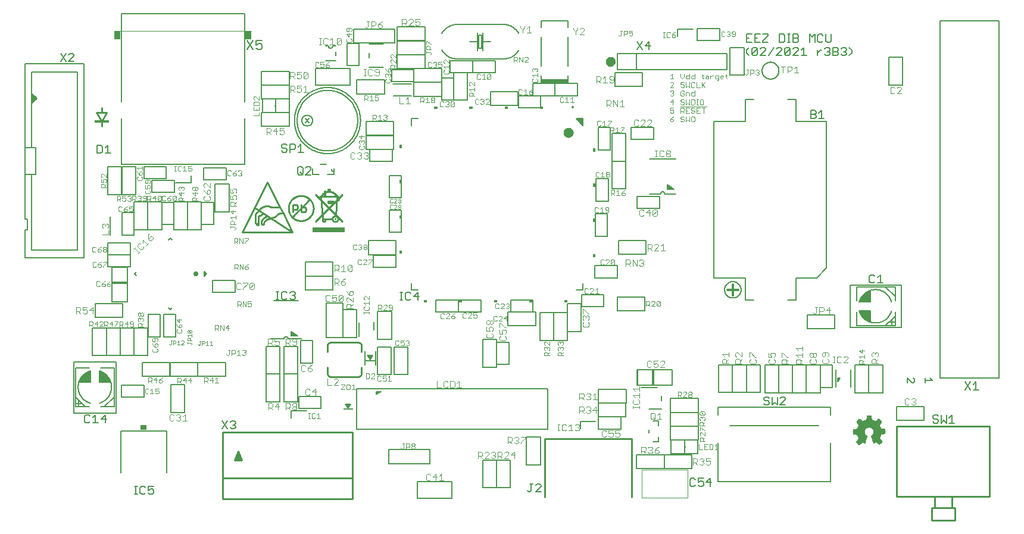
<source format=gto>
G75*
%MOIN*%
%OFA0B0*%
%FSLAX25Y25*%
%IPPOS*%
%LPD*%
%AMOC8*
5,1,8,0,0,1.08239X$1,22.5*
%
%ADD10R,0.01485X0.00015*%
%ADD11R,0.00045X0.00015*%
%ADD12R,0.00105X0.00015*%
%ADD13R,0.00165X0.00015*%
%ADD14R,0.00225X0.00015*%
%ADD15R,0.00285X0.00015*%
%ADD16R,0.00345X0.00015*%
%ADD17R,0.00405X0.00015*%
%ADD18R,0.00435X0.00015*%
%ADD19R,0.00465X0.00015*%
%ADD20R,0.00495X0.00015*%
%ADD21R,0.00540X0.00015*%
%ADD22R,0.00585X0.00015*%
%ADD23R,0.00645X0.00015*%
%ADD24R,0.00150X0.00015*%
%ADD25R,0.00675X0.00015*%
%ADD26R,0.00195X0.00015*%
%ADD27R,0.00705X0.00015*%
%ADD28R,0.00240X0.00015*%
%ADD29R,0.00735X0.00015*%
%ADD30R,0.00270X0.00015*%
%ADD31R,0.00765X0.00015*%
%ADD32R,0.00300X0.00015*%
%ADD33R,0.00810X0.00015*%
%ADD34R,0.00360X0.00015*%
%ADD35R,0.00855X0.00015*%
%ADD36R,0.00435X0.00015*%
%ADD37R,0.00915X0.00015*%
%ADD38R,0.00465X0.00015*%
%ADD39R,0.00945X0.00015*%
%ADD40R,0.00960X0.00015*%
%ADD41R,0.00525X0.00015*%
%ADD42R,0.00990X0.00015*%
%ADD43R,0.00555X0.00015*%
%ADD44R,0.01035X0.00015*%
%ADD45R,0.00600X0.00015*%
%ADD46R,0.01080X0.00015*%
%ADD47R,0.01125X0.00015*%
%ADD48R,0.01170X0.00015*%
%ADD49R,0.00720X0.00015*%
%ADD50R,0.01200X0.00015*%
%ADD51R,0.00750X0.00015*%
%ADD52R,0.01230X0.00015*%
%ADD53R,0.00780X0.00015*%
%ADD54R,0.01260X0.00015*%
%ADD55R,0.00810X0.00015*%
%ADD56R,0.01305X0.00015*%
%ADD57R,0.01365X0.00015*%
%ADD58R,0.00900X0.00015*%
%ADD59R,0.01395X0.00015*%
%ADD60R,0.01440X0.00015*%
%ADD61R,0.01470X0.00015*%
%ADD62R,0.01005X0.00015*%
%ADD63R,0.01500X0.00015*%
%ADD64R,0.01020X0.00015*%
%ADD65R,0.01530X0.00015*%
%ADD66R,0.01065X0.00015*%
%ADD67R,0.01575X0.00015*%
%ADD68R,0.01095X0.00015*%
%ADD69R,0.01635X0.00015*%
%ADD70R,0.01155X0.00015*%
%ADD71R,0.01680X0.00015*%
%ADD72R,0.01200X0.00015*%
%ADD73R,0.01710X0.00015*%
%ADD74R,0.01230X0.00015*%
%ADD75R,0.01725X0.00015*%
%ADD76R,0.01245X0.00015*%
%ADD77R,0.01755X0.00015*%
%ADD78R,0.01275X0.00015*%
%ADD79R,0.01800X0.00015*%
%ADD80R,0.01320X0.00015*%
%ADD81R,0.01860X0.00015*%
%ADD82R,0.01905X0.00015*%
%ADD83R,0.01410X0.00015*%
%ADD84R,0.01935X0.00015*%
%ADD85R,0.01455X0.00015*%
%ADD86R,0.01965X0.00015*%
%ADD87R,0.01485X0.00015*%
%ADD88R,0.01995X0.00015*%
%ADD89R,0.01515X0.00015*%
%ADD90R,0.02040X0.00015*%
%ADD91R,0.01530X0.00015*%
%ADD92R,0.02070X0.00015*%
%ADD93R,0.01575X0.00015*%
%ADD94R,0.02115X0.00015*%
%ADD95R,0.01620X0.00015*%
%ADD96R,0.02160X0.00015*%
%ADD97R,0.01665X0.00015*%
%ADD98R,0.02190X0.00015*%
%ADD99R,0.00075X0.00015*%
%ADD100R,0.01695X0.00015*%
%ADD101R,0.02220X0.00015*%
%ADD102R,0.00105X0.00015*%
%ADD103R,0.02235X0.00015*%
%ADD104R,0.00135X0.00015*%
%ADD105R,0.01755X0.00015*%
%ADD106R,0.02280X0.00015*%
%ADD107R,0.00180X0.00015*%
%ADD108R,0.01785X0.00015*%
%ADD109R,0.02340X0.00015*%
%ADD110R,0.00240X0.00015*%
%ADD111R,0.01830X0.00015*%
%ADD112R,0.02385X0.00015*%
%ADD113R,0.01890X0.00015*%
%ADD114R,0.02415X0.00015*%
%ADD115R,0.00330X0.00015*%
%ADD116R,0.00120X0.00015*%
%ADD117R,0.01920X0.00015*%
%ADD118R,0.02430X0.00015*%
%ADD119R,0.00375X0.00015*%
%ADD120R,0.02460X0.00015*%
%ADD121R,0.00405X0.00015*%
%ADD122R,0.00195X0.00015*%
%ADD123R,0.01965X0.00015*%
%ADD124R,0.02505X0.00015*%
%ADD125R,0.00210X0.00015*%
%ADD126R,0.02010X0.00015*%
%ADD127R,0.02535X0.00015*%
%ADD128R,0.00480X0.00015*%
%ADD129R,0.02580X0.00015*%
%ADD130R,0.00540X0.00015*%
%ADD131R,0.02085X0.00015*%
%ADD132R,0.02625X0.00015*%
%ADD133R,0.02130X0.00015*%
%ADD134R,0.02670X0.00015*%
%ADD135R,0.00630X0.00015*%
%ADD136R,0.02700X0.00015*%
%ADD137R,0.00660X0.00015*%
%ADD138R,0.00450X0.00015*%
%ADD139R,0.02190X0.00015*%
%ADD140R,0.02715X0.00015*%
%ADD141R,0.02205X0.00015*%
%ADD142R,0.02745X0.00015*%
%ADD143R,0.00510X0.00015*%
%ADD144R,0.02235X0.00015*%
%ADD145R,0.02775X0.00015*%
%ADD146R,0.02820X0.00015*%
%ADD147R,0.02310X0.00015*%
%ADD148R,0.02880X0.00015*%
%ADD149R,0.00855X0.00015*%
%ADD150R,0.02355X0.00015*%
%ADD151R,0.02895X0.00015*%
%ADD152R,0.00870X0.00015*%
%ADD153R,0.00660X0.00015*%
%ADD154R,0.02925X0.00015*%
%ADD155R,0.00690X0.00015*%
%ADD156R,0.02970X0.00015*%
%ADD157R,0.03000X0.00015*%
%ADD158R,0.00750X0.00015*%
%ADD159R,0.03045X0.00015*%
%ADD160R,0.01005X0.00015*%
%ADD161R,0.00780X0.00015*%
%ADD162R,0.02505X0.00015*%
%ADD163R,0.03090X0.00015*%
%ADD164R,0.01050X0.00015*%
%ADD165R,0.00825X0.00015*%
%ADD166R,0.02550X0.00015*%
%ADD167R,0.03135X0.00015*%
%ADD168R,0.01095X0.00015*%
%ADD169R,0.00870X0.00015*%
%ADD170R,0.03165X0.00015*%
%ADD171R,0.01125X0.00015*%
%ADD172R,0.02625X0.00015*%
%ADD173R,0.03195X0.00015*%
%ADD174R,0.01140X0.00015*%
%ADD175R,0.00930X0.00015*%
%ADD176R,0.02655X0.00015*%
%ADD177R,0.03210X0.00015*%
%ADD178R,0.00960X0.00015*%
%ADD179R,0.03240X0.00015*%
%ADD180R,0.02700X0.00015*%
%ADD181R,0.03285X0.00015*%
%ADD182R,0.01245X0.00015*%
%ADD183R,0.02745X0.00015*%
%ADD184R,0.03330X0.00015*%
%ADD185R,0.02790X0.00015*%
%ADD186R,0.03360X0.00015*%
%ADD187R,0.01110X0.00015*%
%ADD188R,0.02835X0.00015*%
%ADD189R,0.03390X0.00015*%
%ADD190R,0.01335X0.00015*%
%ADD191R,0.01140X0.00015*%
%ADD192R,0.02865X0.00015*%
%ADD193R,0.03420X0.00015*%
%ADD194R,0.01155X0.00015*%
%ADD195R,0.04905X0.00015*%
%ADD196R,0.04920X0.00015*%
%ADD197R,0.02940X0.00015*%
%ADD198R,0.04950X0.00015*%
%ADD199R,0.02985X0.00015*%
%ADD200R,0.04965X0.00015*%
%ADD201R,0.01275X0.00015*%
%ADD202R,0.03015X0.00015*%
%ADD203R,0.04980X0.00015*%
%ADD204R,0.03045X0.00015*%
%ADD205R,0.05010X0.00015*%
%ADD206R,0.01335X0.00015*%
%ADD207R,0.03075X0.00015*%
%ADD208R,0.01350X0.00015*%
%ADD209R,0.03105X0.00015*%
%ADD210R,0.05040X0.00015*%
%ADD211R,0.01380X0.00015*%
%ADD212R,0.05040X0.00015*%
%ADD213R,0.01410X0.00015*%
%ADD214R,0.03180X0.00015*%
%ADD215R,0.05070X0.00015*%
%ADD216R,0.03225X0.00015*%
%ADD217R,0.03255X0.00015*%
%ADD218R,0.05085X0.00015*%
%ADD219R,0.01515X0.00015*%
%ADD220R,0.03300X0.00015*%
%ADD221R,0.05100X0.00015*%
%ADD222R,0.04935X0.00015*%
%ADD223R,0.05115X0.00015*%
%ADD224R,0.04995X0.00015*%
%ADD225R,0.05130X0.00015*%
%ADD226R,0.05010X0.00015*%
%ADD227R,0.05130X0.00015*%
%ADD228R,0.05010X0.00015*%
%ADD229R,0.05025X0.00015*%
%ADD230R,0.05040X0.00015*%
%ADD231R,0.05055X0.00015*%
%ADD232R,0.05130X0.00015*%
%ADD233R,0.05085X0.00015*%
%ADD234R,0.05115X0.00015*%
%ADD235R,0.05145X0.00015*%
%ADD236R,0.05160X0.00015*%
%ADD237R,0.05130X0.00015*%
%ADD238R,0.05190X0.00015*%
%ADD239R,0.05190X0.00015*%
%ADD240R,0.05205X0.00015*%
%ADD241R,0.05220X0.00015*%
%ADD242R,0.05070X0.00015*%
%ADD243R,0.05085X0.00015*%
%ADD244R,0.05205X0.00015*%
%ADD245R,0.05220X0.00015*%
%ADD246R,0.05055X0.00015*%
%ADD247R,0.05025X0.00015*%
%ADD248R,0.05205X0.00015*%
%ADD249R,0.05025X0.00015*%
%ADD250R,0.05190X0.00015*%
%ADD251R,0.05190X0.00015*%
%ADD252R,0.04995X0.00015*%
%ADD253R,0.05175X0.00015*%
%ADD254R,0.04950X0.00015*%
%ADD255R,0.05145X0.00015*%
%ADD256R,0.05145X0.00015*%
%ADD257R,0.04920X0.00015*%
%ADD258R,0.04905X0.00015*%
%ADD259R,0.04905X0.00015*%
%ADD260R,0.05115X0.00015*%
%ADD261R,0.04890X0.00015*%
%ADD262R,0.04890X0.00015*%
%ADD263R,0.04875X0.00015*%
%ADD264R,0.04845X0.00015*%
%ADD265R,0.04830X0.00015*%
%ADD266R,0.04830X0.00015*%
%ADD267R,0.05070X0.00015*%
%ADD268R,0.04830X0.00015*%
%ADD269R,0.04815X0.00015*%
%ADD270R,0.04800X0.00015*%
%ADD271R,0.04800X0.00015*%
%ADD272R,0.05010X0.00015*%
%ADD273R,0.04785X0.00015*%
%ADD274R,0.04770X0.00015*%
%ADD275R,0.04770X0.00015*%
%ADD276R,0.04755X0.00015*%
%ADD277R,0.04740X0.00015*%
%ADD278R,0.04725X0.00015*%
%ADD279R,0.04725X0.00015*%
%ADD280R,0.04980X0.00015*%
%ADD281R,0.04710X0.00015*%
%ADD282R,0.04725X0.00015*%
%ADD283R,0.04710X0.00015*%
%ADD284R,0.04695X0.00015*%
%ADD285R,0.04680X0.00015*%
%ADD286R,0.04695X0.00015*%
%ADD287R,0.04680X0.00015*%
%ADD288R,0.04905X0.00015*%
%ADD289R,0.04665X0.00015*%
%ADD290R,0.04650X0.00015*%
%ADD291R,0.04635X0.00015*%
%ADD292R,0.04620X0.00015*%
%ADD293R,0.04620X0.00015*%
%ADD294R,0.04890X0.00015*%
%ADD295R,0.04605X0.00015*%
%ADD296R,0.04605X0.00015*%
%ADD297R,0.04590X0.00015*%
%ADD298R,0.04845X0.00015*%
%ADD299R,0.04575X0.00015*%
%ADD300R,0.04590X0.00015*%
%ADD301R,0.04575X0.00015*%
%ADD302R,0.04845X0.00015*%
%ADD303R,0.04560X0.00015*%
%ADD304R,0.04545X0.00015*%
%ADD305R,0.04530X0.00015*%
%ADD306R,0.04515X0.00015*%
%ADD307R,0.04530X0.00015*%
%ADD308R,0.04500X0.00015*%
%ADD309R,0.04515X0.00015*%
%ADD310R,0.04785X0.00015*%
%ADD311R,0.04485X0.00015*%
%ADD312R,0.04755X0.00015*%
%ADD313R,0.04470X0.00015*%
%ADD314R,0.04740X0.00015*%
%ADD315R,0.04485X0.00015*%
%ADD316R,0.04755X0.00015*%
%ADD317R,0.04545X0.00015*%
%ADD318R,0.04695X0.00015*%
%ADD319R,0.04680X0.00015*%
%ADD320R,0.04665X0.00015*%
%ADD321R,0.04725X0.00015*%
%ADD322R,0.04680X0.00015*%
%ADD323R,0.04860X0.00015*%
%ADD324R,0.04740X0.00015*%
%ADD325R,0.04875X0.00015*%
%ADD326R,0.04965X0.00015*%
%ADD327R,0.04860X0.00015*%
%ADD328R,0.04995X0.00015*%
%ADD329R,0.04875X0.00015*%
%ADD330R,0.04980X0.00015*%
%ADD331R,0.05235X0.00015*%
%ADD332R,0.05235X0.00015*%
%ADD333R,0.05250X0.00015*%
%ADD334R,0.05280X0.00015*%
%ADD335R,0.05295X0.00015*%
%ADD336R,0.05325X0.00015*%
%ADD337R,0.05340X0.00015*%
%ADD338R,0.05235X0.00015*%
%ADD339R,0.05355X0.00015*%
%ADD340R,0.05370X0.00015*%
%ADD341R,0.05265X0.00015*%
%ADD342R,0.05370X0.00015*%
%ADD343R,0.05280X0.00015*%
%ADD344R,0.05385X0.00015*%
%ADD345R,0.05295X0.00015*%
%ADD346R,0.05400X0.00015*%
%ADD347R,0.05415X0.00015*%
%ADD348R,0.05310X0.00015*%
%ADD349R,0.05430X0.00015*%
%ADD350R,0.05445X0.00015*%
%ADD351R,0.05460X0.00015*%
%ADD352R,0.05355X0.00015*%
%ADD353R,0.05475X0.00015*%
%ADD354R,0.05505X0.00015*%
%ADD355R,0.05520X0.00015*%
%ADD356R,0.05535X0.00015*%
%ADD357R,0.05550X0.00015*%
%ADD358R,0.05550X0.00015*%
%ADD359R,0.05475X0.00015*%
%ADD360R,0.05490X0.00015*%
%ADD361R,0.05475X0.00015*%
%ADD362R,0.05385X0.00015*%
%ADD363R,0.05370X0.00015*%
%ADD364R,0.05325X0.00015*%
%ADD365R,0.05310X0.00015*%
%ADD366R,0.05265X0.00015*%
%ADD367R,0.05175X0.00015*%
%ADD368R,0.04980X0.00015*%
%ADD369R,0.04965X0.00015*%
%ADD370R,0.04860X0.00015*%
%ADD371R,0.04845X0.00015*%
%ADD372R,0.04815X0.00015*%
%ADD373R,0.04770X0.00015*%
%ADD374R,0.05295X0.00015*%
%ADD375R,0.04635X0.00015*%
%ADD376R,0.05610X0.00015*%
%ADD377R,0.05700X0.00015*%
%ADD378R,0.05760X0.00015*%
%ADD379R,0.05805X0.00015*%
%ADD380R,0.05850X0.00015*%
%ADD381R,0.05895X0.00015*%
%ADD382R,0.06000X0.00015*%
%ADD383R,0.06135X0.00015*%
%ADD384R,0.06225X0.00015*%
%ADD385R,0.06300X0.00015*%
%ADD386R,0.06330X0.00015*%
%ADD387R,0.06375X0.00015*%
%ADD388R,0.06450X0.00015*%
%ADD389R,0.06570X0.00015*%
%ADD390R,0.05565X0.00015*%
%ADD391R,0.06690X0.00015*%
%ADD392R,0.06735X0.00015*%
%ADD393R,0.05790X0.00015*%
%ADD394R,0.06765X0.00015*%
%ADD395R,0.05850X0.00015*%
%ADD396R,0.06780X0.00015*%
%ADD397R,0.05895X0.00015*%
%ADD398R,0.06795X0.00015*%
%ADD399R,0.05955X0.00015*%
%ADD400R,0.06810X0.00015*%
%ADD401R,0.06060X0.00015*%
%ADD402R,0.06195X0.00015*%
%ADD403R,0.06825X0.00015*%
%ADD404R,0.06330X0.00015*%
%ADD405R,0.06840X0.00015*%
%ADD406R,0.06390X0.00015*%
%ADD407R,0.06495X0.00015*%
%ADD408R,0.06840X0.00015*%
%ADD409R,0.06555X0.00015*%
%ADD410R,0.06825X0.00015*%
%ADD411R,0.06645X0.00015*%
%ADD412R,0.06825X0.00015*%
%ADD413R,0.06705X0.00015*%
%ADD414R,0.06705X0.00015*%
%ADD415R,0.06810X0.00015*%
%ADD416R,0.06720X0.00015*%
%ADD417R,0.06795X0.00015*%
%ADD418R,0.06750X0.00015*%
%ADD419R,0.06765X0.00015*%
%ADD420R,0.06795X0.00015*%
%ADD421R,0.06780X0.00015*%
%ADD422R,0.06780X0.00015*%
%ADD423R,0.06750X0.00015*%
%ADD424R,0.06720X0.00015*%
%ADD425R,0.06720X0.00015*%
%ADD426R,0.06705X0.00015*%
%ADD427R,0.06705X0.00015*%
%ADD428R,0.06690X0.00015*%
%ADD429R,0.06675X0.00015*%
%ADD430R,0.06690X0.00015*%
%ADD431R,0.06675X0.00015*%
%ADD432R,0.06675X0.00015*%
%ADD433R,0.06660X0.00015*%
%ADD434R,0.06675X0.00015*%
%ADD435R,0.06660X0.00015*%
%ADD436R,0.06660X0.00015*%
%ADD437R,0.06645X0.00015*%
%ADD438R,0.06630X0.00015*%
%ADD439R,0.06660X0.00015*%
%ADD440R,0.06630X0.00015*%
%ADD441R,0.06645X0.00015*%
%ADD442R,0.06735X0.00015*%
%ADD443R,0.06765X0.00015*%
%ADD444R,0.06780X0.00015*%
%ADD445R,0.06825X0.00015*%
%ADD446R,0.06855X0.00015*%
%ADD447R,0.06855X0.00015*%
%ADD448R,0.06870X0.00015*%
%ADD449R,0.06885X0.00015*%
%ADD450R,0.06525X0.00015*%
%ADD451R,0.06405X0.00015*%
%ADD452R,0.06255X0.00015*%
%ADD453R,0.06165X0.00015*%
%ADD454R,0.06870X0.00015*%
%ADD455R,0.06120X0.00015*%
%ADD456R,0.06885X0.00015*%
%ADD457R,0.06060X0.00015*%
%ADD458R,0.06015X0.00015*%
%ADD459R,0.05910X0.00015*%
%ADD460R,0.05670X0.00015*%
%ADD461R,0.05595X0.00015*%
%ADD462R,0.06585X0.00015*%
%ADD463R,0.05160X0.00015*%
%ADD464R,0.06390X0.00015*%
%ADD465R,0.05025X0.00015*%
%ADD466R,0.06330X0.00015*%
%ADD467R,0.06075X0.00015*%
%ADD468R,0.05820X0.00015*%
%ADD469R,0.05775X0.00015*%
%ADD470R,0.05685X0.00015*%
%ADD471R,0.05460X0.00015*%
%ADD472R,0.04860X0.00015*%
%ADD473R,0.04935X0.00015*%
%ADD474R,0.05160X0.00015*%
%ADD475R,0.05325X0.00015*%
%ADD476R,0.05340X0.00015*%
%ADD477R,0.05355X0.00015*%
%ADD478R,0.05430X0.00015*%
%ADD479R,0.05535X0.00015*%
%ADD480R,0.05595X0.00015*%
%ADD481R,0.05640X0.00015*%
%ADD482R,0.05640X0.00015*%
%ADD483R,0.05670X0.00015*%
%ADD484R,0.05685X0.00015*%
%ADD485R,0.05700X0.00015*%
%ADD486R,0.05715X0.00015*%
%ADD487R,0.05715X0.00015*%
%ADD488R,0.05730X0.00015*%
%ADD489R,0.05745X0.00015*%
%ADD490R,0.05760X0.00015*%
%ADD491R,0.06000X0.00015*%
%ADD492R,0.06105X0.00015*%
%ADD493R,0.06180X0.00015*%
%ADD494R,0.06210X0.00015*%
%ADD495R,0.12690X0.00015*%
%ADD496R,0.12675X0.00015*%
%ADD497R,0.12660X0.00015*%
%ADD498R,0.12660X0.00015*%
%ADD499R,0.12645X0.00015*%
%ADD500R,0.12615X0.00015*%
%ADD501R,0.12600X0.00015*%
%ADD502R,0.12585X0.00015*%
%ADD503R,0.12555X0.00015*%
%ADD504R,0.12540X0.00015*%
%ADD505R,0.12525X0.00015*%
%ADD506R,0.12510X0.00015*%
%ADD507R,0.12510X0.00015*%
%ADD508R,0.12480X0.00015*%
%ADD509R,0.12450X0.00015*%
%ADD510R,0.12435X0.00015*%
%ADD511R,0.12420X0.00015*%
%ADD512R,0.12390X0.00015*%
%ADD513R,0.12375X0.00015*%
%ADD514R,0.12360X0.00015*%
%ADD515R,0.12330X0.00015*%
%ADD516R,0.12300X0.00015*%
%ADD517R,0.12285X0.00015*%
%ADD518R,0.12270X0.00015*%
%ADD519R,0.12255X0.00015*%
%ADD520R,0.12240X0.00015*%
%ADD521R,0.12225X0.00015*%
%ADD522R,0.12195X0.00015*%
%ADD523R,0.12165X0.00015*%
%ADD524R,0.12150X0.00015*%
%ADD525R,0.12135X0.00015*%
%ADD526R,0.12120X0.00015*%
%ADD527R,0.12090X0.00015*%
%ADD528R,0.12075X0.00015*%
%ADD529R,0.12060X0.00015*%
%ADD530R,0.12045X0.00015*%
%ADD531R,0.12015X0.00015*%
%ADD532R,0.12000X0.00015*%
%ADD533R,0.11985X0.00015*%
%ADD534R,0.11955X0.00015*%
%ADD535R,0.11940X0.00015*%
%ADD536R,0.11925X0.00015*%
%ADD537R,0.11910X0.00015*%
%ADD538R,0.11910X0.00015*%
%ADD539R,0.11880X0.00015*%
%ADD540R,0.11850X0.00015*%
%ADD541R,0.11835X0.00015*%
%ADD542R,0.11805X0.00015*%
%ADD543R,0.11775X0.00015*%
%ADD544R,0.11760X0.00015*%
%ADD545R,0.11745X0.00015*%
%ADD546R,0.11730X0.00015*%
%ADD547R,0.11700X0.00015*%
%ADD548R,0.11700X0.00015*%
%ADD549R,0.11685X0.00015*%
%ADD550R,0.11655X0.00015*%
%ADD551R,0.11640X0.00015*%
%ADD552R,0.11625X0.00015*%
%ADD553R,0.11625X0.00015*%
%ADD554R,0.11670X0.00015*%
%ADD555R,0.11715X0.00015*%
%ADD556R,0.11790X0.00015*%
%ADD557R,0.11820X0.00015*%
%ADD558R,0.11820X0.00015*%
%ADD559R,0.11880X0.00015*%
%ADD560R,0.11895X0.00015*%
%ADD561R,0.11970X0.00015*%
%ADD562R,0.12045X0.00015*%
%ADD563R,0.12075X0.00015*%
%ADD564R,0.12105X0.00015*%
%ADD565R,0.12135X0.00015*%
%ADD566R,0.12165X0.00015*%
%ADD567R,0.12180X0.00015*%
%ADD568R,0.12195X0.00015*%
%ADD569R,0.12210X0.00015*%
%ADD570R,0.12225X0.00015*%
%ADD571R,0.12255X0.00015*%
%ADD572R,0.12360X0.00015*%
%ADD573R,0.12390X0.00015*%
%ADD574R,0.12405X0.00015*%
%ADD575R,0.12435X0.00015*%
%ADD576R,0.12480X0.00015*%
%ADD577R,0.12480X0.00015*%
%ADD578R,0.12510X0.00015*%
%ADD579R,0.12570X0.00015*%
%ADD580R,0.12630X0.00015*%
%ADD581R,0.12675X0.00015*%
%ADD582R,0.12705X0.00015*%
%ADD583R,0.12735X0.00015*%
%ADD584R,0.12750X0.00015*%
%ADD585R,0.12780X0.00015*%
%ADD586R,0.12795X0.00015*%
%ADD587R,0.12810X0.00015*%
%ADD588R,0.12840X0.00015*%
%ADD589R,0.12855X0.00015*%
%ADD590R,0.12885X0.00015*%
%ADD591R,0.12900X0.00015*%
%ADD592R,0.12915X0.00015*%
%ADD593R,0.12945X0.00015*%
%ADD594R,0.12960X0.00015*%
%ADD595R,0.12990X0.00015*%
%ADD596R,0.13005X0.00015*%
%ADD597R,0.13020X0.00015*%
%ADD598R,0.13035X0.00015*%
%ADD599R,0.13065X0.00015*%
%ADD600R,0.13080X0.00015*%
%ADD601R,0.13110X0.00015*%
%ADD602R,0.13125X0.00015*%
%ADD603R,0.13155X0.00015*%
%ADD604R,0.13170X0.00015*%
%ADD605R,0.13200X0.00015*%
%ADD606R,0.13230X0.00015*%
%ADD607R,0.13260X0.00015*%
%ADD608R,0.13290X0.00015*%
%ADD609R,0.13320X0.00015*%
%ADD610R,0.13350X0.00015*%
%ADD611R,0.13365X0.00015*%
%ADD612R,0.13395X0.00015*%
%ADD613R,0.13425X0.00015*%
%ADD614R,0.13455X0.00015*%
%ADD615R,0.13470X0.00015*%
%ADD616R,0.13500X0.00015*%
%ADD617R,0.13530X0.00015*%
%ADD618R,0.13560X0.00015*%
%ADD619R,0.13575X0.00015*%
%ADD620R,0.13605X0.00015*%
%ADD621R,0.13635X0.00015*%
%ADD622R,0.13650X0.00015*%
%ADD623R,0.13680X0.00015*%
%ADD624R,0.13695X0.00015*%
%ADD625R,0.13725X0.00015*%
%ADD626R,0.13740X0.00015*%
%ADD627R,0.13770X0.00015*%
%ADD628R,0.13785X0.00015*%
%ADD629R,0.13800X0.00015*%
%ADD630R,0.13830X0.00015*%
%ADD631R,0.13860X0.00015*%
%ADD632R,0.13875X0.00015*%
%ADD633R,0.13905X0.00015*%
%ADD634R,0.13935X0.00015*%
%ADD635R,0.13950X0.00015*%
%ADD636R,0.13980X0.00015*%
%ADD637R,0.14010X0.00015*%
%ADD638R,0.14025X0.00015*%
%ADD639R,0.14055X0.00015*%
%ADD640R,0.14070X0.00015*%
%ADD641R,0.14085X0.00015*%
%ADD642R,0.14115X0.00015*%
%ADD643R,0.14145X0.00015*%
%ADD644R,0.14160X0.00015*%
%ADD645R,0.14190X0.00015*%
%ADD646R,0.14205X0.00015*%
%ADD647R,0.14220X0.00015*%
%ADD648R,0.14235X0.00015*%
%ADD649R,0.14265X0.00015*%
%ADD650R,0.14280X0.00015*%
%ADD651R,0.14295X0.00015*%
%ADD652R,0.14295X0.00015*%
%ADD653R,0.14250X0.00015*%
%ADD654R,0.14205X0.00015*%
%ADD655R,0.14175X0.00015*%
%ADD656R,0.14160X0.00015*%
%ADD657R,0.14130X0.00015*%
%ADD658R,0.14100X0.00015*%
%ADD659R,0.14040X0.00015*%
%ADD660R,0.14010X0.00015*%
%ADD661R,0.03465X0.00015*%
%ADD662R,0.10440X0.00015*%
%ADD663R,0.03420X0.00015*%
%ADD664R,0.10395X0.00015*%
%ADD665R,0.03375X0.00015*%
%ADD666R,0.10335X0.00015*%
%ADD667R,0.03570X0.00015*%
%ADD668R,0.06600X0.00015*%
%ADD669R,0.03525X0.00015*%
%ADD670R,0.03270X0.00015*%
%ADD671R,0.03495X0.00015*%
%ADD672R,0.03210X0.00015*%
%ADD673R,0.06480X0.00015*%
%ADD674R,0.03435X0.00015*%
%ADD675R,0.03165X0.00015*%
%ADD676R,0.03390X0.00015*%
%ADD677R,0.03120X0.00015*%
%ADD678R,0.06315X0.00015*%
%ADD679R,0.03345X0.00015*%
%ADD680R,0.03090X0.00015*%
%ADD681R,0.03075X0.00015*%
%ADD682R,0.06225X0.00015*%
%ADD683R,0.03270X0.00015*%
%ADD684R,0.06180X0.00015*%
%ADD685R,0.02970X0.00015*%
%ADD686R,0.06075X0.00015*%
%ADD687R,0.03195X0.00015*%
%ADD688R,0.02925X0.00015*%
%ADD689R,0.05985X0.00015*%
%ADD690R,0.03135X0.00015*%
%ADD691R,0.02850X0.00015*%
%ADD692R,0.05835X0.00015*%
%ADD693R,0.03030X0.00015*%
%ADD694R,0.02805X0.00015*%
%ADD695R,0.02730X0.00015*%
%ADD696R,0.05625X0.00015*%
%ADD697R,0.02925X0.00015*%
%ADD698R,0.02640X0.00015*%
%ADD699R,0.02595X0.00015*%
%ADD700R,0.02565X0.00015*%
%ADD701R,0.02760X0.00015*%
%ADD702R,0.02520X0.00015*%
%ADD703R,0.02730X0.00015*%
%ADD704R,0.02475X0.00015*%
%ADD705R,0.02685X0.00015*%
%ADD706R,0.02445X0.00015*%
%ADD707R,0.02400X0.00015*%
%ADD708R,0.02370X0.00015*%
%ADD709R,0.02565X0.00015*%
%ADD710R,0.02340X0.00015*%
%ADD711R,0.02325X0.00015*%
%ADD712R,0.02505X0.00015*%
%ADD713R,0.02280X0.00015*%
%ADD714R,0.02460X0.00015*%
%ADD715R,0.04560X0.00015*%
%ADD716R,0.02190X0.00015*%
%ADD717R,0.04440X0.00015*%
%ADD718R,0.02370X0.00015*%
%ADD719R,0.02145X0.00015*%
%ADD720R,0.04365X0.00015*%
%ADD721R,0.04320X0.00015*%
%ADD722R,0.02310X0.00015*%
%ADD723R,0.02100X0.00015*%
%ADD724R,0.04260X0.00015*%
%ADD725R,0.04200X0.00015*%
%ADD726R,0.02265X0.00015*%
%ADD727R,0.02040X0.00015*%
%ADD728R,0.04095X0.00015*%
%ADD729R,0.02220X0.00015*%
%ADD730R,0.03915X0.00015*%
%ADD731R,0.02175X0.00015*%
%ADD732R,0.03765X0.00015*%
%ADD733R,0.03675X0.00015*%
%ADD734R,0.01890X0.00015*%
%ADD735R,0.03615X0.00015*%
%ADD736R,0.02055X0.00015*%
%ADD737R,0.01860X0.00015*%
%ADD738R,0.03555X0.00015*%
%ADD739R,0.01815X0.00015*%
%ADD740R,0.03450X0.00015*%
%ADD741R,0.01725X0.00015*%
%ADD742R,0.03315X0.00015*%
%ADD743R,0.01905X0.00015*%
%ADD744R,0.01680X0.00015*%
%ADD745R,0.01650X0.00015*%
%ADD746R,0.01620X0.00015*%
%ADD747R,0.01590X0.00015*%
%ADD748R,0.01770X0.00015*%
%ADD749R,0.01560X0.00015*%
%ADD750R,0.03240X0.00015*%
%ADD751R,0.01740X0.00015*%
%ADD752R,0.01665X0.00015*%
%ADD753R,0.01455X0.00015*%
%ADD754R,0.01635X0.00015*%
%ADD755R,0.01410X0.00015*%
%ADD756R,0.01395X0.00015*%
%ADD757R,0.01365X0.00015*%
%ADD758R,0.01335X0.00015*%
%ADD759R,0.01290X0.00015*%
%ADD760R,0.03210X0.00015*%
%ADD761R,0.01455X0.00015*%
%ADD762R,0.01185X0.00015*%
%ADD763R,0.01290X0.00015*%
%ADD764R,0.01110X0.00015*%
%ADD765R,0.01260X0.00015*%
%ADD766R,0.03180X0.00015*%
%ADD767R,0.00975X0.00015*%
%ADD768R,0.03150X0.00015*%
%ADD769R,0.00885X0.00015*%
%ADD770R,0.03150X0.00015*%
%ADD771R,0.01050X0.00015*%
%ADD772R,0.00795X0.00015*%
%ADD773R,0.00885X0.00015*%
%ADD774R,0.00690X0.00015*%
%ADD775R,0.00840X0.00015*%
%ADD776R,0.00570X0.00015*%
%ADD777R,0.00525X0.00015*%
%ADD778R,0.03105X0.00015*%
%ADD779R,0.00660X0.00015*%
%ADD780R,0.00615X0.00015*%
%ADD781R,0.00420X0.00015*%
%ADD782R,0.00555X0.00015*%
%ADD783R,0.00390X0.00015*%
%ADD784R,0.00525X0.00015*%
%ADD785R,0.00360X0.00015*%
%ADD786R,0.00495X0.00015*%
%ADD787R,0.03075X0.00015*%
%ADD788R,0.00450X0.00015*%
%ADD789R,0.00225X0.00015*%
%ADD790R,0.00345X0.00015*%
%ADD791R,0.00255X0.00015*%
%ADD792R,0.03060X0.00015*%
%ADD793R,0.00180X0.00015*%
%ADD794R,0.00075X0.00015*%
%ADD795R,0.03000X0.00015*%
%ADD796R,0.02955X0.00015*%
%ADD797R,0.02940X0.00015*%
%ADD798R,0.02940X0.00015*%
%ADD799R,0.02910X0.00015*%
%ADD800R,0.02910X0.00015*%
%ADD801R,0.02865X0.00015*%
%ADD802R,0.02805X0.00015*%
%ADD803R,0.02775X0.00015*%
%ADD804R,0.02760X0.00015*%
%ADD805R,0.02655X0.00015*%
%ADD806R,0.02640X0.00015*%
%ADD807R,0.02610X0.00015*%
%ADD808R,0.02595X0.00015*%
%ADD809R,0.02535X0.00015*%
%ADD810R,0.02475X0.00015*%
%ADD811R,0.02175X0.00015*%
%ADD812R,0.01575X0.00015*%
%ADD813C,0.00300*%
%ADD814C,0.00500*%
%ADD815C,0.02600*%
%ADD816C,0.01000*%
%ADD817R,0.18000X0.03000*%
%ADD818C,0.00600*%
%ADD819C,0.00400*%
%ADD820C,0.00100*%
%ADD821C,0.00200*%
%ADD822R,0.08268X0.01181*%
%ADD823C,0.00800*%
%ADD824R,0.03400X0.03000*%
%ADD825R,0.09000X0.01750*%
%ADD826R,0.09000X0.00600*%
%ADD827R,0.00787X0.00787*%
%ADD828C,0.00039*%
%ADD829R,0.03642X0.04500*%
%ADD830R,0.05512X0.00787*%
%ADD831R,0.01750X0.09000*%
%ADD832R,0.00600X0.09000*%
%ADD833R,0.14961X0.01969*%
%ADD834C,0.00787*%
%ADD835C,0.01200*%
D10*
X0514198Y0177624D03*
D11*
X0511308Y0171914D03*
X0519513Y0172784D03*
X0522693Y0172079D03*
D12*
X0511308Y0171929D03*
D13*
X0511308Y0171944D03*
D14*
X0511308Y0171959D03*
D15*
X0511308Y0171974D03*
X0511398Y0186359D03*
D16*
X0511308Y0171989D03*
X0519558Y0172874D03*
D17*
X0519573Y0172889D03*
X0511308Y0172004D03*
D18*
X0511308Y0172019D03*
D19*
X0511308Y0172034D03*
D20*
X0511308Y0172049D03*
X0522693Y0172214D03*
D21*
X0511315Y0172064D03*
D22*
X0511323Y0172079D03*
X0514338Y0172889D03*
X0519648Y0172979D03*
D23*
X0519663Y0172994D03*
X0522678Y0172274D03*
X0511323Y0172094D03*
D24*
X0519505Y0172814D03*
X0522700Y0172094D03*
D25*
X0522678Y0172289D03*
X0514308Y0172934D03*
X0511323Y0172109D03*
D26*
X0522693Y0172109D03*
D27*
X0519693Y0173039D03*
X0514293Y0172949D03*
X0511323Y0172124D03*
D28*
X0522701Y0172124D03*
D29*
X0511323Y0172139D03*
D30*
X0519536Y0172859D03*
X0522701Y0172139D03*
D31*
X0514278Y0172964D03*
X0511323Y0172154D03*
D32*
X0514436Y0172784D03*
X0522701Y0172154D03*
X0522325Y0186404D03*
D33*
X0511330Y0172169D03*
D34*
X0522701Y0172169D03*
D35*
X0522663Y0172364D03*
X0511338Y0172184D03*
D36*
X0514398Y0172844D03*
X0519588Y0172904D03*
X0522693Y0172184D03*
D37*
X0519753Y0173114D03*
X0514218Y0173039D03*
X0511338Y0172199D03*
X0511428Y0186104D03*
D38*
X0511413Y0186284D03*
X0522693Y0172199D03*
D39*
X0522663Y0172394D03*
X0514203Y0173054D03*
X0511338Y0172214D03*
X0516723Y0188279D03*
X0522303Y0186164D03*
D40*
X0511345Y0172229D03*
D41*
X0522693Y0172229D03*
D42*
X0522655Y0172409D03*
X0519776Y0173159D03*
X0511346Y0172244D03*
X0522296Y0186149D03*
D43*
X0522693Y0172244D03*
D44*
X0511353Y0172259D03*
D45*
X0522686Y0172259D03*
X0511421Y0186239D03*
D46*
X0522296Y0186104D03*
X0519805Y0173189D03*
X0511346Y0172274D03*
D47*
X0511353Y0172289D03*
D48*
X0511360Y0172304D03*
X0514136Y0173144D03*
X0519836Y0173249D03*
X0522280Y0186074D03*
D49*
X0522311Y0186254D03*
X0522670Y0172304D03*
D50*
X0511360Y0172319D03*
D51*
X0522670Y0172319D03*
D52*
X0511360Y0172334D03*
X0511451Y0185984D03*
X0522280Y0186059D03*
D53*
X0522311Y0186224D03*
X0522670Y0172334D03*
D54*
X0511361Y0172349D03*
D55*
X0514255Y0172979D03*
X0522670Y0172349D03*
X0522311Y0186209D03*
D56*
X0519888Y0173309D03*
X0511368Y0172364D03*
D57*
X0511368Y0172379D03*
X0514068Y0173234D03*
X0522633Y0172574D03*
D58*
X0522656Y0172379D03*
X0514225Y0173024D03*
D59*
X0511368Y0172394D03*
D60*
X0511376Y0172409D03*
D61*
X0511376Y0172424D03*
X0519926Y0173399D03*
D62*
X0522648Y0172424D03*
D63*
X0511375Y0172439D03*
X0511465Y0185879D03*
X0522265Y0185954D03*
D64*
X0522296Y0186134D03*
X0511435Y0186074D03*
X0522655Y0172439D03*
D65*
X0511376Y0172454D03*
D66*
X0522648Y0172454D03*
D67*
X0511383Y0172469D03*
D68*
X0522648Y0172469D03*
D69*
X0511383Y0172484D03*
D70*
X0522648Y0172484D03*
D71*
X0511390Y0172499D03*
D72*
X0514136Y0173159D03*
X0519851Y0173264D03*
X0522641Y0172499D03*
D73*
X0511390Y0172514D03*
D74*
X0522640Y0172514D03*
D75*
X0522603Y0172724D03*
X0511398Y0172529D03*
D76*
X0522633Y0172529D03*
D77*
X0511398Y0172544D03*
D78*
X0514098Y0173189D03*
X0522633Y0172544D03*
D79*
X0511391Y0172559D03*
X0522251Y0185834D03*
D80*
X0522281Y0186014D03*
X0522626Y0172559D03*
X0514090Y0173204D03*
D81*
X0511405Y0172574D03*
D82*
X0511413Y0172589D03*
X0511488Y0185714D03*
D83*
X0522626Y0172589D03*
D84*
X0522588Y0172814D03*
X0511413Y0172604D03*
X0511488Y0185699D03*
X0516903Y0188249D03*
D85*
X0519918Y0173384D03*
X0522618Y0172604D03*
D86*
X0511413Y0172619D03*
D87*
X0522618Y0172619D03*
D88*
X0511413Y0172634D03*
X0511488Y0185684D03*
D89*
X0522618Y0172634D03*
D90*
X0522580Y0172859D03*
X0511421Y0172649D03*
X0522236Y0185744D03*
D91*
X0522265Y0185939D03*
X0522610Y0172649D03*
D92*
X0511421Y0172664D03*
X0511495Y0185654D03*
D93*
X0522618Y0172664D03*
D94*
X0511428Y0172679D03*
D95*
X0522611Y0172679D03*
D96*
X0522565Y0172904D03*
X0511436Y0172694D03*
D97*
X0522603Y0172694D03*
D98*
X0511436Y0172709D03*
D99*
X0514488Y0172709D03*
D100*
X0522603Y0172709D03*
D101*
X0511435Y0172724D03*
D102*
X0514488Y0172724D03*
D103*
X0511443Y0172739D03*
X0511503Y0185579D03*
X0516918Y0188204D03*
D104*
X0514488Y0172739D03*
D105*
X0522603Y0172739D03*
D106*
X0522551Y0172964D03*
X0511451Y0172754D03*
D107*
X0514465Y0172754D03*
D108*
X0522603Y0172754D03*
X0511473Y0185774D03*
D109*
X0511451Y0172769D03*
D110*
X0514451Y0172769D03*
D111*
X0522595Y0172769D03*
X0522251Y0185819D03*
D112*
X0522543Y0173009D03*
X0511458Y0172784D03*
D113*
X0522596Y0172784D03*
D114*
X0522543Y0173024D03*
X0511458Y0172799D03*
X0522198Y0185579D03*
D115*
X0511406Y0186344D03*
X0514421Y0172799D03*
D116*
X0519505Y0172799D03*
X0511405Y0186389D03*
D117*
X0522596Y0172799D03*
D118*
X0522536Y0173039D03*
X0511465Y0172814D03*
X0516910Y0188129D03*
D119*
X0514413Y0172814D03*
D120*
X0511465Y0172829D03*
X0522536Y0173054D03*
D121*
X0514413Y0172829D03*
D122*
X0519513Y0172829D03*
D123*
X0522588Y0172829D03*
X0522243Y0185774D03*
D124*
X0511473Y0172844D03*
D125*
X0519520Y0172844D03*
D126*
X0522580Y0172844D03*
X0522236Y0185759D03*
D127*
X0522183Y0185534D03*
X0516903Y0187874D03*
X0516903Y0187889D03*
X0516903Y0187904D03*
X0516903Y0187934D03*
X0511473Y0172859D03*
D128*
X0514390Y0172859D03*
X0519596Y0172934D03*
X0522326Y0186344D03*
D129*
X0522176Y0185504D03*
X0516911Y0187799D03*
X0522520Y0173099D03*
X0511481Y0172874D03*
D130*
X0514361Y0172874D03*
X0519626Y0172964D03*
D131*
X0522573Y0172874D03*
X0522228Y0185714D03*
D132*
X0511488Y0172889D03*
D133*
X0522565Y0172889D03*
X0522221Y0185699D03*
X0511495Y0185624D03*
D134*
X0511556Y0185384D03*
X0516895Y0187589D03*
X0516895Y0187604D03*
X0522506Y0173144D03*
X0511495Y0172904D03*
D135*
X0514330Y0172904D03*
X0511421Y0186224D03*
D136*
X0516895Y0187469D03*
X0511495Y0172919D03*
D137*
X0514315Y0172919D03*
D138*
X0519596Y0172919D03*
D139*
X0522565Y0172919D03*
D140*
X0511503Y0172934D03*
X0516903Y0187364D03*
X0516903Y0187379D03*
X0516903Y0187394D03*
X0516903Y0187409D03*
X0516903Y0187424D03*
D141*
X0522558Y0172934D03*
D142*
X0511503Y0172949D03*
X0516903Y0187289D03*
D143*
X0519611Y0172949D03*
D144*
X0522558Y0172949D03*
D145*
X0511503Y0172964D03*
X0511563Y0185354D03*
X0522153Y0185429D03*
D146*
X0516896Y0187124D03*
X0516896Y0187139D03*
X0511570Y0185324D03*
X0511511Y0172979D03*
D147*
X0522551Y0172979D03*
D148*
X0522490Y0173234D03*
X0511511Y0172994D03*
X0511570Y0185294D03*
X0516896Y0186914D03*
X0516896Y0186929D03*
X0516896Y0186944D03*
X0516896Y0186959D03*
X0516896Y0186974D03*
X0516896Y0186989D03*
X0516896Y0187004D03*
X0522146Y0185384D03*
D149*
X0514233Y0172994D03*
D150*
X0522543Y0172994D03*
D151*
X0522483Y0173249D03*
X0511518Y0173009D03*
D152*
X0514226Y0173009D03*
D153*
X0519671Y0173009D03*
X0511421Y0186209D03*
D154*
X0511518Y0173024D03*
D155*
X0519686Y0173024D03*
D156*
X0511526Y0173039D03*
D157*
X0511525Y0173054D03*
X0516880Y0186554D03*
X0516880Y0186584D03*
X0516880Y0186599D03*
X0522130Y0185339D03*
D158*
X0522311Y0186239D03*
X0511420Y0186179D03*
X0519700Y0173054D03*
D159*
X0511533Y0173069D03*
D160*
X0514188Y0173069D03*
D161*
X0519715Y0173069D03*
D162*
X0522528Y0173069D03*
D163*
X0511540Y0173084D03*
X0516896Y0186314D03*
X0516896Y0186329D03*
X0516896Y0186344D03*
D164*
X0511435Y0186059D03*
X0514166Y0173084D03*
X0519790Y0173174D03*
D165*
X0519738Y0173084D03*
X0511428Y0186149D03*
D166*
X0516911Y0187859D03*
X0522520Y0173084D03*
D167*
X0522453Y0173354D03*
X0511548Y0173099D03*
X0516888Y0186149D03*
X0516888Y0186164D03*
X0516888Y0186179D03*
X0516888Y0186194D03*
X0516888Y0186209D03*
D168*
X0514158Y0173099D03*
D169*
X0519745Y0173099D03*
X0511421Y0186134D03*
D170*
X0516873Y0186089D03*
X0516873Y0186074D03*
X0511548Y0173114D03*
D171*
X0514158Y0173114D03*
X0511443Y0186029D03*
X0522288Y0186089D03*
D172*
X0522168Y0185489D03*
X0516903Y0187694D03*
X0516903Y0187709D03*
X0516903Y0187724D03*
X0511548Y0185414D03*
X0522513Y0173114D03*
D173*
X0511548Y0173129D03*
D174*
X0514151Y0173129D03*
D175*
X0519760Y0173129D03*
D176*
X0522513Y0173129D03*
X0516903Y0187634D03*
X0516903Y0187649D03*
X0516903Y0187664D03*
D177*
X0511555Y0173144D03*
D178*
X0519761Y0173144D03*
D179*
X0511555Y0173159D03*
D180*
X0522506Y0173159D03*
X0516895Y0187439D03*
X0516895Y0187454D03*
X0516895Y0187484D03*
X0516895Y0187499D03*
D181*
X0516888Y0185804D03*
X0511563Y0173174D03*
D182*
X0514113Y0173174D03*
X0519858Y0173279D03*
D183*
X0522498Y0173174D03*
D184*
X0511571Y0173189D03*
X0511615Y0185099D03*
D185*
X0516896Y0187184D03*
X0516896Y0187199D03*
X0522490Y0173189D03*
D186*
X0511571Y0173204D03*
X0516895Y0185774D03*
D187*
X0519820Y0173204D03*
D188*
X0522483Y0173204D03*
X0522153Y0185399D03*
X0516888Y0187094D03*
X0516888Y0187109D03*
D189*
X0511570Y0173219D03*
D190*
X0514083Y0173219D03*
D191*
X0519821Y0173219D03*
D192*
X0522483Y0173219D03*
X0516888Y0187019D03*
D193*
X0511570Y0173234D03*
D194*
X0519828Y0173234D03*
X0511443Y0186014D03*
D195*
X0512478Y0177644D03*
X0512718Y0177374D03*
X0512688Y0174299D03*
X0512298Y0173249D03*
X0521013Y0174989D03*
X0521028Y0174959D03*
X0521628Y0173429D03*
D196*
X0521111Y0174809D03*
X0521096Y0174839D03*
X0521096Y0174854D03*
X0521081Y0174884D03*
X0521035Y0177314D03*
X0521020Y0181079D03*
X0521005Y0181094D03*
X0520990Y0181109D03*
X0512470Y0180749D03*
X0512726Y0177359D03*
X0512740Y0177344D03*
X0512635Y0174224D03*
X0512620Y0174194D03*
X0512605Y0174164D03*
X0512290Y0173264D03*
D197*
X0522476Y0173264D03*
D198*
X0521635Y0173459D03*
X0521126Y0174779D03*
X0520600Y0176174D03*
X0520976Y0181139D03*
X0512816Y0181124D03*
X0512755Y0177314D03*
X0512770Y0177299D03*
X0513266Y0176009D03*
X0513266Y0175994D03*
X0512590Y0174134D03*
X0512290Y0173279D03*
D199*
X0522468Y0173279D03*
X0516888Y0186614D03*
D200*
X0512838Y0181154D03*
X0512823Y0181139D03*
X0512433Y0177659D03*
X0512568Y0174104D03*
X0512568Y0174089D03*
X0512283Y0173294D03*
X0520593Y0176189D03*
X0521133Y0174764D03*
X0521148Y0174749D03*
X0521643Y0173474D03*
X0520953Y0181154D03*
D201*
X0519873Y0173294D03*
D202*
X0522453Y0173294D03*
X0511593Y0185249D03*
D203*
X0512440Y0180734D03*
X0512785Y0177284D03*
X0512561Y0174074D03*
X0512546Y0174044D03*
X0512276Y0173309D03*
X0521155Y0174734D03*
X0521170Y0174704D03*
X0521170Y0174689D03*
X0521185Y0174674D03*
D204*
X0522453Y0173309D03*
X0522123Y0185309D03*
X0516888Y0186464D03*
X0516888Y0186479D03*
X0516888Y0186494D03*
X0511593Y0185234D03*
D205*
X0512861Y0181199D03*
X0512276Y0173339D03*
X0512276Y0173324D03*
X0521261Y0174539D03*
X0520961Y0177224D03*
D206*
X0519888Y0173324D03*
D207*
X0522453Y0173324D03*
D208*
X0519896Y0173339D03*
X0522281Y0185999D03*
D209*
X0516888Y0186224D03*
X0516888Y0186239D03*
X0516888Y0186254D03*
X0516888Y0186284D03*
X0516888Y0186299D03*
X0522453Y0173339D03*
D210*
X0521290Y0174479D03*
X0521276Y0174494D03*
X0512455Y0173894D03*
X0512455Y0173879D03*
X0512440Y0173864D03*
X0512276Y0173354D03*
X0512876Y0181214D03*
X0512890Y0181229D03*
D211*
X0519896Y0173354D03*
D212*
X0512276Y0173369D03*
D213*
X0519911Y0173369D03*
D214*
X0522446Y0173369D03*
D215*
X0512426Y0173834D03*
X0512276Y0173399D03*
X0512276Y0173384D03*
D216*
X0522438Y0173384D03*
X0522108Y0185249D03*
X0516873Y0185909D03*
X0516873Y0185924D03*
X0516873Y0185939D03*
X0516873Y0185954D03*
D217*
X0516873Y0185849D03*
X0511608Y0185144D03*
X0522423Y0173399D03*
D218*
X0512283Y0173414D03*
X0512883Y0177164D03*
D219*
X0519933Y0173414D03*
D220*
X0522415Y0173414D03*
X0522101Y0185204D03*
X0511615Y0185114D03*
D221*
X0512891Y0177149D03*
X0513251Y0176204D03*
X0512395Y0173774D03*
X0512395Y0173759D03*
X0512380Y0173744D03*
X0512380Y0173729D03*
X0512275Y0173444D03*
X0512275Y0173429D03*
X0520601Y0176309D03*
X0520601Y0176324D03*
X0520601Y0176339D03*
X0520601Y0176354D03*
X0520901Y0177134D03*
X0521395Y0174299D03*
X0521395Y0174284D03*
X0521410Y0174254D03*
X0520841Y0181289D03*
D222*
X0520983Y0181124D03*
X0521088Y0181034D03*
X0521028Y0177299D03*
X0521013Y0177284D03*
X0520593Y0176159D03*
X0521103Y0174824D03*
X0521118Y0174794D03*
X0521628Y0173444D03*
X0512628Y0174209D03*
X0512613Y0174179D03*
X0512598Y0174149D03*
X0512748Y0177329D03*
X0516888Y0185504D03*
D223*
X0512283Y0173489D03*
X0512283Y0173474D03*
X0512283Y0173459D03*
D224*
X0513258Y0176054D03*
X0513258Y0176084D03*
X0521193Y0174659D03*
X0521208Y0174644D03*
X0521223Y0174629D03*
X0521223Y0174614D03*
X0521643Y0173489D03*
D225*
X0521440Y0174194D03*
X0521426Y0174209D03*
X0520826Y0181304D03*
X0512290Y0173564D03*
X0512290Y0173549D03*
X0512290Y0173534D03*
X0512290Y0173504D03*
D226*
X0512515Y0173984D03*
X0512530Y0173999D03*
X0513251Y0176099D03*
X0513251Y0176114D03*
X0512815Y0177254D03*
X0521230Y0174599D03*
X0521651Y0173504D03*
D227*
X0512290Y0173519D03*
D228*
X0520601Y0176219D03*
X0521651Y0173519D03*
D229*
X0521658Y0173534D03*
X0520923Y0181199D03*
X0520908Y0181214D03*
X0516888Y0185489D03*
X0512823Y0177239D03*
X0512838Y0177224D03*
X0512838Y0177209D03*
X0513258Y0176129D03*
X0512493Y0173954D03*
D230*
X0512486Y0173939D03*
X0512471Y0173924D03*
X0513251Y0176144D03*
X0513251Y0176159D03*
X0520601Y0176234D03*
X0520601Y0176249D03*
X0520930Y0177179D03*
X0520945Y0177194D03*
X0521651Y0173549D03*
X0520901Y0181229D03*
D231*
X0520893Y0181244D03*
X0520878Y0181259D03*
X0521193Y0180989D03*
X0521313Y0174434D03*
X0521328Y0174404D03*
X0521343Y0174389D03*
X0521658Y0173564D03*
X0512853Y0177194D03*
D232*
X0512921Y0177104D03*
X0513251Y0176234D03*
X0512351Y0173684D03*
X0512321Y0173639D03*
X0512306Y0173609D03*
X0512306Y0173594D03*
X0512306Y0173579D03*
X0512951Y0181289D03*
X0520601Y0176399D03*
X0520601Y0176384D03*
D233*
X0520908Y0177149D03*
X0521598Y0177884D03*
X0520863Y0181274D03*
X0521373Y0174344D03*
X0521373Y0174329D03*
X0521388Y0174314D03*
X0521673Y0173579D03*
X0512403Y0173789D03*
X0512358Y0180704D03*
X0512928Y0181274D03*
D234*
X0512898Y0177134D03*
X0512373Y0173714D03*
X0512358Y0173699D03*
X0521418Y0174224D03*
X0521418Y0174239D03*
X0521673Y0173609D03*
X0521673Y0173594D03*
X0520878Y0177104D03*
D235*
X0520863Y0177089D03*
X0520608Y0176414D03*
X0521463Y0174164D03*
X0521478Y0174134D03*
X0521493Y0174104D03*
X0521508Y0174089D03*
X0521673Y0173624D03*
X0520803Y0181334D03*
X0520788Y0181349D03*
X0516888Y0185474D03*
X0512973Y0181304D03*
X0512928Y0177089D03*
X0512328Y0173654D03*
X0512313Y0173624D03*
D236*
X0513251Y0176249D03*
X0513251Y0176264D03*
X0512995Y0181334D03*
X0520601Y0176429D03*
X0521471Y0174149D03*
X0521515Y0174074D03*
X0521665Y0173654D03*
X0521665Y0173639D03*
D237*
X0520810Y0181319D03*
X0512906Y0177119D03*
X0513251Y0176219D03*
X0512336Y0173669D03*
D238*
X0521665Y0173669D03*
D239*
X0521665Y0173684D03*
X0521665Y0173699D03*
X0513251Y0176294D03*
X0513251Y0176309D03*
X0512951Y0177074D03*
D240*
X0513243Y0176339D03*
X0513243Y0176324D03*
X0520608Y0176459D03*
X0521658Y0177899D03*
X0521658Y0173759D03*
X0521658Y0173744D03*
X0521658Y0173729D03*
X0521658Y0173714D03*
D241*
X0521651Y0173774D03*
X0521651Y0173789D03*
X0521651Y0173804D03*
X0520601Y0176474D03*
X0520751Y0181379D03*
X0512965Y0177059D03*
X0513251Y0176354D03*
D242*
X0513251Y0176189D03*
X0513251Y0176174D03*
X0512365Y0177674D03*
X0512906Y0181259D03*
X0512410Y0173804D03*
X0520601Y0176264D03*
X0520601Y0176279D03*
X0520601Y0176294D03*
X0520915Y0177164D03*
X0521306Y0174449D03*
X0521351Y0174374D03*
X0521365Y0174359D03*
D243*
X0512418Y0173819D03*
D244*
X0521643Y0173819D03*
D245*
X0521635Y0173834D03*
X0521635Y0173849D03*
X0521620Y0173864D03*
X0521620Y0173879D03*
X0521605Y0173894D03*
X0521590Y0173909D03*
X0521576Y0173939D03*
X0520811Y0177044D03*
X0520826Y0177059D03*
X0513040Y0181379D03*
D246*
X0512898Y0181244D03*
X0512868Y0177179D03*
X0512433Y0173849D03*
X0521298Y0174464D03*
D247*
X0521268Y0174509D03*
X0521268Y0174524D03*
X0521253Y0174554D03*
X0520953Y0177209D03*
X0512463Y0173909D03*
D248*
X0521553Y0173984D03*
X0521568Y0173954D03*
X0521583Y0173924D03*
D249*
X0512508Y0173969D03*
D250*
X0521561Y0173969D03*
D251*
X0521546Y0173999D03*
X0521546Y0174014D03*
X0521276Y0180974D03*
X0513026Y0181364D03*
X0512290Y0177689D03*
D252*
X0512853Y0181184D03*
X0512553Y0174059D03*
X0512538Y0174029D03*
X0512538Y0174014D03*
X0521238Y0174584D03*
X0520968Y0177239D03*
X0520983Y0177254D03*
X0521148Y0181004D03*
X0520938Y0181184D03*
D253*
X0520773Y0181364D03*
X0520608Y0176444D03*
X0521523Y0174059D03*
X0521538Y0174044D03*
X0521538Y0174029D03*
X0513243Y0176279D03*
D254*
X0512590Y0174119D03*
X0521516Y0177869D03*
X0521111Y0181019D03*
D255*
X0521493Y0174119D03*
D256*
X0521448Y0174179D03*
D257*
X0520601Y0176129D03*
X0520601Y0176144D03*
X0521051Y0177329D03*
X0513265Y0175979D03*
X0512651Y0174239D03*
X0512801Y0181094D03*
D258*
X0512793Y0181079D03*
X0513273Y0175964D03*
X0512658Y0174254D03*
X0520593Y0176099D03*
X0520593Y0176114D03*
X0521043Y0174944D03*
X0521043Y0174929D03*
X0521058Y0174914D03*
X0521073Y0174899D03*
X0521058Y0177344D03*
X0521073Y0177359D03*
X0521058Y0181049D03*
X0521043Y0181064D03*
D259*
X0512673Y0174269D03*
D260*
X0520608Y0176369D03*
X0520893Y0177119D03*
X0521403Y0174269D03*
D261*
X0520601Y0176084D03*
X0521080Y0177374D03*
X0512680Y0174284D03*
D262*
X0512696Y0174314D03*
X0512696Y0174329D03*
X0512711Y0174359D03*
X0512711Y0177389D03*
X0512770Y0181064D03*
X0520990Y0175034D03*
X0521005Y0175004D03*
X0521020Y0174974D03*
D263*
X0520983Y0175049D03*
X0520983Y0175064D03*
X0512718Y0174374D03*
X0512703Y0174344D03*
X0512703Y0177404D03*
X0512763Y0181049D03*
D264*
X0512733Y0181004D03*
X0512733Y0174389D03*
X0520968Y0175079D03*
D265*
X0521126Y0177434D03*
X0512740Y0174404D03*
X0512726Y0180989D03*
D266*
X0512740Y0174419D03*
D267*
X0521321Y0174419D03*
D268*
X0520960Y0175094D03*
X0520945Y0175124D03*
X0520930Y0175154D03*
X0520915Y0175184D03*
X0520901Y0175199D03*
X0520586Y0176024D03*
X0521456Y0177854D03*
X0513265Y0175889D03*
X0513265Y0175874D03*
X0512771Y0174479D03*
X0512756Y0174449D03*
X0512756Y0174434D03*
X0512665Y0177464D03*
X0512530Y0177614D03*
X0512710Y0180974D03*
X0516895Y0185534D03*
D269*
X0512658Y0177479D03*
X0512808Y0174524D03*
X0512793Y0174509D03*
X0512778Y0174494D03*
X0512763Y0174464D03*
X0520578Y0175994D03*
X0520578Y0176009D03*
X0520863Y0175259D03*
X0520878Y0175244D03*
X0520878Y0175229D03*
X0520893Y0175214D03*
D270*
X0520856Y0175274D03*
X0520856Y0175289D03*
X0521141Y0177464D03*
X0521141Y0177479D03*
X0513265Y0175859D03*
X0513265Y0175844D03*
X0512845Y0174599D03*
X0512830Y0174554D03*
X0512815Y0174539D03*
X0512651Y0177494D03*
X0512636Y0177524D03*
X0512560Y0177599D03*
X0512680Y0180944D03*
X0512695Y0180959D03*
D271*
X0512830Y0174569D03*
X0520841Y0175319D03*
D272*
X0521246Y0174569D03*
D273*
X0520848Y0175304D03*
X0520578Y0175979D03*
X0521148Y0177494D03*
X0521163Y0177509D03*
X0521163Y0177524D03*
X0513273Y0175829D03*
X0512853Y0174629D03*
X0512853Y0174614D03*
X0512838Y0174584D03*
X0512643Y0177509D03*
X0512628Y0177539D03*
X0512658Y0180899D03*
X0512673Y0180914D03*
X0512673Y0180929D03*
D274*
X0512651Y0180884D03*
X0512621Y0177554D03*
X0513280Y0175814D03*
X0512860Y0174644D03*
X0520586Y0175964D03*
X0521171Y0177539D03*
X0516895Y0185549D03*
D275*
X0520826Y0175364D03*
X0512876Y0174659D03*
D276*
X0512883Y0174674D03*
X0512583Y0180779D03*
X0521418Y0177839D03*
D277*
X0512890Y0174689D03*
D278*
X0512898Y0174704D03*
X0512913Y0174734D03*
X0512598Y0180794D03*
X0512613Y0180809D03*
X0520713Y0175544D03*
X0520713Y0175529D03*
D279*
X0512913Y0174719D03*
D280*
X0512846Y0181169D03*
X0520946Y0181169D03*
X0521155Y0174719D03*
D281*
X0520705Y0175559D03*
X0520705Y0175574D03*
X0520690Y0175604D03*
X0513296Y0175754D03*
X0512920Y0174749D03*
D282*
X0512928Y0174764D03*
X0520728Y0175514D03*
X0521193Y0177584D03*
D283*
X0521201Y0177599D03*
X0521215Y0177614D03*
X0521215Y0177629D03*
X0521380Y0177824D03*
X0520586Y0175904D03*
X0520586Y0175889D03*
X0512951Y0174794D03*
X0512936Y0174779D03*
D284*
X0512958Y0174809D03*
X0512973Y0174824D03*
X0521223Y0177644D03*
D285*
X0521231Y0177659D03*
X0520585Y0175859D03*
X0520585Y0175844D03*
X0520585Y0175814D03*
X0520646Y0175679D03*
X0520676Y0175634D03*
X0513296Y0175694D03*
X0513296Y0175709D03*
X0513296Y0175724D03*
X0513011Y0174899D03*
X0512996Y0174884D03*
X0512981Y0174839D03*
D286*
X0512988Y0174854D03*
X0513288Y0175739D03*
X0520578Y0175874D03*
X0520668Y0175649D03*
X0520698Y0175589D03*
X0516903Y0185564D03*
D287*
X0512996Y0174869D03*
D288*
X0521088Y0174869D03*
D289*
X0520653Y0175664D03*
X0520638Y0175694D03*
X0520623Y0175709D03*
X0520593Y0175784D03*
X0520593Y0175799D03*
X0520578Y0175829D03*
X0521238Y0177674D03*
X0521253Y0177689D03*
X0513018Y0174929D03*
X0513018Y0174914D03*
D290*
X0513026Y0174944D03*
X0513296Y0175664D03*
X0513296Y0175679D03*
X0521261Y0177704D03*
X0521276Y0177734D03*
X0521290Y0177749D03*
X0521305Y0177764D03*
X0521320Y0177779D03*
X0521335Y0177794D03*
D291*
X0513048Y0174974D03*
X0513033Y0174959D03*
D292*
X0513055Y0174989D03*
X0513055Y0175004D03*
X0513070Y0175034D03*
X0513296Y0175649D03*
D293*
X0513070Y0175019D03*
D294*
X0521005Y0175019D03*
D295*
X0513078Y0175049D03*
D296*
X0513093Y0175064D03*
X0513108Y0175079D03*
D297*
X0513115Y0175094D03*
X0513130Y0175109D03*
X0513130Y0175124D03*
D298*
X0513273Y0175904D03*
X0512673Y0177449D03*
X0512523Y0180764D03*
X0520938Y0175139D03*
X0520953Y0175109D03*
D299*
X0513138Y0175139D03*
D300*
X0513146Y0175154D03*
X0513296Y0175634D03*
D301*
X0513303Y0175619D03*
X0513153Y0175169D03*
D302*
X0520923Y0175169D03*
D303*
X0513176Y0175199D03*
X0513161Y0175184D03*
D304*
X0513183Y0175214D03*
D305*
X0513190Y0175229D03*
X0513190Y0175244D03*
D306*
X0513198Y0175259D03*
X0513213Y0175289D03*
X0513303Y0175544D03*
X0513303Y0175559D03*
D307*
X0513310Y0175574D03*
X0513206Y0175274D03*
D308*
X0513221Y0175304D03*
X0513236Y0175334D03*
X0513251Y0175349D03*
X0513310Y0175514D03*
X0513310Y0175529D03*
D309*
X0513228Y0175319D03*
D310*
X0512583Y0177584D03*
X0520833Y0175349D03*
X0520833Y0175334D03*
D311*
X0513303Y0175454D03*
X0513303Y0175484D03*
X0513303Y0175499D03*
X0513288Y0175424D03*
X0513288Y0175409D03*
X0513273Y0175379D03*
X0513258Y0175364D03*
D312*
X0512628Y0180839D03*
X0512643Y0180854D03*
X0521178Y0177554D03*
X0520578Y0175949D03*
X0520743Y0175484D03*
X0520773Y0175439D03*
X0520788Y0175409D03*
X0520803Y0175394D03*
X0520803Y0175379D03*
D313*
X0513295Y0175439D03*
X0513280Y0175394D03*
D314*
X0513280Y0175784D03*
X0513280Y0175799D03*
X0512621Y0180824D03*
X0520586Y0175934D03*
X0520736Y0175499D03*
X0520765Y0175454D03*
X0520780Y0175424D03*
D315*
X0513303Y0175469D03*
D316*
X0520758Y0175469D03*
D317*
X0513303Y0175589D03*
X0513303Y0175604D03*
D318*
X0520683Y0175619D03*
D319*
X0520615Y0175724D03*
D320*
X0520608Y0175739D03*
X0520608Y0175754D03*
X0521358Y0177809D03*
D321*
X0513288Y0175769D03*
D322*
X0520601Y0175769D03*
D323*
X0513265Y0175919D03*
X0512695Y0177419D03*
D324*
X0520586Y0175919D03*
X0521186Y0177569D03*
D325*
X0520593Y0176054D03*
X0513273Y0175949D03*
X0513273Y0175934D03*
D326*
X0513258Y0176024D03*
X0513258Y0176039D03*
D327*
X0512680Y0177434D03*
X0512515Y0177629D03*
X0520586Y0176039D03*
X0521095Y0177389D03*
D328*
X0513258Y0176069D03*
D329*
X0520593Y0176069D03*
X0516888Y0185519D03*
D330*
X0520601Y0176204D03*
D331*
X0513243Y0176369D03*
D332*
X0513243Y0176384D03*
X0516888Y0185459D03*
D333*
X0512246Y0177704D03*
X0512981Y0177044D03*
X0513235Y0176399D03*
X0520600Y0176504D03*
X0520796Y0177029D03*
D334*
X0520720Y0181409D03*
X0513085Y0181409D03*
X0513011Y0177014D03*
X0513235Y0176429D03*
X0513235Y0176414D03*
D335*
X0513228Y0176444D03*
X0513018Y0176999D03*
X0520698Y0181424D03*
X0516888Y0185444D03*
D336*
X0513108Y0181454D03*
X0513228Y0176474D03*
X0513228Y0176459D03*
X0520608Y0176624D03*
X0520608Y0176639D03*
X0521388Y0180944D03*
D337*
X0520601Y0176654D03*
X0513236Y0176489D03*
D338*
X0520608Y0176489D03*
D339*
X0520608Y0176684D03*
X0521763Y0177944D03*
X0513228Y0176504D03*
X0512178Y0177734D03*
X0516888Y0185429D03*
D340*
X0513236Y0176519D03*
D341*
X0520608Y0176519D03*
D342*
X0520706Y0176954D03*
X0513236Y0176534D03*
X0513086Y0176954D03*
D343*
X0520601Y0176549D03*
X0520601Y0176534D03*
D344*
X0520608Y0176699D03*
X0520638Y0181484D03*
X0516888Y0185414D03*
X0512148Y0177749D03*
X0513243Y0176564D03*
X0513243Y0176549D03*
D345*
X0513093Y0181424D03*
X0520758Y0176984D03*
X0520608Y0176579D03*
X0520608Y0176564D03*
D346*
X0520615Y0176714D03*
X0520660Y0176909D03*
X0513236Y0176579D03*
X0513130Y0176909D03*
X0513115Y0176924D03*
X0513101Y0176939D03*
X0513160Y0181484D03*
D347*
X0512148Y0180659D03*
X0513243Y0176609D03*
X0513243Y0176594D03*
X0520608Y0176729D03*
X0520653Y0176894D03*
X0521448Y0180914D03*
X0520623Y0181499D03*
D348*
X0520601Y0176609D03*
X0520601Y0176594D03*
X0513101Y0181439D03*
X0512215Y0180674D03*
D349*
X0513145Y0176894D03*
X0513236Y0176639D03*
X0513236Y0176624D03*
D350*
X0513228Y0176654D03*
X0520608Y0176744D03*
X0520608Y0176759D03*
X0520638Y0176879D03*
X0521808Y0177959D03*
X0520608Y0181514D03*
X0516888Y0185399D03*
D351*
X0513236Y0176669D03*
D352*
X0513063Y0176969D03*
X0520608Y0176669D03*
D353*
X0520608Y0176774D03*
X0520608Y0176789D03*
X0520608Y0176804D03*
X0520608Y0176834D03*
X0520623Y0176864D03*
X0513228Y0176699D03*
X0513228Y0176684D03*
D354*
X0513228Y0176714D03*
X0513228Y0176729D03*
X0513198Y0176864D03*
X0512103Y0180644D03*
X0513228Y0181544D03*
D355*
X0513205Y0176849D03*
X0513220Y0176759D03*
X0513220Y0176744D03*
X0520540Y0181559D03*
X0516896Y0185384D03*
D356*
X0513213Y0176834D03*
X0513228Y0176789D03*
X0513228Y0176774D03*
D357*
X0513220Y0176804D03*
X0512066Y0180629D03*
D358*
X0513220Y0176819D03*
D359*
X0520608Y0176819D03*
D360*
X0520615Y0176849D03*
D361*
X0520563Y0181544D03*
X0513213Y0181529D03*
X0513198Y0181514D03*
X0512103Y0177764D03*
X0513168Y0176879D03*
D362*
X0520683Y0176924D03*
D363*
X0520690Y0176939D03*
X0521426Y0180929D03*
D364*
X0520728Y0176969D03*
D365*
X0521726Y0177929D03*
X0520690Y0181439D03*
X0513040Y0176984D03*
D366*
X0513003Y0177029D03*
X0513063Y0181394D03*
X0520728Y0181394D03*
X0521343Y0180959D03*
X0521703Y0177914D03*
X0520788Y0177014D03*
X0520773Y0176999D03*
D367*
X0520848Y0177074D03*
X0513003Y0181349D03*
D368*
X0512801Y0177269D03*
D369*
X0520998Y0177269D03*
D370*
X0521111Y0177404D03*
X0512755Y0181034D03*
D371*
X0521118Y0177419D03*
D372*
X0521133Y0177449D03*
D373*
X0512606Y0177569D03*
X0512651Y0180869D03*
D374*
X0512208Y0177719D03*
D375*
X0521268Y0177719D03*
D376*
X0512020Y0177779D03*
D377*
X0511960Y0177794D03*
X0521965Y0177989D03*
D378*
X0516895Y0185339D03*
X0511930Y0180584D03*
X0511915Y0177809D03*
D379*
X0511878Y0177824D03*
X0516888Y0185324D03*
D380*
X0521740Y0180824D03*
X0511855Y0177839D03*
D381*
X0511818Y0177854D03*
X0516888Y0185294D03*
X0521778Y0180809D03*
D382*
X0511765Y0177869D03*
D383*
X0511683Y0177884D03*
X0516888Y0185249D03*
D384*
X0511638Y0177899D03*
D385*
X0511601Y0177914D03*
X0520091Y0181709D03*
X0522041Y0180734D03*
D386*
X0511571Y0177929D03*
D387*
X0511548Y0177944D03*
D388*
X0511496Y0177959D03*
X0522400Y0178124D03*
X0522146Y0180689D03*
D389*
X0516880Y0185129D03*
X0511421Y0177974D03*
D390*
X0520503Y0181574D03*
X0521538Y0180884D03*
X0521883Y0177974D03*
D391*
X0516896Y0185099D03*
X0511105Y0179774D03*
X0511105Y0179759D03*
X0511105Y0179744D03*
X0511105Y0179729D03*
X0511105Y0179714D03*
X0511105Y0179699D03*
X0511090Y0179609D03*
X0511090Y0179594D03*
X0511090Y0179579D03*
X0511090Y0178829D03*
X0511090Y0178814D03*
X0511090Y0178799D03*
X0511090Y0178784D03*
X0511090Y0178754D03*
X0511090Y0178739D03*
X0511090Y0178724D03*
X0511090Y0178709D03*
X0511090Y0178694D03*
X0511361Y0177989D03*
D392*
X0511323Y0178004D03*
X0511113Y0178499D03*
X0511113Y0178514D03*
X0511113Y0178529D03*
X0511128Y0179894D03*
X0511128Y0179909D03*
X0511338Y0180404D03*
X0522648Y0179999D03*
X0522663Y0179954D03*
X0522678Y0178454D03*
X0522678Y0178439D03*
X0522618Y0178244D03*
X0522603Y0178229D03*
D393*
X0522026Y0178004D03*
D394*
X0511293Y0178019D03*
X0511143Y0179969D03*
D395*
X0522055Y0178019D03*
D396*
X0522640Y0178289D03*
X0522640Y0178304D03*
X0522655Y0178334D03*
X0522655Y0178349D03*
X0522655Y0178364D03*
X0522581Y0180239D03*
X0522355Y0180629D03*
X0511285Y0180374D03*
X0511285Y0178034D03*
D397*
X0522093Y0178034D03*
D398*
X0511263Y0178049D03*
X0511188Y0180194D03*
D399*
X0521823Y0180794D03*
X0522123Y0178049D03*
D400*
X0511255Y0178064D03*
X0511240Y0178079D03*
X0511196Y0180209D03*
X0511240Y0180299D03*
X0511255Y0180344D03*
X0511270Y0180359D03*
D401*
X0522176Y0178064D03*
D402*
X0522258Y0178079D03*
X0521958Y0180764D03*
D403*
X0511248Y0180329D03*
X0511248Y0180314D03*
X0511233Y0180284D03*
X0511218Y0180254D03*
X0511218Y0180239D03*
X0511203Y0180224D03*
X0511233Y0178094D03*
D404*
X0522326Y0178094D03*
D405*
X0511226Y0178109D03*
X0511211Y0178124D03*
X0511211Y0178139D03*
D406*
X0522370Y0178109D03*
D407*
X0522438Y0178139D03*
D408*
X0522536Y0180389D03*
X0522401Y0180599D03*
X0511195Y0178154D03*
D409*
X0522483Y0178154D03*
D410*
X0511188Y0178169D03*
D411*
X0522543Y0178169D03*
X0522738Y0179369D03*
X0522723Y0179519D03*
D412*
X0522558Y0180314D03*
X0522558Y0180329D03*
X0522543Y0180359D03*
X0522543Y0180374D03*
X0511188Y0178184D03*
X0511173Y0178199D03*
D413*
X0522573Y0178184D03*
X0522693Y0178514D03*
X0522693Y0178529D03*
X0522693Y0178544D03*
X0522708Y0178589D03*
X0522708Y0178604D03*
X0522708Y0178634D03*
X0522708Y0178649D03*
X0522708Y0178664D03*
X0522693Y0179804D03*
X0522693Y0179834D03*
X0522693Y0179849D03*
D414*
X0522678Y0179879D03*
X0522678Y0179894D03*
X0522678Y0179909D03*
X0522588Y0178199D03*
X0511098Y0178604D03*
X0511098Y0178634D03*
X0511098Y0178649D03*
X0511098Y0178664D03*
X0511098Y0178679D03*
X0511113Y0179789D03*
X0511113Y0179804D03*
X0511113Y0179834D03*
X0511113Y0179849D03*
D415*
X0511180Y0180179D03*
X0511165Y0178244D03*
X0511165Y0178229D03*
X0511165Y0178214D03*
X0522386Y0180614D03*
X0522551Y0180344D03*
X0522565Y0180299D03*
X0522565Y0180284D03*
D416*
X0522670Y0179939D03*
X0522670Y0179924D03*
X0522685Y0178499D03*
X0522685Y0178484D03*
X0522596Y0178214D03*
X0511105Y0178544D03*
X0511105Y0178559D03*
X0511105Y0178574D03*
X0511105Y0178589D03*
X0511120Y0179864D03*
X0511120Y0179879D03*
D417*
X0511173Y0180149D03*
X0511173Y0180164D03*
X0511158Y0178304D03*
X0511158Y0178289D03*
X0511158Y0178274D03*
X0511158Y0178259D03*
X0522573Y0180254D03*
D418*
X0522611Y0180179D03*
X0522611Y0180164D03*
X0522611Y0180149D03*
X0522626Y0180134D03*
X0522626Y0180104D03*
X0522626Y0180089D03*
X0522626Y0180074D03*
X0522640Y0180059D03*
X0522640Y0180044D03*
X0522640Y0180029D03*
X0522640Y0180014D03*
X0522655Y0179984D03*
X0522326Y0180644D03*
X0522670Y0178424D03*
X0522670Y0178409D03*
X0522626Y0178259D03*
X0511135Y0178439D03*
X0511120Y0178484D03*
X0511135Y0179924D03*
X0511135Y0179939D03*
X0511150Y0179984D03*
X0511316Y0180389D03*
D419*
X0511143Y0179954D03*
X0511128Y0178454D03*
X0511143Y0178424D03*
X0511143Y0178409D03*
X0511143Y0178394D03*
X0522633Y0178274D03*
X0522663Y0178379D03*
X0522663Y0178394D03*
X0522603Y0180194D03*
X0522603Y0180209D03*
X0522588Y0180224D03*
D420*
X0522573Y0180269D03*
X0511158Y0178319D03*
D421*
X0522655Y0178319D03*
D422*
X0511151Y0178334D03*
X0511151Y0178349D03*
X0511151Y0178364D03*
X0511151Y0178379D03*
X0511165Y0180074D03*
X0511165Y0180089D03*
X0511165Y0180104D03*
X0511165Y0180134D03*
D423*
X0511120Y0178469D03*
X0522626Y0180119D03*
D424*
X0522685Y0178469D03*
X0511361Y0180419D03*
D425*
X0522701Y0178574D03*
X0522701Y0178559D03*
D426*
X0511098Y0178619D03*
X0511113Y0179819D03*
D427*
X0522693Y0179819D03*
X0522708Y0178619D03*
D428*
X0522715Y0178679D03*
X0522715Y0178694D03*
X0522715Y0178709D03*
X0522715Y0178724D03*
X0522715Y0178739D03*
X0522701Y0179729D03*
X0522701Y0179744D03*
X0522701Y0179759D03*
X0522701Y0179774D03*
X0522701Y0179789D03*
X0522686Y0179864D03*
D429*
X0522708Y0179714D03*
X0522708Y0179699D03*
X0522708Y0179684D03*
X0522708Y0179654D03*
X0522708Y0179639D03*
X0522723Y0178844D03*
X0522723Y0178829D03*
X0522723Y0178814D03*
X0522723Y0178799D03*
X0522723Y0178784D03*
X0522723Y0178754D03*
X0522288Y0180659D03*
D430*
X0511090Y0178769D03*
D431*
X0522723Y0178769D03*
X0522708Y0179669D03*
D432*
X0511383Y0180434D03*
X0511098Y0179684D03*
X0511098Y0179654D03*
X0511098Y0179639D03*
X0511098Y0179624D03*
X0511083Y0179564D03*
X0511083Y0179549D03*
X0511083Y0179534D03*
X0511083Y0179504D03*
X0511083Y0179489D03*
X0511083Y0179474D03*
X0511083Y0179459D03*
X0511083Y0178934D03*
X0511083Y0178904D03*
X0511083Y0178889D03*
X0511083Y0178874D03*
X0511083Y0178859D03*
X0511083Y0178844D03*
D433*
X0522730Y0178859D03*
X0522730Y0178874D03*
X0522730Y0178889D03*
X0522730Y0178904D03*
X0522730Y0178934D03*
X0522730Y0179444D03*
X0522730Y0179459D03*
X0522730Y0179474D03*
X0522715Y0179534D03*
X0522715Y0179549D03*
X0522715Y0179564D03*
X0522715Y0179579D03*
X0522715Y0179594D03*
X0522715Y0179609D03*
X0522715Y0179624D03*
D434*
X0511098Y0179669D03*
X0511083Y0179519D03*
X0511083Y0178919D03*
D435*
X0522730Y0178919D03*
D436*
X0511076Y0178949D03*
X0511076Y0178964D03*
X0511076Y0178979D03*
X0511076Y0178994D03*
X0511076Y0179009D03*
X0511076Y0179024D03*
X0511061Y0179039D03*
X0511061Y0179054D03*
X0511061Y0179084D03*
X0511061Y0179099D03*
X0511061Y0179114D03*
X0511061Y0179129D03*
X0511076Y0179354D03*
X0511076Y0179384D03*
X0511076Y0179399D03*
X0511076Y0179414D03*
X0511076Y0179429D03*
X0511076Y0179444D03*
D437*
X0511053Y0179174D03*
X0511053Y0179159D03*
X0511053Y0179144D03*
X0522723Y0179489D03*
X0522723Y0179504D03*
X0522738Y0179429D03*
X0522738Y0179414D03*
X0522738Y0179399D03*
X0522738Y0179384D03*
X0522738Y0179354D03*
X0522738Y0179339D03*
X0522738Y0179039D03*
X0522738Y0179024D03*
X0522738Y0179009D03*
X0522738Y0178994D03*
X0522738Y0178979D03*
X0522738Y0178964D03*
X0522738Y0178949D03*
D438*
X0522745Y0179054D03*
X0522745Y0179084D03*
X0522745Y0179099D03*
X0522745Y0179114D03*
X0522745Y0179129D03*
X0522745Y0179144D03*
X0522745Y0179159D03*
X0522745Y0179174D03*
X0522745Y0179189D03*
X0522745Y0179204D03*
X0522745Y0179234D03*
X0522745Y0179249D03*
X0522745Y0179264D03*
X0522745Y0179279D03*
X0522745Y0179294D03*
X0522745Y0179309D03*
X0522745Y0179324D03*
X0511421Y0180449D03*
X0511060Y0179249D03*
X0511060Y0179234D03*
X0511060Y0179204D03*
X0511060Y0179189D03*
D439*
X0511061Y0179069D03*
X0511076Y0179369D03*
D440*
X0511060Y0179219D03*
X0522745Y0179219D03*
X0522745Y0179069D03*
D441*
X0511068Y0179264D03*
X0511068Y0179279D03*
X0511068Y0179294D03*
X0511068Y0179309D03*
X0511068Y0179324D03*
X0511068Y0179339D03*
D442*
X0522663Y0179969D03*
D443*
X0511158Y0179999D03*
X0511158Y0180014D03*
X0511158Y0180029D03*
X0511158Y0180044D03*
X0511158Y0180059D03*
D444*
X0511165Y0180119D03*
D445*
X0511233Y0180269D03*
D446*
X0522423Y0180584D03*
X0522528Y0180404D03*
D447*
X0522528Y0180419D03*
X0522438Y0180569D03*
D448*
X0522460Y0180554D03*
X0522506Y0180464D03*
X0522521Y0180434D03*
D449*
X0522513Y0180449D03*
X0522498Y0180479D03*
X0522498Y0180494D03*
D450*
X0516888Y0185144D03*
X0511473Y0180464D03*
D451*
X0511548Y0180479D03*
X0516888Y0185174D03*
D452*
X0516888Y0185204D03*
X0522003Y0180749D03*
X0511623Y0180494D03*
D453*
X0511668Y0180509D03*
D454*
X0522476Y0180539D03*
X0522490Y0180509D03*
D455*
X0511705Y0180524D03*
D456*
X0522483Y0180524D03*
D457*
X0511736Y0180539D03*
D458*
X0511773Y0180554D03*
D459*
X0511840Y0180569D03*
D460*
X0511990Y0180599D03*
D461*
X0512043Y0180614D03*
D462*
X0522228Y0180674D03*
D463*
X0512305Y0180689D03*
D464*
X0522101Y0180704D03*
D465*
X0512403Y0180719D03*
D466*
X0522071Y0180719D03*
D467*
X0521883Y0180779D03*
D468*
X0521711Y0180839D03*
X0520346Y0181664D03*
X0513446Y0181664D03*
D469*
X0521673Y0180854D03*
D470*
X0521613Y0180869D03*
D471*
X0521486Y0180899D03*
X0520586Y0181529D03*
D472*
X0512740Y0181019D03*
D473*
X0512808Y0181109D03*
D474*
X0512980Y0181319D03*
D475*
X0520683Y0181454D03*
D476*
X0513130Y0181469D03*
D477*
X0520668Y0181469D03*
D478*
X0513176Y0181499D03*
D479*
X0513258Y0181559D03*
D480*
X0513288Y0181574D03*
D481*
X0513326Y0181589D03*
D482*
X0520451Y0181589D03*
D483*
X0513356Y0181604D03*
D484*
X0520428Y0181604D03*
D485*
X0513371Y0181619D03*
D486*
X0520413Y0181619D03*
D487*
X0516888Y0185354D03*
X0513393Y0181634D03*
D488*
X0520390Y0181634D03*
D489*
X0513408Y0181649D03*
D490*
X0520376Y0181649D03*
D491*
X0520256Y0181679D03*
X0513536Y0181679D03*
D492*
X0513603Y0181694D03*
D493*
X0520151Y0181694D03*
D494*
X0513655Y0181709D03*
D495*
X0516896Y0181724D03*
D496*
X0516888Y0181739D03*
D497*
X0516895Y0181754D03*
X0516865Y0183554D03*
D498*
X0516895Y0181769D03*
D499*
X0516888Y0181784D03*
D500*
X0516888Y0181799D03*
X0516858Y0183524D03*
D501*
X0516865Y0183509D03*
X0516880Y0181814D03*
D502*
X0516888Y0181829D03*
X0516858Y0183494D03*
D503*
X0516888Y0181859D03*
X0516888Y0181844D03*
D504*
X0516895Y0181874D03*
X0516865Y0183464D03*
D505*
X0516888Y0181889D03*
D506*
X0516896Y0181904D03*
X0516896Y0181934D03*
D507*
X0516896Y0181919D03*
D508*
X0516896Y0181949D03*
X0516896Y0181964D03*
X0516896Y0181979D03*
D509*
X0516896Y0181994D03*
X0516866Y0183404D03*
D510*
X0516888Y0182009D03*
D511*
X0516896Y0182024D03*
D512*
X0516896Y0182039D03*
D513*
X0516888Y0182054D03*
X0516858Y0183344D03*
D514*
X0516895Y0182069D03*
D515*
X0516895Y0182084D03*
X0516895Y0182099D03*
X0516865Y0183314D03*
D516*
X0516865Y0183299D03*
X0516895Y0182144D03*
X0516895Y0182129D03*
X0516895Y0182114D03*
D517*
X0516888Y0182159D03*
X0516858Y0183284D03*
D518*
X0516895Y0182174D03*
D519*
X0516888Y0182189D03*
D520*
X0516895Y0182204D03*
D521*
X0516888Y0182219D03*
D522*
X0516888Y0182234D03*
X0516888Y0182249D03*
D523*
X0516888Y0182264D03*
D524*
X0516896Y0182279D03*
D525*
X0516888Y0182294D03*
D526*
X0516896Y0182309D03*
X0516896Y0182324D03*
D527*
X0516896Y0182339D03*
X0516896Y0182354D03*
D528*
X0516888Y0182369D03*
D529*
X0516895Y0182384D03*
D530*
X0516888Y0182399D03*
X0516858Y0183134D03*
D531*
X0516858Y0183104D03*
X0516888Y0182414D03*
D532*
X0516880Y0182429D03*
X0516851Y0183089D03*
D533*
X0516858Y0183074D03*
X0516888Y0182444D03*
D534*
X0516888Y0182459D03*
X0516858Y0183044D03*
D535*
X0516895Y0182474D03*
D536*
X0516888Y0182489D03*
X0516858Y0183029D03*
D537*
X0516896Y0182504D03*
D538*
X0516896Y0182519D03*
D539*
X0516896Y0182534D03*
X0516896Y0182549D03*
D540*
X0516896Y0182564D03*
X0516850Y0182984D03*
D541*
X0516888Y0182579D03*
D542*
X0516888Y0182594D03*
D543*
X0516888Y0182609D03*
D544*
X0516895Y0182624D03*
X0516851Y0182909D03*
D545*
X0516858Y0182894D03*
X0516888Y0182639D03*
D546*
X0516895Y0182654D03*
D547*
X0516895Y0182669D03*
D548*
X0516895Y0182684D03*
D549*
X0516888Y0182699D03*
X0516888Y0182714D03*
D550*
X0516888Y0182729D03*
X0516888Y0182744D03*
X0516858Y0182849D03*
D551*
X0516851Y0182834D03*
X0516865Y0182789D03*
X0516865Y0182774D03*
X0516880Y0182759D03*
D552*
X0516858Y0182804D03*
D553*
X0516858Y0182819D03*
D554*
X0516851Y0182864D03*
D555*
X0516858Y0182879D03*
D556*
X0516851Y0182924D03*
X0516851Y0182939D03*
D557*
X0516851Y0182954D03*
D558*
X0516851Y0182969D03*
D559*
X0516851Y0182999D03*
D560*
X0516858Y0183014D03*
D561*
X0516851Y0183059D03*
D562*
X0516858Y0183119D03*
D563*
X0516858Y0183149D03*
D564*
X0516858Y0183164D03*
D565*
X0516858Y0183179D03*
D566*
X0516858Y0183194D03*
D567*
X0516851Y0183209D03*
D568*
X0516858Y0183224D03*
D569*
X0516851Y0183239D03*
D570*
X0516858Y0183254D03*
D571*
X0516858Y0183269D03*
D572*
X0516865Y0183329D03*
D573*
X0516865Y0183359D03*
D574*
X0516858Y0183374D03*
D575*
X0516858Y0183389D03*
D576*
X0516865Y0183419D03*
D577*
X0516865Y0183434D03*
D578*
X0516865Y0183449D03*
D579*
X0516865Y0183479D03*
D580*
X0516865Y0183539D03*
D581*
X0516873Y0183569D03*
D582*
X0516873Y0183584D03*
D583*
X0516873Y0183599D03*
D584*
X0516866Y0183614D03*
D585*
X0516865Y0183629D03*
D586*
X0516858Y0183644D03*
D587*
X0516865Y0183659D03*
D588*
X0516865Y0183674D03*
D589*
X0516873Y0183689D03*
D590*
X0516873Y0183704D03*
D591*
X0516880Y0183719D03*
D592*
X0516873Y0183734D03*
D593*
X0516873Y0183749D03*
D594*
X0516865Y0183764D03*
D595*
X0516865Y0183779D03*
D596*
X0516873Y0183794D03*
D597*
X0516865Y0183809D03*
D598*
X0516873Y0183824D03*
D599*
X0516873Y0183839D03*
D600*
X0516881Y0183854D03*
D601*
X0516880Y0183869D03*
D602*
X0516873Y0183884D03*
D603*
X0516873Y0183899D03*
D604*
X0516865Y0183914D03*
D605*
X0516865Y0183929D03*
X0516865Y0183944D03*
D606*
X0516865Y0183959D03*
D607*
X0516880Y0183974D03*
D608*
X0516880Y0183989D03*
X0516880Y0184004D03*
D609*
X0516881Y0184019D03*
D610*
X0516881Y0184034D03*
D611*
X0516873Y0184049D03*
D612*
X0516873Y0184064D03*
X0516873Y0184079D03*
D613*
X0516873Y0184094D03*
D614*
X0516873Y0184109D03*
D615*
X0516880Y0184124D03*
D616*
X0516880Y0184139D03*
X0516880Y0184154D03*
D617*
X0516880Y0184169D03*
D618*
X0516880Y0184184D03*
D619*
X0516873Y0184199D03*
D620*
X0516873Y0184214D03*
X0516873Y0184229D03*
D621*
X0516873Y0184244D03*
D622*
X0516881Y0184259D03*
D623*
X0516881Y0184274D03*
D624*
X0516888Y0184289D03*
D625*
X0516888Y0184304D03*
D626*
X0516880Y0184319D03*
D627*
X0516880Y0184334D03*
D628*
X0516873Y0184349D03*
D629*
X0516880Y0184364D03*
D630*
X0516880Y0184379D03*
D631*
X0516880Y0184394D03*
D632*
X0516888Y0184409D03*
D633*
X0516888Y0184424D03*
X0516888Y0184439D03*
D634*
X0516888Y0184454D03*
D635*
X0516881Y0184469D03*
D636*
X0516881Y0184484D03*
D637*
X0516880Y0184499D03*
D638*
X0516888Y0184514D03*
D639*
X0516888Y0184529D03*
X0516903Y0185009D03*
D640*
X0516895Y0184544D03*
D641*
X0516888Y0184559D03*
X0516903Y0184994D03*
D642*
X0516888Y0184589D03*
X0516888Y0184574D03*
D643*
X0516888Y0184604D03*
D644*
X0516880Y0184619D03*
D645*
X0516880Y0184634D03*
D646*
X0516888Y0184649D03*
D647*
X0516881Y0184664D03*
X0516896Y0184904D03*
D648*
X0516888Y0184679D03*
D649*
X0516888Y0184694D03*
X0516903Y0184874D03*
D650*
X0516896Y0184859D03*
X0516896Y0184844D03*
X0516896Y0184754D03*
X0516896Y0184739D03*
X0516896Y0184724D03*
X0516896Y0184709D03*
D651*
X0516903Y0184769D03*
D652*
X0516903Y0184784D03*
X0516903Y0184799D03*
X0516903Y0184814D03*
X0516903Y0184829D03*
D653*
X0516896Y0184889D03*
D654*
X0516903Y0184919D03*
D655*
X0516903Y0184934D03*
D656*
X0516895Y0184949D03*
D657*
X0516895Y0184964D03*
D658*
X0516895Y0184979D03*
D659*
X0516895Y0185024D03*
D660*
X0516896Y0185039D03*
D661*
X0522078Y0185144D03*
X0511638Y0185054D03*
D662*
X0518665Y0185054D03*
D663*
X0511631Y0185069D03*
D664*
X0518673Y0185069D03*
D665*
X0511623Y0185084D03*
D666*
X0518688Y0185084D03*
D667*
X0522056Y0185099D03*
D668*
X0516880Y0185114D03*
D669*
X0522078Y0185114D03*
D670*
X0522101Y0185234D03*
X0516880Y0185834D03*
X0511615Y0185129D03*
D671*
X0522078Y0185129D03*
D672*
X0511615Y0185159D03*
D673*
X0516881Y0185159D03*
D674*
X0522078Y0185159D03*
D675*
X0511608Y0185174D03*
D676*
X0522086Y0185174D03*
D677*
X0511601Y0185189D03*
D678*
X0516888Y0185189D03*
D679*
X0522093Y0185189D03*
D680*
X0522115Y0185294D03*
X0511601Y0185204D03*
D681*
X0511593Y0185219D03*
X0516888Y0186419D03*
D682*
X0516888Y0185219D03*
D683*
X0516880Y0185819D03*
X0522101Y0185219D03*
D684*
X0516881Y0185234D03*
D685*
X0516880Y0186629D03*
X0516880Y0186644D03*
X0516880Y0186659D03*
X0522130Y0185354D03*
X0511586Y0185264D03*
D686*
X0516888Y0185264D03*
D687*
X0516873Y0185984D03*
X0516873Y0185999D03*
X0516873Y0186014D03*
X0516873Y0186029D03*
X0516873Y0186044D03*
X0522108Y0185264D03*
D688*
X0516888Y0186749D03*
X0516888Y0186764D03*
X0516888Y0186779D03*
X0511578Y0185279D03*
D689*
X0516888Y0185279D03*
D690*
X0522108Y0185279D03*
D691*
X0516896Y0187049D03*
X0516896Y0187064D03*
X0516896Y0187079D03*
X0511570Y0185309D03*
D692*
X0516888Y0185309D03*
D693*
X0516880Y0186509D03*
X0516880Y0186524D03*
X0516880Y0186539D03*
X0522130Y0185324D03*
D694*
X0522153Y0185414D03*
X0516888Y0187154D03*
X0511563Y0185339D03*
D695*
X0511556Y0185369D03*
X0516895Y0187319D03*
D696*
X0516888Y0185369D03*
D697*
X0522138Y0185369D03*
D698*
X0511555Y0185399D03*
D699*
X0511548Y0185429D03*
X0516903Y0187754D03*
X0516903Y0187784D03*
D700*
X0516903Y0187814D03*
X0516903Y0187829D03*
X0516903Y0187844D03*
X0511548Y0185444D03*
D701*
X0522161Y0185444D03*
D702*
X0516911Y0187949D03*
X0511540Y0185459D03*
D703*
X0516895Y0187304D03*
X0516895Y0187334D03*
X0516895Y0187349D03*
X0522160Y0185459D03*
D704*
X0516903Y0188084D03*
X0511533Y0185474D03*
D705*
X0516903Y0187514D03*
X0516903Y0187529D03*
X0516903Y0187544D03*
X0516903Y0187559D03*
X0516903Y0187574D03*
X0522168Y0185474D03*
D706*
X0511533Y0185489D03*
D707*
X0511525Y0185504D03*
X0516910Y0188144D03*
D708*
X0511526Y0185519D03*
D709*
X0522183Y0185519D03*
D710*
X0522205Y0185609D03*
X0511526Y0185534D03*
D711*
X0511518Y0185549D03*
X0516903Y0188174D03*
D712*
X0516903Y0188054D03*
X0516903Y0188039D03*
X0516903Y0188024D03*
X0516903Y0188009D03*
X0516903Y0187994D03*
X0516903Y0187979D03*
X0516903Y0187964D03*
X0522183Y0185549D03*
D713*
X0522205Y0185639D03*
X0516911Y0188189D03*
X0511511Y0185564D03*
D714*
X0516911Y0188099D03*
X0516911Y0188114D03*
X0522190Y0185564D03*
D715*
X0516895Y0185579D03*
D716*
X0511511Y0185594D03*
D717*
X0516895Y0185594D03*
D718*
X0516910Y0188159D03*
X0522206Y0185594D03*
D719*
X0511503Y0185609D03*
D720*
X0516888Y0185609D03*
D721*
X0516896Y0185624D03*
D722*
X0522205Y0185624D03*
D723*
X0516925Y0188234D03*
X0511495Y0185639D03*
D724*
X0516895Y0185639D03*
D725*
X0516895Y0185654D03*
D726*
X0522213Y0185654D03*
D727*
X0511495Y0185669D03*
D728*
X0516888Y0185669D03*
D729*
X0522220Y0185669D03*
D730*
X0516903Y0185684D03*
D731*
X0522228Y0185684D03*
D732*
X0516903Y0185699D03*
D733*
X0516903Y0185714D03*
D734*
X0511480Y0185729D03*
D735*
X0516903Y0185729D03*
D736*
X0522228Y0185729D03*
D737*
X0522251Y0185804D03*
X0511480Y0185744D03*
D738*
X0516903Y0185744D03*
D739*
X0511473Y0185759D03*
D740*
X0516896Y0185759D03*
D741*
X0511473Y0185789D03*
D742*
X0516888Y0185789D03*
D743*
X0522243Y0185789D03*
D744*
X0511465Y0185804D03*
D745*
X0511466Y0185819D03*
D746*
X0511465Y0185834D03*
D747*
X0511465Y0185849D03*
X0522265Y0185909D03*
D748*
X0522251Y0185849D03*
D749*
X0522265Y0185924D03*
X0511465Y0185864D03*
D750*
X0516880Y0185864D03*
X0516880Y0185879D03*
X0516880Y0185894D03*
D751*
X0522251Y0185864D03*
D752*
X0522258Y0185879D03*
D753*
X0511458Y0185894D03*
D754*
X0522258Y0185894D03*
D755*
X0511451Y0185909D03*
D756*
X0511458Y0185924D03*
X0522273Y0185984D03*
D757*
X0511458Y0185939D03*
D758*
X0511458Y0185954D03*
D759*
X0511451Y0185969D03*
D760*
X0516865Y0185969D03*
D761*
X0522273Y0185969D03*
D762*
X0511443Y0185999D03*
D763*
X0522280Y0186029D03*
D764*
X0511436Y0186044D03*
D765*
X0522280Y0186044D03*
D766*
X0516881Y0186059D03*
D767*
X0511428Y0186089D03*
D768*
X0516881Y0186104D03*
X0516881Y0186134D03*
D769*
X0511428Y0186119D03*
D770*
X0516881Y0186119D03*
D771*
X0522296Y0186119D03*
D772*
X0511428Y0186164D03*
D773*
X0522303Y0186179D03*
D774*
X0511420Y0186194D03*
D775*
X0522311Y0186194D03*
D776*
X0511421Y0186254D03*
D777*
X0511413Y0186269D03*
D778*
X0516888Y0186269D03*
D779*
X0522311Y0186269D03*
D780*
X0522318Y0186284D03*
D781*
X0511405Y0186299D03*
D782*
X0522318Y0186299D03*
D783*
X0522326Y0186374D03*
X0511405Y0186314D03*
D784*
X0522318Y0186314D03*
D785*
X0511405Y0186329D03*
D786*
X0522318Y0186329D03*
D787*
X0516888Y0186359D03*
X0516888Y0186374D03*
X0516888Y0186389D03*
X0516888Y0186404D03*
X0516888Y0186434D03*
D788*
X0522326Y0186359D03*
D789*
X0522333Y0186434D03*
X0511398Y0186374D03*
D790*
X0522333Y0186389D03*
D791*
X0522333Y0186419D03*
D792*
X0516880Y0186449D03*
D793*
X0522340Y0186449D03*
D794*
X0522363Y0186464D03*
D795*
X0516880Y0186569D03*
D796*
X0516888Y0186674D03*
X0516888Y0186689D03*
X0516888Y0186704D03*
D797*
X0516895Y0186719D03*
D798*
X0516895Y0186734D03*
D799*
X0516896Y0186794D03*
X0516896Y0186809D03*
X0516896Y0186824D03*
X0516896Y0186839D03*
X0516896Y0186854D03*
X0516896Y0186884D03*
X0516896Y0186899D03*
D800*
X0516896Y0186869D03*
D801*
X0516888Y0187034D03*
D802*
X0516888Y0187169D03*
D803*
X0516888Y0187214D03*
D804*
X0516895Y0187229D03*
X0516895Y0187244D03*
X0516895Y0187259D03*
X0516895Y0187274D03*
D805*
X0516903Y0187619D03*
D806*
X0516895Y0187679D03*
D807*
X0516911Y0187739D03*
D808*
X0516903Y0187769D03*
D809*
X0516903Y0187919D03*
D810*
X0516903Y0188069D03*
D811*
X0516918Y0188219D03*
D812*
X0516828Y0188264D03*
D813*
X0514278Y0217604D02*
X0511376Y0217604D01*
X0511376Y0219056D01*
X0511860Y0219539D01*
X0512827Y0219539D01*
X0513311Y0219056D01*
X0513311Y0217604D01*
X0513311Y0218572D02*
X0514278Y0219539D01*
X0514278Y0220551D02*
X0514278Y0222486D01*
X0514278Y0221518D02*
X0511376Y0221518D01*
X0512343Y0220551D01*
X0512827Y0223497D02*
X0512827Y0225432D01*
X0511376Y0224949D02*
X0512827Y0223497D01*
X0514278Y0224949D02*
X0511376Y0224949D01*
X0431386Y0172507D02*
X0431386Y0169604D01*
X0432353Y0169604D02*
X0430418Y0169604D01*
X0429406Y0170088D02*
X0429406Y0172023D01*
X0428923Y0172507D01*
X0427472Y0172507D01*
X0427472Y0169604D01*
X0428923Y0169604D01*
X0429406Y0170088D01*
X0430418Y0171539D02*
X0431386Y0172507D01*
X0426460Y0172507D02*
X0424525Y0172507D01*
X0424525Y0169604D01*
X0426460Y0169604D01*
X0425492Y0171056D02*
X0424525Y0171056D01*
X0423513Y0169604D02*
X0421578Y0169604D01*
X0421578Y0172507D01*
X0422076Y0174154D02*
X0422076Y0175606D01*
X0422560Y0176089D01*
X0423527Y0176089D01*
X0424011Y0175606D01*
X0424011Y0174154D01*
X0424978Y0174154D02*
X0422076Y0174154D01*
X0424011Y0175122D02*
X0424978Y0176089D01*
X0424978Y0177101D02*
X0423043Y0179036D01*
X0422560Y0179036D01*
X0422076Y0178552D01*
X0422076Y0177585D01*
X0422560Y0177101D01*
X0424978Y0177101D02*
X0424978Y0179036D01*
X0424978Y0180047D02*
X0424495Y0180047D01*
X0422560Y0181982D01*
X0422076Y0181982D01*
X0422076Y0180047D01*
X0421926Y0182904D02*
X0421926Y0184356D01*
X0422410Y0184839D01*
X0423377Y0184839D01*
X0423861Y0184356D01*
X0423861Y0182904D01*
X0424828Y0182904D02*
X0421926Y0182904D01*
X0423861Y0183872D02*
X0424828Y0184839D01*
X0424345Y0185851D02*
X0424828Y0186335D01*
X0424828Y0187302D01*
X0424345Y0187786D01*
X0423861Y0187786D01*
X0423377Y0187302D01*
X0423377Y0186818D01*
X0423377Y0187302D02*
X0422893Y0187786D01*
X0422410Y0187786D01*
X0421926Y0187302D01*
X0421926Y0186335D01*
X0422410Y0185851D01*
X0422410Y0188797D02*
X0421926Y0189281D01*
X0421926Y0190249D01*
X0422410Y0190732D01*
X0424345Y0188797D01*
X0424828Y0189281D01*
X0424828Y0190249D01*
X0424345Y0190732D01*
X0422410Y0190732D01*
X0422410Y0188797D02*
X0424345Y0188797D01*
X0417123Y0198804D02*
X0416155Y0198804D01*
X0415672Y0199288D01*
X0415672Y0199772D01*
X0416155Y0200256D01*
X0417123Y0200256D01*
X0417606Y0199772D01*
X0417606Y0199288D01*
X0417123Y0198804D01*
X0417123Y0200256D02*
X0417606Y0200739D01*
X0417606Y0201223D01*
X0417123Y0201707D01*
X0416155Y0201707D01*
X0415672Y0201223D01*
X0415672Y0200739D01*
X0416155Y0200256D01*
X0414660Y0200739D02*
X0414660Y0201223D01*
X0414176Y0201707D01*
X0413209Y0201707D01*
X0412725Y0201223D01*
X0411713Y0201223D02*
X0411713Y0200256D01*
X0411230Y0199772D01*
X0409778Y0199772D01*
X0409778Y0198804D02*
X0409778Y0201707D01*
X0411230Y0201707D01*
X0411713Y0201223D01*
X0410746Y0199772D02*
X0411713Y0198804D01*
X0412725Y0198804D02*
X0414660Y0200739D01*
X0414660Y0198804D02*
X0412725Y0198804D01*
X0399323Y0249704D02*
X0398355Y0249704D01*
X0397872Y0250188D01*
X0399806Y0252123D01*
X0399806Y0250188D01*
X0399323Y0249704D01*
X0397872Y0250188D02*
X0397872Y0252123D01*
X0398355Y0252607D01*
X0399323Y0252607D01*
X0399806Y0252123D01*
X0396860Y0252123D02*
X0396860Y0251639D01*
X0394925Y0249704D01*
X0396860Y0249704D01*
X0396860Y0252123D02*
X0396376Y0252607D01*
X0395409Y0252607D01*
X0394925Y0252123D01*
X0393913Y0252123D02*
X0393913Y0251156D01*
X0393430Y0250672D01*
X0391978Y0250672D01*
X0391978Y0249704D02*
X0391978Y0252607D01*
X0393430Y0252607D01*
X0393913Y0252123D01*
X0392946Y0250672D02*
X0393913Y0249704D01*
X0365417Y0256904D02*
X0363482Y0256904D01*
X0364449Y0256904D02*
X0364449Y0259807D01*
X0363482Y0258839D01*
X0362470Y0258839D02*
X0362470Y0259323D01*
X0361987Y0259807D01*
X0361019Y0259807D01*
X0360535Y0259323D01*
X0359524Y0259323D02*
X0359040Y0259807D01*
X0358073Y0259807D01*
X0357589Y0259323D01*
X0357589Y0257388D01*
X0358073Y0256904D01*
X0359040Y0256904D01*
X0359524Y0257388D01*
X0360535Y0256904D02*
X0362470Y0258839D01*
X0362470Y0256904D02*
X0360535Y0256904D01*
X0366912Y0272954D02*
X0367880Y0272954D01*
X0368363Y0273438D01*
X0369375Y0272954D02*
X0371310Y0274889D01*
X0371310Y0275373D01*
X0370826Y0275857D01*
X0369859Y0275857D01*
X0369375Y0275373D01*
X0368363Y0275373D02*
X0367880Y0275857D01*
X0366912Y0275857D01*
X0366428Y0275373D01*
X0366428Y0273438D01*
X0366912Y0272954D01*
X0369375Y0272954D02*
X0371310Y0272954D01*
X0372322Y0273438D02*
X0374256Y0275373D01*
X0374256Y0273438D01*
X0373773Y0272954D01*
X0372805Y0272954D01*
X0372322Y0273438D01*
X0372322Y0275373D01*
X0372805Y0275857D01*
X0373773Y0275857D01*
X0374256Y0275373D01*
X0370573Y0302154D02*
X0371056Y0302638D01*
X0371056Y0304573D01*
X0370573Y0305057D01*
X0369605Y0305057D01*
X0369121Y0304573D01*
X0369121Y0304089D01*
X0369605Y0303606D01*
X0371056Y0303606D01*
X0370573Y0302154D02*
X0369605Y0302154D01*
X0369121Y0302638D01*
X0368110Y0302154D02*
X0366175Y0302154D01*
X0367142Y0302154D02*
X0367142Y0305057D01*
X0366175Y0304089D01*
X0365163Y0304573D02*
X0364680Y0305057D01*
X0363712Y0305057D01*
X0363228Y0304573D01*
X0363228Y0302638D01*
X0363712Y0302154D01*
X0364680Y0302154D01*
X0365163Y0302638D01*
X0372439Y0311854D02*
X0372439Y0314757D01*
X0373890Y0314757D01*
X0374374Y0314273D01*
X0374374Y0313306D01*
X0373890Y0312822D01*
X0372439Y0312822D01*
X0373406Y0312822D02*
X0374374Y0311854D01*
X0375385Y0311854D02*
X0377320Y0311854D01*
X0376353Y0311854D02*
X0376353Y0314757D01*
X0375385Y0313789D01*
X0378332Y0313306D02*
X0379783Y0313306D01*
X0380267Y0312822D01*
X0380267Y0312338D01*
X0379783Y0311854D01*
X0378816Y0311854D01*
X0378332Y0312338D01*
X0378332Y0313306D01*
X0379299Y0314273D01*
X0380267Y0314757D01*
X0371606Y0322538D02*
X0371123Y0322054D01*
X0370155Y0322054D01*
X0369672Y0322538D01*
X0369672Y0323022D01*
X0370155Y0323506D01*
X0371123Y0323506D01*
X0371606Y0323022D01*
X0371606Y0322538D01*
X0371123Y0323506D02*
X0371606Y0323989D01*
X0371606Y0324473D01*
X0371123Y0324957D01*
X0370155Y0324957D01*
X0369672Y0324473D01*
X0369672Y0323989D01*
X0370155Y0323506D01*
X0368660Y0322054D02*
X0366725Y0322054D01*
X0367692Y0322054D02*
X0367692Y0324957D01*
X0366725Y0323989D01*
X0365713Y0324473D02*
X0365230Y0324957D01*
X0364262Y0324957D01*
X0363778Y0324473D01*
X0363778Y0322538D01*
X0364262Y0322054D01*
X0365230Y0322054D01*
X0365713Y0322538D01*
X0371878Y0347054D02*
X0371878Y0349957D01*
X0373330Y0349957D01*
X0373813Y0349473D01*
X0373813Y0348506D01*
X0373330Y0348022D01*
X0371878Y0348022D01*
X0372846Y0348022D02*
X0373813Y0347054D01*
X0374825Y0347054D02*
X0376760Y0347054D01*
X0375792Y0347054D02*
X0375792Y0349957D01*
X0374825Y0348989D01*
X0377772Y0349957D02*
X0379706Y0349957D01*
X0379706Y0349473D01*
X0377772Y0347538D01*
X0377772Y0347054D01*
X0372506Y0353023D02*
X0370572Y0351088D01*
X0370572Y0350604D01*
X0369560Y0350604D02*
X0367625Y0350604D01*
X0368592Y0350604D02*
X0368592Y0353507D01*
X0367625Y0352539D01*
X0366613Y0353023D02*
X0366130Y0353507D01*
X0365162Y0353507D01*
X0364678Y0353023D01*
X0364678Y0351088D01*
X0365162Y0350604D01*
X0366130Y0350604D01*
X0366613Y0351088D01*
X0370572Y0353507D02*
X0372506Y0353507D01*
X0372506Y0353023D01*
X0351606Y0363954D02*
X0349672Y0363954D01*
X0350639Y0363954D02*
X0350639Y0366857D01*
X0349672Y0365889D01*
X0348660Y0363954D02*
X0346725Y0363954D01*
X0347692Y0363954D02*
X0347692Y0366857D01*
X0346725Y0365889D01*
X0345713Y0366373D02*
X0345230Y0366857D01*
X0344262Y0366857D01*
X0343778Y0366373D01*
X0343778Y0364438D01*
X0344262Y0363954D01*
X0345230Y0363954D01*
X0345713Y0364438D01*
X0328356Y0368738D02*
X0328356Y0369222D01*
X0327873Y0369706D01*
X0326422Y0369706D01*
X0326422Y0368738D01*
X0326905Y0368254D01*
X0327873Y0368254D01*
X0328356Y0368738D01*
X0326422Y0369706D02*
X0327389Y0370673D01*
X0328356Y0371157D01*
X0324442Y0371157D02*
X0324442Y0368254D01*
X0323475Y0368254D02*
X0325410Y0368254D01*
X0323475Y0370189D02*
X0324442Y0371157D01*
X0322463Y0370673D02*
X0321980Y0371157D01*
X0321012Y0371157D01*
X0320528Y0370673D01*
X0320528Y0368738D01*
X0321012Y0368254D01*
X0321980Y0368254D01*
X0322463Y0368738D01*
X0328710Y0375154D02*
X0330645Y0375154D01*
X0331128Y0375638D01*
X0331128Y0376606D01*
X0330645Y0377089D01*
X0331128Y0378101D02*
X0331128Y0380036D01*
X0331128Y0379068D02*
X0328226Y0379068D01*
X0329193Y0378101D01*
X0328710Y0377089D02*
X0328226Y0376606D01*
X0328226Y0375638D01*
X0328710Y0375154D01*
X0328710Y0381047D02*
X0328226Y0381531D01*
X0328226Y0382499D01*
X0328710Y0382982D01*
X0329193Y0382982D01*
X0329677Y0382499D01*
X0330161Y0382982D01*
X0330645Y0382982D01*
X0331128Y0382499D01*
X0331128Y0381531D01*
X0330645Y0381047D01*
X0329677Y0382015D02*
X0329677Y0382499D01*
X0325806Y0386404D02*
X0323872Y0386404D01*
X0325806Y0388339D01*
X0325806Y0388823D01*
X0325323Y0389307D01*
X0324355Y0389307D01*
X0323872Y0388823D01*
X0322860Y0389307D02*
X0322860Y0386404D01*
X0320925Y0389307D01*
X0320925Y0386404D01*
X0319913Y0386404D02*
X0318946Y0387372D01*
X0319430Y0387372D02*
X0317978Y0387372D01*
X0317978Y0386404D02*
X0317978Y0389307D01*
X0319430Y0389307D01*
X0319913Y0388823D01*
X0319913Y0387856D01*
X0319430Y0387372D01*
X0305006Y0379223D02*
X0303072Y0377288D01*
X0303555Y0376804D01*
X0304523Y0376804D01*
X0305006Y0377288D01*
X0305006Y0379223D01*
X0304523Y0379707D01*
X0303555Y0379707D01*
X0303072Y0379223D01*
X0303072Y0377288D01*
X0302060Y0376804D02*
X0300125Y0376804D01*
X0301092Y0376804D02*
X0301092Y0379707D01*
X0300125Y0378739D01*
X0299113Y0379223D02*
X0298630Y0379707D01*
X0297662Y0379707D01*
X0297178Y0379223D01*
X0297178Y0377288D01*
X0297662Y0376804D01*
X0298630Y0376804D01*
X0299113Y0377288D01*
X0295778Y0375182D02*
X0295778Y0373247D01*
X0293843Y0375182D01*
X0293360Y0375182D01*
X0292876Y0374699D01*
X0292876Y0373731D01*
X0293360Y0373247D01*
X0292876Y0371268D02*
X0295778Y0371268D01*
X0295778Y0370301D02*
X0295778Y0372236D01*
X0293843Y0370301D02*
X0292876Y0371268D01*
X0293360Y0369289D02*
X0294327Y0369289D01*
X0294811Y0368806D01*
X0294811Y0367354D01*
X0295778Y0367354D02*
X0292876Y0367354D01*
X0292876Y0368806D01*
X0293360Y0369289D01*
X0294811Y0368322D02*
X0295778Y0369289D01*
X0296773Y0365807D02*
X0296289Y0365323D01*
X0296289Y0363388D01*
X0296773Y0362904D01*
X0297740Y0362904D01*
X0298224Y0363388D01*
X0299235Y0363388D02*
X0299719Y0362904D01*
X0300687Y0362904D01*
X0301170Y0363388D01*
X0301170Y0363872D01*
X0300687Y0364356D01*
X0300203Y0364356D01*
X0300687Y0364356D02*
X0301170Y0364839D01*
X0301170Y0365323D01*
X0300687Y0365807D01*
X0299719Y0365807D01*
X0299235Y0365323D01*
X0298224Y0365323D02*
X0297740Y0365807D01*
X0296773Y0365807D01*
X0302182Y0365323D02*
X0302666Y0365807D01*
X0303633Y0365807D01*
X0304117Y0365323D01*
X0304117Y0364839D01*
X0302182Y0362904D01*
X0304117Y0362904D01*
X0284506Y0361938D02*
X0284023Y0361454D01*
X0283055Y0361454D01*
X0282572Y0361938D01*
X0284506Y0363873D01*
X0284506Y0361938D01*
X0282572Y0361938D02*
X0282572Y0363873D01*
X0283055Y0364357D01*
X0284023Y0364357D01*
X0284506Y0363873D01*
X0281560Y0363873D02*
X0281560Y0363389D01*
X0281076Y0362906D01*
X0281560Y0362422D01*
X0281560Y0361938D01*
X0281076Y0361454D01*
X0280109Y0361454D01*
X0279625Y0361938D01*
X0278613Y0361938D02*
X0278130Y0361454D01*
X0277162Y0361454D01*
X0276678Y0361938D01*
X0276678Y0363873D01*
X0277162Y0364357D01*
X0278130Y0364357D01*
X0278613Y0363873D01*
X0279625Y0363873D02*
X0280109Y0364357D01*
X0281076Y0364357D01*
X0281560Y0363873D01*
X0281076Y0362906D02*
X0280592Y0362906D01*
X0273556Y0364188D02*
X0273556Y0364672D01*
X0273073Y0365156D01*
X0272105Y0365156D01*
X0271622Y0365639D01*
X0271622Y0366123D01*
X0272105Y0366607D01*
X0273073Y0366607D01*
X0273556Y0366123D01*
X0273556Y0365639D01*
X0273073Y0365156D01*
X0272105Y0365156D02*
X0271622Y0364672D01*
X0271622Y0364188D01*
X0272105Y0363704D01*
X0273073Y0363704D01*
X0273556Y0364188D01*
X0270610Y0363704D02*
X0268675Y0363704D01*
X0269642Y0363704D02*
X0269642Y0366607D01*
X0268675Y0365639D01*
X0267663Y0365156D02*
X0267180Y0364672D01*
X0265728Y0364672D01*
X0265728Y0363704D02*
X0265728Y0366607D01*
X0267180Y0366607D01*
X0267663Y0366123D01*
X0267663Y0365156D01*
X0266696Y0364672D02*
X0267663Y0363704D01*
X0246774Y0356353D02*
X0246774Y0355869D01*
X0246290Y0355386D01*
X0246774Y0354902D01*
X0246774Y0354418D01*
X0246290Y0353934D01*
X0245323Y0353934D01*
X0244839Y0354418D01*
X0243827Y0353934D02*
X0241892Y0353934D01*
X0242860Y0353934D02*
X0242860Y0356837D01*
X0241892Y0355869D01*
X0240881Y0356353D02*
X0240881Y0355386D01*
X0240397Y0354902D01*
X0238946Y0354902D01*
X0239913Y0354902D02*
X0240881Y0353934D01*
X0238946Y0353934D02*
X0238946Y0356837D01*
X0240397Y0356837D01*
X0240881Y0356353D01*
X0244839Y0356353D02*
X0245323Y0356837D01*
X0246290Y0356837D01*
X0246774Y0356353D01*
X0246290Y0355386D02*
X0245806Y0355386D01*
X0234178Y0344999D02*
X0231276Y0344999D01*
X0232727Y0343547D01*
X0232727Y0345482D01*
X0232243Y0342536D02*
X0232727Y0342052D01*
X0233211Y0342536D01*
X0233695Y0342536D01*
X0234178Y0342052D01*
X0234178Y0341085D01*
X0233695Y0340601D01*
X0233695Y0339589D02*
X0234178Y0339106D01*
X0234178Y0338138D01*
X0233695Y0337654D01*
X0231760Y0337654D01*
X0231276Y0338138D01*
X0231276Y0339106D01*
X0231760Y0339589D01*
X0231760Y0340601D02*
X0231276Y0341085D01*
X0231276Y0342052D01*
X0231760Y0342536D01*
X0232243Y0342536D01*
X0232727Y0342052D02*
X0232727Y0341568D01*
X0234228Y0364904D02*
X0234228Y0367807D01*
X0235680Y0367807D01*
X0236163Y0367323D01*
X0236163Y0366356D01*
X0235680Y0365872D01*
X0234228Y0365872D01*
X0235196Y0365872D02*
X0236163Y0364904D01*
X0237175Y0364904D02*
X0239110Y0364904D01*
X0238142Y0364904D02*
X0238142Y0367807D01*
X0237175Y0366839D01*
X0240122Y0366356D02*
X0241089Y0366839D01*
X0241573Y0366839D01*
X0242056Y0366356D01*
X0242056Y0365388D01*
X0241573Y0364904D01*
X0240605Y0364904D01*
X0240122Y0365388D01*
X0240122Y0366356D02*
X0240122Y0367807D01*
X0242056Y0367807D01*
X0246460Y0375004D02*
X0248395Y0375004D01*
X0248878Y0375488D01*
X0248878Y0376456D01*
X0248395Y0376939D01*
X0248395Y0377951D02*
X0248878Y0378435D01*
X0248878Y0379402D01*
X0248395Y0379886D01*
X0247911Y0379886D01*
X0247427Y0379402D01*
X0247427Y0378918D01*
X0247427Y0379402D02*
X0246943Y0379886D01*
X0246460Y0379886D01*
X0245976Y0379402D01*
X0245976Y0378435D01*
X0246460Y0377951D01*
X0246460Y0376939D02*
X0245976Y0376456D01*
X0245976Y0375488D01*
X0246460Y0375004D01*
X0247427Y0380897D02*
X0247427Y0382349D01*
X0247911Y0382832D01*
X0248395Y0382832D01*
X0248878Y0382349D01*
X0248878Y0381381D01*
X0248395Y0380897D01*
X0247427Y0380897D01*
X0246460Y0381865D01*
X0245976Y0382832D01*
X0249026Y0382954D02*
X0249026Y0384406D01*
X0249510Y0384889D01*
X0250477Y0384889D01*
X0250961Y0384406D01*
X0250961Y0382954D01*
X0251928Y0382954D02*
X0249026Y0382954D01*
X0250961Y0383922D02*
X0251928Y0384889D01*
X0251928Y0385901D02*
X0249993Y0387836D01*
X0249510Y0387836D01*
X0249026Y0387352D01*
X0249026Y0386385D01*
X0249510Y0385901D01*
X0251928Y0385901D02*
X0251928Y0387836D01*
X0251928Y0388847D02*
X0249993Y0390782D01*
X0249510Y0390782D01*
X0249026Y0390299D01*
X0249026Y0389331D01*
X0249510Y0388847D01*
X0251928Y0388847D02*
X0251928Y0390782D01*
X0268826Y0391472D02*
X0268826Y0392439D01*
X0268826Y0391956D02*
X0271245Y0391956D01*
X0271728Y0391472D01*
X0271728Y0390988D01*
X0271245Y0390504D01*
X0271728Y0393451D02*
X0268826Y0393451D01*
X0268826Y0394902D01*
X0269310Y0395386D01*
X0270277Y0395386D01*
X0270761Y0394902D01*
X0270761Y0393451D01*
X0271245Y0396397D02*
X0269310Y0398332D01*
X0268826Y0398332D01*
X0268826Y0396397D01*
X0271245Y0396397D02*
X0271728Y0396397D01*
X0279210Y0387793D02*
X0278726Y0387309D01*
X0278726Y0386342D01*
X0279210Y0385858D01*
X0277656Y0386407D02*
X0275722Y0386407D01*
X0275722Y0384956D01*
X0276689Y0385439D01*
X0277173Y0385439D01*
X0277656Y0384956D01*
X0277656Y0383988D01*
X0277173Y0383504D01*
X0276205Y0383504D01*
X0275722Y0383988D01*
X0274710Y0383988D02*
X0274226Y0383504D01*
X0273259Y0383504D01*
X0272775Y0383988D01*
X0271763Y0383988D02*
X0271280Y0383504D01*
X0270312Y0383504D01*
X0269828Y0383988D01*
X0269828Y0385923D01*
X0270312Y0386407D01*
X0271280Y0386407D01*
X0271763Y0385923D01*
X0272775Y0385923D02*
X0273259Y0386407D01*
X0274226Y0386407D01*
X0274710Y0385923D01*
X0274710Y0385439D01*
X0274226Y0384956D01*
X0274710Y0384472D01*
X0274710Y0383988D01*
X0274226Y0384956D02*
X0273742Y0384956D01*
X0278726Y0383879D02*
X0281628Y0383879D01*
X0281628Y0384846D02*
X0281628Y0382911D01*
X0281145Y0381900D02*
X0281628Y0381416D01*
X0281628Y0380449D01*
X0281145Y0379965D01*
X0279210Y0379965D01*
X0278726Y0380449D01*
X0278726Y0381416D01*
X0279210Y0381900D01*
X0279693Y0382911D02*
X0278726Y0383879D01*
X0281628Y0385858D02*
X0279693Y0387793D01*
X0279210Y0387793D01*
X0281628Y0387793D02*
X0281628Y0385858D01*
X0227128Y0398138D02*
X0227128Y0399106D01*
X0226645Y0399589D01*
X0225677Y0400601D02*
X0224226Y0402052D01*
X0227128Y0402052D01*
X0225677Y0402536D02*
X0225677Y0400601D01*
X0224710Y0399589D02*
X0224226Y0399106D01*
X0224226Y0398138D01*
X0224710Y0397654D01*
X0226645Y0397654D01*
X0227128Y0398138D01*
X0226645Y0403547D02*
X0227128Y0404031D01*
X0227128Y0404999D01*
X0226645Y0405482D01*
X0224710Y0405482D01*
X0224226Y0404999D01*
X0224226Y0404031D01*
X0224710Y0403547D01*
X0225193Y0403547D01*
X0225677Y0404031D01*
X0225677Y0405482D01*
X0214606Y0386407D02*
X0213639Y0385923D01*
X0212672Y0384956D01*
X0214123Y0384956D01*
X0214606Y0384472D01*
X0214606Y0383988D01*
X0214123Y0383504D01*
X0213155Y0383504D01*
X0212672Y0383988D01*
X0212672Y0384956D01*
X0211660Y0384956D02*
X0211660Y0383988D01*
X0211176Y0383504D01*
X0210209Y0383504D01*
X0209725Y0383988D01*
X0209725Y0384956D02*
X0210692Y0385439D01*
X0211176Y0385439D01*
X0211660Y0384956D01*
X0211660Y0386407D02*
X0209725Y0386407D01*
X0209725Y0384956D01*
X0208713Y0385923D02*
X0208230Y0386407D01*
X0207262Y0386407D01*
X0206778Y0385923D01*
X0206778Y0383988D01*
X0207262Y0383504D01*
X0208230Y0383504D01*
X0208713Y0383988D01*
X0175278Y0367179D02*
X0175278Y0365244D01*
X0173343Y0367179D01*
X0172860Y0367179D01*
X0172376Y0366695D01*
X0172376Y0365728D01*
X0172860Y0365244D01*
X0172860Y0364232D02*
X0172376Y0363749D01*
X0172376Y0362297D01*
X0175278Y0362297D01*
X0175278Y0363749D01*
X0174795Y0364232D01*
X0172860Y0364232D01*
X0172376Y0361286D02*
X0172376Y0359351D01*
X0175278Y0359351D01*
X0175278Y0361286D01*
X0173827Y0360318D02*
X0173827Y0359351D01*
X0175278Y0358339D02*
X0175278Y0356404D01*
X0172376Y0356404D01*
X0164973Y0325757D02*
X0165456Y0325273D01*
X0165456Y0324789D01*
X0164973Y0324306D01*
X0165456Y0323822D01*
X0165456Y0323338D01*
X0164973Y0322854D01*
X0164005Y0322854D01*
X0163522Y0323338D01*
X0162510Y0323338D02*
X0162510Y0323822D01*
X0162026Y0324306D01*
X0160575Y0324306D01*
X0160575Y0323338D01*
X0161059Y0322854D01*
X0162026Y0322854D01*
X0162510Y0323338D01*
X0161542Y0325273D02*
X0160575Y0324306D01*
X0161542Y0325273D02*
X0162510Y0325757D01*
X0163522Y0325273D02*
X0164005Y0325757D01*
X0164973Y0325757D01*
X0164973Y0324306D02*
X0164489Y0324306D01*
X0159563Y0325273D02*
X0159080Y0325757D01*
X0158112Y0325757D01*
X0157628Y0325273D01*
X0157628Y0323338D01*
X0158112Y0322854D01*
X0159080Y0322854D01*
X0159563Y0323338D01*
X0140878Y0316049D02*
X0140878Y0315081D01*
X0140395Y0314597D01*
X0139911Y0314597D01*
X0139427Y0315081D01*
X0139427Y0316049D01*
X0139911Y0316532D01*
X0140395Y0316532D01*
X0140878Y0316049D01*
X0139427Y0316049D02*
X0138943Y0316532D01*
X0138460Y0316532D01*
X0137976Y0316049D01*
X0137976Y0315081D01*
X0138460Y0314597D01*
X0138943Y0314597D01*
X0139427Y0315081D01*
X0139427Y0313586D02*
X0139427Y0311651D01*
X0137976Y0313102D01*
X0140878Y0313102D01*
X0140878Y0310639D02*
X0139911Y0309672D01*
X0139911Y0310156D02*
X0139911Y0308704D01*
X0140878Y0308704D02*
X0137976Y0308704D01*
X0137976Y0310156D01*
X0138460Y0310639D01*
X0139427Y0310639D01*
X0139911Y0310156D01*
X0133178Y0310639D02*
X0132211Y0309672D01*
X0132211Y0310156D02*
X0132211Y0308704D01*
X0133178Y0308704D02*
X0130276Y0308704D01*
X0130276Y0310156D01*
X0130760Y0310639D01*
X0131727Y0310639D01*
X0132211Y0310156D01*
X0131727Y0311651D02*
X0131727Y0313586D01*
X0130760Y0314597D02*
X0130276Y0315081D01*
X0130276Y0316049D01*
X0130760Y0316532D01*
X0131243Y0316532D01*
X0131727Y0316049D01*
X0132211Y0316532D01*
X0132695Y0316532D01*
X0133178Y0316049D01*
X0133178Y0315081D01*
X0132695Y0314597D01*
X0131727Y0315565D02*
X0131727Y0316049D01*
X0130276Y0313102D02*
X0131727Y0311651D01*
X0133178Y0313102D02*
X0130276Y0313102D01*
X0128756Y0311123D02*
X0126822Y0309188D01*
X0127305Y0308704D01*
X0128273Y0308704D01*
X0128756Y0309188D01*
X0128756Y0311123D01*
X0128273Y0311607D01*
X0127305Y0311607D01*
X0126822Y0311123D01*
X0126822Y0309188D01*
X0125810Y0309188D02*
X0125810Y0309672D01*
X0125326Y0310156D01*
X0123875Y0310156D01*
X0123875Y0309188D01*
X0124359Y0308704D01*
X0125326Y0308704D01*
X0125810Y0309188D01*
X0124842Y0311123D02*
X0123875Y0310156D01*
X0124842Y0311123D02*
X0125810Y0311607D01*
X0122863Y0311123D02*
X0122380Y0311607D01*
X0121412Y0311607D01*
X0120928Y0311123D01*
X0120928Y0309188D01*
X0121412Y0308704D01*
X0122380Y0308704D01*
X0122863Y0309188D01*
X0120506Y0309188D02*
X0120506Y0311123D01*
X0118572Y0309188D01*
X0119055Y0308704D01*
X0120023Y0308704D01*
X0120506Y0309188D01*
X0118572Y0309188D02*
X0118572Y0311123D01*
X0119055Y0311607D01*
X0120023Y0311607D01*
X0120506Y0311123D01*
X0117560Y0310156D02*
X0115625Y0310156D01*
X0117076Y0311607D01*
X0117076Y0308704D01*
X0114613Y0308704D02*
X0113646Y0309672D01*
X0114130Y0309672D02*
X0112678Y0309672D01*
X0112106Y0310156D02*
X0110655Y0310156D01*
X0110172Y0310639D01*
X0110172Y0311123D01*
X0110655Y0311607D01*
X0111623Y0311607D01*
X0112106Y0311123D01*
X0112106Y0309188D01*
X0111623Y0308704D01*
X0110655Y0308704D01*
X0110172Y0309188D01*
X0109160Y0309188D02*
X0108676Y0308704D01*
X0107709Y0308704D01*
X0107225Y0309188D01*
X0106213Y0308704D02*
X0105246Y0309672D01*
X0105730Y0309672D02*
X0104278Y0309672D01*
X0103606Y0309622D02*
X0103606Y0309138D01*
X0103123Y0308654D01*
X0102155Y0308654D01*
X0101672Y0309138D01*
X0100660Y0309138D02*
X0100176Y0308654D01*
X0099209Y0308654D01*
X0098725Y0309138D01*
X0098725Y0310106D02*
X0099692Y0310589D01*
X0100176Y0310589D01*
X0100660Y0310106D01*
X0100660Y0309138D01*
X0098725Y0310106D02*
X0098725Y0311557D01*
X0100660Y0311557D01*
X0101672Y0311073D02*
X0102155Y0311557D01*
X0103123Y0311557D01*
X0103606Y0311073D01*
X0103606Y0310589D01*
X0103123Y0310106D01*
X0103606Y0309622D01*
X0103123Y0310106D02*
X0102639Y0310106D01*
X0104278Y0308704D02*
X0104278Y0311607D01*
X0105730Y0311607D01*
X0106213Y0311123D01*
X0106213Y0310156D01*
X0105730Y0309672D01*
X0107225Y0311123D02*
X0107709Y0311607D01*
X0108676Y0311607D01*
X0109160Y0311123D01*
X0109160Y0310639D01*
X0108676Y0310156D01*
X0109160Y0309672D01*
X0109160Y0309188D01*
X0108676Y0310156D02*
X0108192Y0310156D01*
X0111476Y0313199D02*
X0111960Y0312715D01*
X0113895Y0312715D01*
X0114378Y0313199D01*
X0114378Y0314166D01*
X0113895Y0314650D01*
X0113895Y0315661D02*
X0114378Y0316145D01*
X0114378Y0317113D01*
X0113895Y0317596D01*
X0112927Y0317596D01*
X0112443Y0317113D01*
X0112443Y0316629D01*
X0112927Y0315661D01*
X0111476Y0315661D01*
X0111476Y0317596D01*
X0111960Y0318608D02*
X0112443Y0318608D01*
X0112927Y0319092D01*
X0112927Y0320543D01*
X0111960Y0320543D02*
X0111476Y0320059D01*
X0111476Y0319092D01*
X0111960Y0318608D01*
X0113895Y0318608D02*
X0114378Y0319092D01*
X0114378Y0320059D01*
X0113895Y0320543D01*
X0111960Y0320543D01*
X0109828Y0320738D02*
X0109828Y0321706D01*
X0109345Y0322189D01*
X0109345Y0323201D02*
X0109828Y0323685D01*
X0109828Y0324652D01*
X0109345Y0325136D01*
X0108861Y0325136D01*
X0108377Y0324652D01*
X0108377Y0323201D01*
X0109345Y0323201D01*
X0108377Y0323201D02*
X0107410Y0324168D01*
X0106926Y0325136D01*
X0107893Y0326147D02*
X0106926Y0327115D01*
X0109828Y0327115D01*
X0109828Y0328082D02*
X0109828Y0326147D01*
X0107410Y0322189D02*
X0106926Y0321706D01*
X0106926Y0320738D01*
X0107410Y0320254D01*
X0109345Y0320254D01*
X0109828Y0320738D01*
X0111960Y0314650D02*
X0111476Y0314166D01*
X0111476Y0313199D01*
X0112678Y0311607D02*
X0114130Y0311607D01*
X0114613Y0311123D01*
X0114613Y0310156D01*
X0114130Y0309672D01*
X0112678Y0308704D02*
X0112678Y0311607D01*
X0104556Y0305657D02*
X0102622Y0305657D01*
X0102622Y0304206D01*
X0103589Y0304689D01*
X0104073Y0304689D01*
X0104556Y0304206D01*
X0104556Y0303238D01*
X0104073Y0302754D01*
X0103105Y0302754D01*
X0102622Y0303238D01*
X0101610Y0303238D02*
X0101610Y0303722D01*
X0101126Y0304206D01*
X0099675Y0304206D01*
X0099675Y0303238D01*
X0100159Y0302754D01*
X0101126Y0302754D01*
X0101610Y0303238D01*
X0100642Y0305173D02*
X0099675Y0304206D01*
X0100642Y0305173D02*
X0101610Y0305657D01*
X0098663Y0305173D02*
X0098180Y0305657D01*
X0097212Y0305657D01*
X0096728Y0305173D01*
X0096728Y0303238D01*
X0097212Y0302754D01*
X0098180Y0302754D01*
X0098663Y0303238D01*
X0097713Y0308654D02*
X0096746Y0309622D01*
X0097230Y0309622D02*
X0095778Y0309622D01*
X0095778Y0308654D02*
X0095778Y0311557D01*
X0097230Y0311557D01*
X0097713Y0311073D01*
X0097713Y0310106D01*
X0097230Y0309622D01*
X0089778Y0316104D02*
X0086876Y0316104D01*
X0086876Y0317556D01*
X0087360Y0318039D01*
X0088327Y0318039D01*
X0088811Y0317556D01*
X0088811Y0316104D01*
X0088811Y0317072D02*
X0089778Y0318039D01*
X0089295Y0319051D02*
X0089778Y0319535D01*
X0089778Y0320502D01*
X0089295Y0320986D01*
X0088327Y0320986D01*
X0087843Y0320502D01*
X0087843Y0320018D01*
X0088327Y0319051D01*
X0086876Y0319051D01*
X0086876Y0320986D01*
X0087360Y0321997D02*
X0086876Y0322481D01*
X0086876Y0323449D01*
X0087360Y0323932D01*
X0087843Y0323932D01*
X0089778Y0321997D01*
X0089778Y0323932D01*
X0127828Y0325404D02*
X0128796Y0325404D01*
X0128312Y0325404D02*
X0128312Y0328307D01*
X0127828Y0328307D02*
X0128796Y0328307D01*
X0129793Y0327823D02*
X0129793Y0325888D01*
X0130277Y0325404D01*
X0131244Y0325404D01*
X0131728Y0325888D01*
X0132739Y0325404D02*
X0134674Y0325404D01*
X0133707Y0325404D02*
X0133707Y0328307D01*
X0132739Y0327339D01*
X0131728Y0327823D02*
X0131244Y0328307D01*
X0130277Y0328307D01*
X0129793Y0327823D01*
X0135686Y0328307D02*
X0135686Y0326856D01*
X0136653Y0327339D01*
X0137137Y0327339D01*
X0137621Y0326856D01*
X0137621Y0325888D01*
X0137137Y0325404D01*
X0136170Y0325404D01*
X0135686Y0325888D01*
X0135686Y0328307D02*
X0137621Y0328307D01*
X0159276Y0302895D02*
X0160727Y0301444D01*
X0160727Y0303379D01*
X0162178Y0302895D02*
X0159276Y0302895D01*
X0159276Y0299465D02*
X0162178Y0299465D01*
X0162178Y0300432D02*
X0162178Y0298497D01*
X0160727Y0297486D02*
X0161211Y0297002D01*
X0161211Y0295551D01*
X0162178Y0295551D02*
X0159276Y0295551D01*
X0159276Y0297002D01*
X0159760Y0297486D01*
X0160727Y0297486D01*
X0160243Y0298497D02*
X0159276Y0299465D01*
X0159276Y0294539D02*
X0159276Y0293572D01*
X0159276Y0294056D02*
X0161695Y0294056D01*
X0162178Y0293572D01*
X0162178Y0293088D01*
X0161695Y0292604D01*
X0161428Y0287807D02*
X0162880Y0287807D01*
X0163363Y0287323D01*
X0163363Y0286356D01*
X0162880Y0285872D01*
X0161428Y0285872D01*
X0161428Y0284904D02*
X0161428Y0287807D01*
X0162396Y0285872D02*
X0163363Y0284904D01*
X0164375Y0284904D02*
X0164375Y0287807D01*
X0166310Y0284904D01*
X0166310Y0287807D01*
X0167322Y0287807D02*
X0169256Y0287807D01*
X0169256Y0287323D01*
X0167322Y0285388D01*
X0167322Y0284904D01*
X0166360Y0273257D02*
X0166360Y0270354D01*
X0164425Y0273257D01*
X0164425Y0270354D01*
X0163413Y0270354D02*
X0162446Y0271322D01*
X0162930Y0271322D02*
X0161478Y0271322D01*
X0161478Y0270354D02*
X0161478Y0273257D01*
X0162930Y0273257D01*
X0163413Y0272773D01*
X0163413Y0271806D01*
X0162930Y0271322D01*
X0167372Y0271806D02*
X0168823Y0271806D01*
X0169306Y0271322D01*
X0169306Y0270838D01*
X0168823Y0270354D01*
X0167855Y0270354D01*
X0167372Y0270838D01*
X0167372Y0271806D01*
X0168339Y0272773D01*
X0169306Y0273257D01*
X0169072Y0252407D02*
X0169072Y0250956D01*
X0170039Y0251439D01*
X0170523Y0251439D01*
X0171006Y0250956D01*
X0171006Y0249988D01*
X0170523Y0249504D01*
X0169555Y0249504D01*
X0169072Y0249988D01*
X0168060Y0249504D02*
X0168060Y0252407D01*
X0169072Y0252407D02*
X0171006Y0252407D01*
X0168060Y0249504D02*
X0166125Y0252407D01*
X0166125Y0249504D01*
X0165113Y0249504D02*
X0164146Y0250472D01*
X0164630Y0250472D02*
X0163178Y0250472D01*
X0163178Y0249504D02*
X0163178Y0252407D01*
X0164630Y0252407D01*
X0165113Y0251923D01*
X0165113Y0250956D01*
X0164630Y0250472D01*
X0157973Y0239107D02*
X0156522Y0237656D01*
X0158456Y0237656D01*
X0157973Y0239107D02*
X0157973Y0236204D01*
X0155510Y0236204D02*
X0155510Y0239107D01*
X0153575Y0239107D02*
X0153575Y0236204D01*
X0152563Y0236204D02*
X0151596Y0237172D01*
X0152080Y0237172D02*
X0150628Y0237172D01*
X0150628Y0236204D02*
X0150628Y0239107D01*
X0152080Y0239107D01*
X0152563Y0238623D01*
X0152563Y0237656D01*
X0152080Y0237172D01*
X0153575Y0239107D02*
X0155510Y0236204D01*
X0157996Y0225207D02*
X0158963Y0225207D01*
X0158480Y0225207D02*
X0158480Y0222788D01*
X0157996Y0222304D01*
X0157512Y0222304D01*
X0157028Y0222788D01*
X0159975Y0222304D02*
X0159975Y0225207D01*
X0161426Y0225207D01*
X0161910Y0224723D01*
X0161910Y0223756D01*
X0161426Y0223272D01*
X0159975Y0223272D01*
X0162922Y0224239D02*
X0163889Y0225207D01*
X0163889Y0222304D01*
X0162922Y0222304D02*
X0164856Y0222304D01*
X0165868Y0222788D02*
X0166352Y0222304D01*
X0167319Y0222304D01*
X0167803Y0222788D01*
X0167803Y0223272D01*
X0167319Y0223756D01*
X0166836Y0223756D01*
X0167319Y0223756D02*
X0167803Y0224239D01*
X0167803Y0224723D01*
X0167319Y0225207D01*
X0166352Y0225207D01*
X0165868Y0224723D01*
X0151589Y0209707D02*
X0151589Y0206804D01*
X0150622Y0206804D02*
X0152556Y0206804D01*
X0150622Y0208739D02*
X0151589Y0209707D01*
X0149610Y0208256D02*
X0147675Y0208256D01*
X0149126Y0209707D01*
X0149126Y0206804D01*
X0146663Y0206804D02*
X0145696Y0207772D01*
X0146180Y0207772D02*
X0144728Y0207772D01*
X0144728Y0206804D02*
X0144728Y0209707D01*
X0146180Y0209707D01*
X0146663Y0209223D01*
X0146663Y0208256D01*
X0146180Y0207772D01*
X0137556Y0208156D02*
X0135622Y0208156D01*
X0137073Y0209607D01*
X0137073Y0206704D01*
X0134610Y0208156D02*
X0132675Y0208156D01*
X0134126Y0209607D01*
X0134126Y0206704D01*
X0131663Y0206704D02*
X0130696Y0207672D01*
X0131180Y0207672D02*
X0129728Y0207672D01*
X0129728Y0206704D02*
X0129728Y0209607D01*
X0131180Y0209607D01*
X0131663Y0209123D01*
X0131663Y0208156D01*
X0131180Y0207672D01*
X0121156Y0207872D02*
X0120673Y0208356D01*
X0119222Y0208356D01*
X0119222Y0207388D01*
X0119705Y0206904D01*
X0120673Y0206904D01*
X0121156Y0207388D01*
X0121156Y0207872D01*
X0120189Y0209323D02*
X0119222Y0208356D01*
X0118210Y0208356D02*
X0116275Y0208356D01*
X0117726Y0209807D01*
X0117726Y0206904D01*
X0115263Y0206904D02*
X0114296Y0207872D01*
X0114780Y0207872D02*
X0113328Y0207872D01*
X0113328Y0206904D02*
X0113328Y0209807D01*
X0114780Y0209807D01*
X0115263Y0209323D01*
X0115263Y0208356D01*
X0114780Y0207872D01*
X0115342Y0203607D02*
X0115342Y0200704D01*
X0114375Y0200704D02*
X0116310Y0200704D01*
X0117322Y0201188D02*
X0117805Y0200704D01*
X0118773Y0200704D01*
X0119256Y0201188D01*
X0119256Y0202156D01*
X0118773Y0202639D01*
X0118289Y0202639D01*
X0117322Y0202156D01*
X0117322Y0203607D01*
X0119256Y0203607D01*
X0115342Y0203607D02*
X0114375Y0202639D01*
X0113363Y0203123D02*
X0112880Y0203607D01*
X0111912Y0203607D01*
X0111428Y0203123D01*
X0111428Y0201188D01*
X0111912Y0200704D01*
X0112880Y0200704D01*
X0113363Y0201188D01*
X0120189Y0209323D02*
X0121156Y0209807D01*
X0117945Y0224065D02*
X0118428Y0224549D01*
X0118428Y0225516D01*
X0117945Y0226000D01*
X0117945Y0227011D02*
X0118428Y0227495D01*
X0118428Y0228463D01*
X0117945Y0228946D01*
X0117461Y0228946D01*
X0116977Y0228463D01*
X0116977Y0227011D01*
X0117945Y0227011D01*
X0116977Y0227011D02*
X0116010Y0227979D01*
X0115526Y0228946D01*
X0116010Y0229958D02*
X0115526Y0230442D01*
X0115526Y0231409D01*
X0116010Y0231893D01*
X0117945Y0231893D01*
X0118428Y0231409D01*
X0118428Y0230442D01*
X0117945Y0229958D01*
X0116977Y0230442D02*
X0116977Y0231893D01*
X0116977Y0230442D02*
X0116493Y0229958D01*
X0116010Y0229958D01*
X0116010Y0226000D02*
X0115526Y0225516D01*
X0115526Y0224549D01*
X0116010Y0224065D01*
X0117945Y0224065D01*
X0129126Y0235249D02*
X0129610Y0234765D01*
X0131545Y0234765D01*
X0132028Y0235249D01*
X0132028Y0236216D01*
X0131545Y0236700D01*
X0131545Y0237711D02*
X0132028Y0238195D01*
X0132028Y0239163D01*
X0131545Y0239646D01*
X0131061Y0239646D01*
X0130577Y0239163D01*
X0130577Y0237711D01*
X0131545Y0237711D01*
X0130577Y0237711D02*
X0129610Y0238679D01*
X0129126Y0239646D01*
X0130577Y0240658D02*
X0130577Y0242593D01*
X0129126Y0242109D02*
X0130577Y0240658D01*
X0132028Y0242109D02*
X0129126Y0242109D01*
X0129610Y0236700D02*
X0129126Y0236216D01*
X0129126Y0235249D01*
X0110478Y0238254D02*
X0107576Y0238254D01*
X0107576Y0239706D01*
X0108060Y0240189D01*
X0109027Y0240189D01*
X0109511Y0239706D01*
X0109511Y0238254D01*
X0109511Y0239222D02*
X0110478Y0240189D01*
X0109995Y0241201D02*
X0110478Y0241685D01*
X0110478Y0242652D01*
X0109995Y0243136D01*
X0109511Y0243136D01*
X0109027Y0242652D01*
X0109027Y0242168D01*
X0109027Y0242652D02*
X0108543Y0243136D01*
X0108060Y0243136D01*
X0107576Y0242652D01*
X0107576Y0241685D01*
X0108060Y0241201D01*
X0108060Y0244147D02*
X0108543Y0244147D01*
X0109027Y0244631D01*
X0109027Y0245599D01*
X0109511Y0246082D01*
X0109995Y0246082D01*
X0110478Y0245599D01*
X0110478Y0244631D01*
X0109995Y0244147D01*
X0109511Y0244147D01*
X0109027Y0244631D01*
X0109027Y0245599D02*
X0108543Y0246082D01*
X0108060Y0246082D01*
X0107576Y0245599D01*
X0107576Y0244631D01*
X0108060Y0244147D01*
X0104956Y0240723D02*
X0104473Y0241207D01*
X0103505Y0241207D01*
X0103022Y0240723D01*
X0103022Y0240239D01*
X0103505Y0239756D01*
X0104956Y0239756D01*
X0104956Y0240723D02*
X0104956Y0238788D01*
X0104473Y0238304D01*
X0103505Y0238304D01*
X0103022Y0238788D01*
X0102010Y0239756D02*
X0100075Y0239756D01*
X0101526Y0241207D01*
X0101526Y0238304D01*
X0099063Y0238304D02*
X0098096Y0239272D01*
X0098580Y0239272D02*
X0097128Y0239272D01*
X0097128Y0238304D02*
X0097128Y0241207D01*
X0098580Y0241207D01*
X0099063Y0240723D01*
X0099063Y0239756D01*
X0098580Y0239272D01*
X0096406Y0240773D02*
X0094472Y0238838D01*
X0094472Y0238354D01*
X0092976Y0238354D02*
X0092976Y0241257D01*
X0091525Y0239806D01*
X0093460Y0239806D01*
X0094472Y0241257D02*
X0096406Y0241257D01*
X0096406Y0240773D01*
X0090513Y0240773D02*
X0090513Y0239806D01*
X0090030Y0239322D01*
X0088578Y0239322D01*
X0088578Y0238354D02*
X0088578Y0241257D01*
X0090030Y0241257D01*
X0090513Y0240773D01*
X0089546Y0239322D02*
X0090513Y0238354D01*
X0088006Y0238354D02*
X0086072Y0238354D01*
X0088006Y0240289D01*
X0088006Y0240773D01*
X0087523Y0241257D01*
X0086555Y0241257D01*
X0086072Y0240773D01*
X0085060Y0239806D02*
X0083125Y0239806D01*
X0084576Y0241257D01*
X0084576Y0238354D01*
X0082113Y0238354D02*
X0081146Y0239322D01*
X0081630Y0239322D02*
X0080178Y0239322D01*
X0080178Y0238354D02*
X0080178Y0241257D01*
X0081630Y0241257D01*
X0082113Y0240773D01*
X0082113Y0239806D01*
X0081630Y0239322D01*
X0084723Y0260854D02*
X0085690Y0260854D01*
X0086174Y0261338D01*
X0087185Y0261338D02*
X0087669Y0260854D01*
X0088637Y0260854D01*
X0089120Y0261338D01*
X0089120Y0261822D01*
X0088637Y0262306D01*
X0087185Y0262306D01*
X0087185Y0261338D01*
X0087185Y0262306D02*
X0088153Y0263273D01*
X0089120Y0263757D01*
X0090132Y0262306D02*
X0091583Y0262306D01*
X0092067Y0261822D01*
X0092067Y0261338D01*
X0091583Y0260854D01*
X0090616Y0260854D01*
X0090132Y0261338D01*
X0090132Y0262306D01*
X0091099Y0263273D01*
X0092067Y0263757D01*
X0086174Y0263273D02*
X0085690Y0263757D01*
X0084723Y0263757D01*
X0084239Y0263273D01*
X0084239Y0261338D01*
X0084723Y0260854D01*
X0085509Y0271604D02*
X0086476Y0271604D01*
X0086960Y0272088D01*
X0086960Y0272572D01*
X0086476Y0273056D01*
X0085025Y0273056D01*
X0085025Y0272088D01*
X0085509Y0271604D01*
X0085025Y0273056D02*
X0085992Y0274023D01*
X0086960Y0274507D01*
X0087972Y0274507D02*
X0089906Y0274507D01*
X0089906Y0274023D01*
X0087972Y0272088D01*
X0087972Y0271604D01*
X0084013Y0272088D02*
X0083530Y0271604D01*
X0082562Y0271604D01*
X0082078Y0272088D01*
X0082078Y0274023D01*
X0082562Y0274507D01*
X0083530Y0274507D01*
X0084013Y0274023D01*
X0083490Y0280104D02*
X0082523Y0280104D01*
X0082039Y0280588D01*
X0082039Y0282523D01*
X0082523Y0283007D01*
X0083490Y0283007D01*
X0083974Y0282523D01*
X0084985Y0281556D02*
X0086437Y0281556D01*
X0086920Y0281072D01*
X0086920Y0280588D01*
X0086437Y0280104D01*
X0085469Y0280104D01*
X0084985Y0280588D01*
X0084985Y0281556D01*
X0085953Y0282523D01*
X0086920Y0283007D01*
X0087932Y0282523D02*
X0087932Y0282039D01*
X0088416Y0281556D01*
X0089383Y0281556D01*
X0089867Y0281072D01*
X0089867Y0280588D01*
X0089383Y0280104D01*
X0088416Y0280104D01*
X0087932Y0280588D01*
X0087932Y0281072D01*
X0088416Y0281556D01*
X0089383Y0281556D02*
X0089867Y0282039D01*
X0089867Y0282523D01*
X0089383Y0283007D01*
X0088416Y0283007D01*
X0087932Y0282523D01*
X0083974Y0280588D02*
X0083490Y0280104D01*
X0202828Y0189857D02*
X0203796Y0189857D01*
X0203312Y0189857D02*
X0203312Y0186954D01*
X0202828Y0186954D02*
X0203796Y0186954D01*
X0204793Y0187438D02*
X0205277Y0186954D01*
X0206244Y0186954D01*
X0206728Y0187438D01*
X0207739Y0186954D02*
X0209674Y0186954D01*
X0208707Y0186954D02*
X0208707Y0189857D01*
X0207739Y0188889D01*
X0206728Y0189373D02*
X0206244Y0189857D01*
X0205277Y0189857D01*
X0204793Y0189373D01*
X0204793Y0187438D01*
X0221248Y0203091D02*
X0223183Y0203091D01*
X0224194Y0203091D02*
X0225646Y0203091D01*
X0226129Y0203575D01*
X0226129Y0205510D01*
X0225646Y0205994D01*
X0224194Y0205994D01*
X0224194Y0203091D01*
X0223183Y0205510D02*
X0221248Y0203575D01*
X0221248Y0203091D01*
X0221248Y0205994D02*
X0223183Y0205994D01*
X0223183Y0205510D01*
X0227141Y0205026D02*
X0228108Y0205994D01*
X0228108Y0203091D01*
X0227141Y0203091D02*
X0229076Y0203091D01*
X0235098Y0209241D02*
X0236549Y0209241D01*
X0237033Y0209725D01*
X0237033Y0211660D01*
X0236549Y0212144D01*
X0235098Y0212144D01*
X0235098Y0209241D01*
X0238044Y0209241D02*
X0239979Y0211176D01*
X0239979Y0211660D01*
X0239496Y0212144D01*
X0238528Y0212144D01*
X0238044Y0211660D01*
X0238044Y0209241D02*
X0239979Y0209241D01*
X0241528Y0208338D02*
X0242012Y0207854D01*
X0242980Y0207854D01*
X0243463Y0208338D01*
X0244475Y0208338D02*
X0244959Y0207854D01*
X0245926Y0207854D01*
X0246410Y0208338D01*
X0246410Y0209306D01*
X0245926Y0209789D01*
X0245442Y0209789D01*
X0244475Y0209306D01*
X0244475Y0210757D01*
X0246410Y0210757D01*
X0247422Y0209789D02*
X0248389Y0210757D01*
X0248389Y0207854D01*
X0247422Y0207854D02*
X0249356Y0207854D01*
X0243463Y0210273D02*
X0242980Y0210757D01*
X0242012Y0210757D01*
X0241528Y0210273D01*
X0241528Y0208338D01*
X0252062Y0227754D02*
X0253030Y0227754D01*
X0253513Y0228238D01*
X0254525Y0228238D02*
X0255009Y0227754D01*
X0255976Y0227754D01*
X0256460Y0228238D01*
X0256460Y0229206D01*
X0255976Y0229689D01*
X0255492Y0229689D01*
X0254525Y0229206D01*
X0254525Y0230657D01*
X0256460Y0230657D01*
X0257472Y0230173D02*
X0257955Y0230657D01*
X0258923Y0230657D01*
X0259406Y0230173D01*
X0259406Y0229689D01*
X0258923Y0229206D01*
X0259406Y0228722D01*
X0259406Y0228238D01*
X0258923Y0227754D01*
X0257955Y0227754D01*
X0257472Y0228238D01*
X0258439Y0229206D02*
X0258923Y0229206D01*
X0253513Y0230173D02*
X0253030Y0230657D01*
X0252062Y0230657D01*
X0251578Y0230173D01*
X0251578Y0228238D01*
X0252062Y0227754D01*
X0249373Y0247504D02*
X0249856Y0247988D01*
X0249856Y0249923D01*
X0249373Y0250407D01*
X0248405Y0250407D01*
X0247922Y0249923D01*
X0247922Y0249439D01*
X0248405Y0248956D01*
X0249856Y0248956D01*
X0249373Y0247504D02*
X0248405Y0247504D01*
X0247922Y0247988D01*
X0246910Y0247504D02*
X0244975Y0247504D01*
X0246910Y0249439D01*
X0246910Y0249923D01*
X0246426Y0250407D01*
X0245459Y0250407D01*
X0244975Y0249923D01*
X0243963Y0249923D02*
X0243963Y0248956D01*
X0243480Y0248472D01*
X0242028Y0248472D01*
X0242028Y0247504D02*
X0242028Y0250407D01*
X0243480Y0250407D01*
X0243963Y0249923D01*
X0242996Y0248472D02*
X0243963Y0247504D01*
X0236928Y0248052D02*
X0236928Y0249020D01*
X0236445Y0249504D01*
X0236928Y0250515D02*
X0236928Y0252450D01*
X0236928Y0251483D02*
X0234026Y0251483D01*
X0234993Y0250515D01*
X0234510Y0249504D02*
X0234026Y0249020D01*
X0234026Y0248052D01*
X0234510Y0247569D01*
X0236445Y0247569D01*
X0236928Y0248052D01*
X0236928Y0246572D02*
X0236928Y0245604D01*
X0236928Y0246088D02*
X0234026Y0246088D01*
X0234026Y0245604D02*
X0234026Y0246572D01*
X0234510Y0253462D02*
X0234026Y0253945D01*
X0234026Y0254913D01*
X0234510Y0255397D01*
X0234993Y0255397D01*
X0236928Y0253462D01*
X0236928Y0255397D01*
X0236482Y0273104D02*
X0236482Y0273588D01*
X0238417Y0275523D01*
X0238417Y0276007D01*
X0236482Y0276007D01*
X0235470Y0275523D02*
X0234987Y0276007D01*
X0234019Y0276007D01*
X0233535Y0275523D01*
X0232524Y0275523D02*
X0232040Y0276007D01*
X0231073Y0276007D01*
X0230589Y0275523D01*
X0230589Y0273588D01*
X0231073Y0273104D01*
X0232040Y0273104D01*
X0232524Y0273588D01*
X0233535Y0273104D02*
X0235470Y0275039D01*
X0235470Y0275523D01*
X0235470Y0273104D02*
X0233535Y0273104D01*
X0234225Y0281351D02*
X0233741Y0281835D01*
X0233741Y0282319D01*
X0234225Y0282803D01*
X0235192Y0282803D01*
X0235676Y0282319D01*
X0235676Y0281835D01*
X0235192Y0281351D01*
X0234225Y0281351D01*
X0234225Y0282803D02*
X0233741Y0283286D01*
X0233741Y0283770D01*
X0234225Y0284254D01*
X0235192Y0284254D01*
X0235676Y0283770D01*
X0235676Y0283286D01*
X0235192Y0282803D01*
X0232730Y0283286D02*
X0232246Y0282803D01*
X0232730Y0282319D01*
X0232730Y0281835D01*
X0232246Y0281351D01*
X0231278Y0281351D01*
X0230795Y0281835D01*
X0229783Y0281835D02*
X0229299Y0281351D01*
X0228332Y0281351D01*
X0227848Y0281835D01*
X0227848Y0283770D01*
X0228332Y0284254D01*
X0229299Y0284254D01*
X0229783Y0283770D01*
X0230795Y0283770D02*
X0231278Y0284254D01*
X0232246Y0284254D01*
X0232730Y0283770D01*
X0232730Y0283286D01*
X0232246Y0282803D02*
X0231762Y0282803D01*
X0277028Y0245223D02*
X0277028Y0243288D01*
X0277512Y0242804D01*
X0278480Y0242804D01*
X0278963Y0243288D01*
X0279975Y0242804D02*
X0281910Y0244739D01*
X0281910Y0245223D01*
X0281426Y0245707D01*
X0280459Y0245707D01*
X0279975Y0245223D01*
X0278963Y0245223D02*
X0278480Y0245707D01*
X0277512Y0245707D01*
X0277028Y0245223D01*
X0279975Y0242804D02*
X0281910Y0242804D01*
X0282922Y0243288D02*
X0283405Y0242804D01*
X0284373Y0242804D01*
X0284856Y0243288D01*
X0284856Y0243772D01*
X0284373Y0244256D01*
X0282922Y0244256D01*
X0282922Y0243288D01*
X0282922Y0244256D02*
X0283889Y0245223D01*
X0284856Y0245707D01*
X0289402Y0245550D02*
X0289402Y0243615D01*
X0289885Y0243131D01*
X0290853Y0243131D01*
X0291337Y0243615D01*
X0292348Y0243131D02*
X0294283Y0245066D01*
X0294283Y0245550D01*
X0293799Y0246034D01*
X0292832Y0246034D01*
X0292348Y0245550D01*
X0291337Y0245550D02*
X0290853Y0246034D01*
X0289885Y0246034D01*
X0289402Y0245550D01*
X0292348Y0243131D02*
X0294283Y0243131D01*
X0295295Y0243615D02*
X0295778Y0243131D01*
X0296746Y0243131D01*
X0297230Y0243615D01*
X0297230Y0244582D01*
X0296746Y0245066D01*
X0296262Y0245066D01*
X0295295Y0244582D01*
X0295295Y0246034D01*
X0297230Y0246034D01*
X0306489Y0243823D02*
X0306489Y0241888D01*
X0306973Y0241404D01*
X0307940Y0241404D01*
X0308424Y0241888D01*
X0309435Y0241404D02*
X0311370Y0243339D01*
X0311370Y0243823D01*
X0310887Y0244307D01*
X0309919Y0244307D01*
X0309435Y0243823D01*
X0308424Y0243823D02*
X0307940Y0244307D01*
X0306973Y0244307D01*
X0306489Y0243823D01*
X0309435Y0241404D02*
X0311370Y0241404D01*
X0312382Y0242856D02*
X0314317Y0242856D01*
X0313833Y0244307D02*
X0312382Y0242856D01*
X0313833Y0241404D02*
X0313833Y0244307D01*
X0313916Y0248404D02*
X0313432Y0248888D01*
X0313916Y0248404D02*
X0314883Y0248404D01*
X0315367Y0248888D01*
X0315367Y0249372D01*
X0314883Y0249856D01*
X0314399Y0249856D01*
X0314883Y0249856D02*
X0315367Y0250339D01*
X0315367Y0250823D01*
X0314883Y0251307D01*
X0313916Y0251307D01*
X0313432Y0250823D01*
X0312420Y0250823D02*
X0311937Y0251307D01*
X0310969Y0251307D01*
X0310485Y0250823D01*
X0309474Y0250823D02*
X0308990Y0251307D01*
X0308023Y0251307D01*
X0307539Y0250823D01*
X0307539Y0248888D01*
X0308023Y0248404D01*
X0308990Y0248404D01*
X0309474Y0248888D01*
X0310485Y0248404D02*
X0312420Y0250339D01*
X0312420Y0250823D01*
X0312420Y0248404D02*
X0310485Y0248404D01*
X0335026Y0229409D02*
X0335510Y0229893D01*
X0335993Y0229893D01*
X0337928Y0227958D01*
X0337928Y0229893D01*
X0335026Y0229409D02*
X0335026Y0228442D01*
X0335510Y0227958D01*
X0335510Y0226946D02*
X0335993Y0226946D01*
X0336477Y0226463D01*
X0336961Y0226946D01*
X0337445Y0226946D01*
X0337928Y0226463D01*
X0337928Y0225495D01*
X0337445Y0225011D01*
X0337928Y0224000D02*
X0336961Y0223032D01*
X0336961Y0223516D02*
X0336961Y0222065D01*
X0337928Y0222065D02*
X0335026Y0222065D01*
X0335026Y0223516D01*
X0335510Y0224000D01*
X0336477Y0224000D01*
X0336961Y0223516D01*
X0335510Y0225011D02*
X0335026Y0225495D01*
X0335026Y0226463D01*
X0335510Y0226946D01*
X0336477Y0226463D02*
X0336477Y0225979D01*
X0342526Y0226463D02*
X0343010Y0226946D01*
X0343493Y0226946D01*
X0343977Y0226463D01*
X0344461Y0226946D01*
X0344945Y0226946D01*
X0345428Y0226463D01*
X0345428Y0225495D01*
X0344945Y0225011D01*
X0345428Y0224000D02*
X0344461Y0223032D01*
X0344461Y0223516D02*
X0344461Y0222065D01*
X0345428Y0222065D02*
X0342526Y0222065D01*
X0342526Y0223516D01*
X0343010Y0224000D01*
X0343977Y0224000D01*
X0344461Y0223516D01*
X0343010Y0225011D02*
X0342526Y0225495D01*
X0342526Y0226463D01*
X0343977Y0226463D02*
X0343977Y0225979D01*
X0343010Y0227958D02*
X0342526Y0228442D01*
X0342526Y0229409D01*
X0343010Y0229893D01*
X0343493Y0229893D01*
X0343977Y0229409D01*
X0344461Y0229893D01*
X0344945Y0229893D01*
X0345428Y0229409D01*
X0345428Y0228442D01*
X0344945Y0227958D01*
X0343977Y0228925D02*
X0343977Y0229409D01*
X0262556Y0172423D02*
X0262556Y0171939D01*
X0262073Y0171456D01*
X0261105Y0171456D01*
X0260622Y0171939D01*
X0260622Y0172423D01*
X0261105Y0172907D01*
X0262073Y0172907D01*
X0262556Y0172423D01*
X0262073Y0171456D02*
X0262556Y0170972D01*
X0262556Y0170488D01*
X0262073Y0170004D01*
X0261105Y0170004D01*
X0260622Y0170488D01*
X0260622Y0170972D01*
X0261105Y0171456D01*
X0259610Y0171456D02*
X0259126Y0170972D01*
X0257675Y0170972D01*
X0257675Y0170004D02*
X0257675Y0172907D01*
X0259126Y0172907D01*
X0259610Y0172423D01*
X0259610Y0171456D01*
X0256663Y0172907D02*
X0255696Y0172907D01*
X0256180Y0172907D02*
X0256180Y0170488D01*
X0255696Y0170004D01*
X0255212Y0170004D01*
X0254728Y0170488D01*
X0405923Y0353067D02*
X0406890Y0353067D01*
X0407374Y0353550D01*
X0407374Y0354034D01*
X0406890Y0354518D01*
X0405439Y0354518D01*
X0405439Y0353550D01*
X0405923Y0353067D01*
X0405439Y0354518D02*
X0406407Y0355485D01*
X0407374Y0355969D01*
X0406890Y0357867D02*
X0405923Y0357867D01*
X0405439Y0358350D01*
X0405439Y0359318D02*
X0406407Y0359802D01*
X0406890Y0359802D01*
X0407374Y0359318D01*
X0407374Y0358350D01*
X0406890Y0357867D01*
X0405439Y0359318D02*
X0405439Y0360769D01*
X0407374Y0360769D01*
X0406890Y0362667D02*
X0406890Y0365569D01*
X0405439Y0364118D01*
X0407374Y0364118D01*
X0406890Y0367467D02*
X0405923Y0367467D01*
X0405439Y0367950D01*
X0406407Y0368918D02*
X0406890Y0368918D01*
X0407374Y0368434D01*
X0407374Y0367950D01*
X0406890Y0367467D01*
X0406890Y0368918D02*
X0407374Y0369402D01*
X0407374Y0369885D01*
X0406890Y0370369D01*
X0405923Y0370369D01*
X0405439Y0369885D01*
X0405439Y0372267D02*
X0407374Y0374202D01*
X0407374Y0374685D01*
X0406890Y0375169D01*
X0405923Y0375169D01*
X0405439Y0374685D01*
X0405439Y0377067D02*
X0407374Y0377067D01*
X0406407Y0377067D02*
X0406407Y0379969D01*
X0405439Y0379002D01*
X0411332Y0379969D02*
X0411332Y0378034D01*
X0412300Y0377067D01*
X0413267Y0378034D01*
X0413267Y0379969D01*
X0414279Y0378518D02*
X0414762Y0379002D01*
X0416214Y0379002D01*
X0416214Y0379969D02*
X0416214Y0377067D01*
X0414762Y0377067D01*
X0414279Y0377550D01*
X0414279Y0378518D01*
X0417225Y0378518D02*
X0417225Y0377550D01*
X0417709Y0377067D01*
X0419160Y0377067D01*
X0419160Y0379969D01*
X0419160Y0379002D02*
X0417709Y0379002D01*
X0417225Y0378518D01*
X0417709Y0375169D02*
X0417225Y0374685D01*
X0417225Y0372750D01*
X0417709Y0372267D01*
X0418676Y0372267D01*
X0419160Y0372750D01*
X0420172Y0372267D02*
X0422107Y0372267D01*
X0423118Y0372267D02*
X0423118Y0375169D01*
X0423602Y0373718D02*
X0425053Y0372267D01*
X0423118Y0373234D02*
X0425053Y0375169D01*
X0425566Y0377067D02*
X0425083Y0377550D01*
X0425566Y0378034D01*
X0427018Y0378034D01*
X0427018Y0378518D02*
X0427018Y0377067D01*
X0425566Y0377067D01*
X0424086Y0377067D02*
X0423602Y0377550D01*
X0423602Y0379485D01*
X0423118Y0379002D02*
X0424086Y0379002D01*
X0425566Y0379002D02*
X0426534Y0379002D01*
X0427018Y0378518D01*
X0428029Y0379002D02*
X0428029Y0377067D01*
X0428029Y0378034D02*
X0428997Y0379002D01*
X0429480Y0379002D01*
X0430484Y0378518D02*
X0430484Y0377550D01*
X0430968Y0377067D01*
X0432419Y0377067D01*
X0432419Y0376583D02*
X0432419Y0379002D01*
X0430968Y0379002D01*
X0430484Y0378518D01*
X0431452Y0376099D02*
X0431936Y0376099D01*
X0432419Y0376583D01*
X0433431Y0377550D02*
X0433431Y0378518D01*
X0433915Y0379002D01*
X0434882Y0379002D01*
X0435366Y0378518D01*
X0435366Y0378034D01*
X0433431Y0378034D01*
X0433431Y0377550D02*
X0433915Y0377067D01*
X0434882Y0377067D01*
X0436861Y0377550D02*
X0436861Y0379485D01*
X0436378Y0379002D02*
X0437345Y0379002D01*
X0436861Y0377550D02*
X0437345Y0377067D01*
X0447378Y0379688D02*
X0447862Y0379204D01*
X0448346Y0379204D01*
X0448830Y0379688D01*
X0448830Y0382107D01*
X0449313Y0382107D02*
X0448346Y0382107D01*
X0450325Y0382107D02*
X0451776Y0382107D01*
X0452260Y0381623D01*
X0452260Y0380656D01*
X0451776Y0380172D01*
X0450325Y0380172D01*
X0450325Y0379204D02*
X0450325Y0382107D01*
X0453272Y0381623D02*
X0453755Y0382107D01*
X0454723Y0382107D01*
X0455206Y0381623D01*
X0455206Y0381139D01*
X0454723Y0380656D01*
X0455206Y0380172D01*
X0455206Y0379688D01*
X0454723Y0379204D01*
X0453755Y0379204D01*
X0453272Y0379688D01*
X0454239Y0380656D02*
X0454723Y0380656D01*
X0424071Y0365085D02*
X0424071Y0363150D01*
X0423587Y0362667D01*
X0422620Y0362667D01*
X0422136Y0363150D01*
X0422136Y0365085D01*
X0422620Y0365569D01*
X0423587Y0365569D01*
X0424071Y0365085D01*
X0421139Y0365569D02*
X0420172Y0365569D01*
X0420655Y0365569D02*
X0420655Y0362667D01*
X0420172Y0362667D02*
X0421139Y0362667D01*
X0419160Y0363150D02*
X0419160Y0365085D01*
X0418676Y0365569D01*
X0417225Y0365569D01*
X0417225Y0362667D01*
X0418676Y0362667D01*
X0419160Y0363150D01*
X0418676Y0360769D02*
X0417709Y0360769D01*
X0417225Y0360285D01*
X0417225Y0359802D01*
X0417709Y0359318D01*
X0418676Y0359318D01*
X0419160Y0358834D01*
X0419160Y0358350D01*
X0418676Y0357867D01*
X0417709Y0357867D01*
X0417225Y0358350D01*
X0416214Y0357867D02*
X0414279Y0357867D01*
X0414279Y0360769D01*
X0416214Y0360769D01*
X0415246Y0359318D02*
X0414279Y0359318D01*
X0413267Y0359318D02*
X0412783Y0358834D01*
X0411332Y0358834D01*
X0411332Y0357867D02*
X0411332Y0360769D01*
X0412783Y0360769D01*
X0413267Y0360285D01*
X0413267Y0359318D01*
X0412300Y0358834D02*
X0413267Y0357867D01*
X0412783Y0355969D02*
X0411816Y0355969D01*
X0411332Y0355485D01*
X0411332Y0355002D01*
X0411816Y0354518D01*
X0412783Y0354518D01*
X0413267Y0354034D01*
X0413267Y0353550D01*
X0412783Y0353067D01*
X0411816Y0353067D01*
X0411332Y0353550D01*
X0413267Y0355485D02*
X0412783Y0355969D01*
X0414279Y0355969D02*
X0414279Y0353067D01*
X0415246Y0354034D01*
X0416214Y0353067D01*
X0416214Y0355969D01*
X0417225Y0355485D02*
X0417225Y0353550D01*
X0417709Y0353067D01*
X0418676Y0353067D01*
X0419160Y0353550D01*
X0419160Y0355485D01*
X0418676Y0355969D01*
X0417709Y0355969D01*
X0417225Y0355485D01*
X0420172Y0357867D02*
X0422107Y0357867D01*
X0421139Y0359318D02*
X0420172Y0359318D01*
X0419160Y0360285D02*
X0418676Y0360769D01*
X0420172Y0360769D02*
X0420172Y0357867D01*
X0420172Y0360769D02*
X0422107Y0360769D01*
X0423118Y0360769D02*
X0425053Y0360769D01*
X0424086Y0360769D02*
X0424086Y0357867D01*
X0425915Y0361367D02*
X0411182Y0361367D01*
X0411816Y0362667D02*
X0411332Y0363150D01*
X0411816Y0362667D02*
X0412783Y0362667D01*
X0413267Y0363150D01*
X0413267Y0363634D01*
X0412783Y0364118D01*
X0411816Y0364118D01*
X0411332Y0364602D01*
X0411332Y0365085D01*
X0411816Y0365569D01*
X0412783Y0365569D01*
X0413267Y0365085D01*
X0414279Y0365569D02*
X0414279Y0362667D01*
X0415246Y0363634D01*
X0416214Y0362667D01*
X0416214Y0365569D01*
X0416214Y0367467D02*
X0416214Y0368918D01*
X0415730Y0369402D01*
X0414279Y0369402D01*
X0414279Y0367467D01*
X0413267Y0367950D02*
X0413267Y0368918D01*
X0412300Y0368918D01*
X0413267Y0369885D02*
X0412783Y0370369D01*
X0411816Y0370369D01*
X0411332Y0369885D01*
X0411332Y0367950D01*
X0411816Y0367467D01*
X0412783Y0367467D01*
X0413267Y0367950D01*
X0417225Y0367950D02*
X0417225Y0368918D01*
X0417709Y0369402D01*
X0419160Y0369402D01*
X0419160Y0370369D02*
X0419160Y0367467D01*
X0417709Y0367467D01*
X0417225Y0367950D01*
X0416214Y0372267D02*
X0416214Y0375169D01*
X0417709Y0375169D02*
X0418676Y0375169D01*
X0419160Y0374685D01*
X0420172Y0375169D02*
X0420172Y0372267D01*
X0416214Y0372267D02*
X0415246Y0373234D01*
X0414279Y0372267D01*
X0414279Y0375169D01*
X0413267Y0374685D02*
X0412783Y0375169D01*
X0411816Y0375169D01*
X0411332Y0374685D01*
X0411332Y0374202D01*
X0411816Y0373718D01*
X0412783Y0373718D01*
X0413267Y0373234D01*
X0413267Y0372750D01*
X0412783Y0372267D01*
X0411816Y0372267D01*
X0411332Y0372750D01*
X0407374Y0372267D02*
X0405439Y0372267D01*
X0404937Y0400304D02*
X0403969Y0400304D01*
X0403485Y0400788D01*
X0403485Y0402723D01*
X0403969Y0403207D01*
X0404937Y0403207D01*
X0405420Y0402723D01*
X0406432Y0401756D02*
X0407883Y0401756D01*
X0408367Y0401272D01*
X0408367Y0400788D01*
X0407883Y0400304D01*
X0406916Y0400304D01*
X0406432Y0400788D01*
X0406432Y0401756D01*
X0407399Y0402723D01*
X0408367Y0403207D01*
X0405420Y0400788D02*
X0404937Y0400304D01*
X0402489Y0400304D02*
X0401521Y0400304D01*
X0402005Y0400304D02*
X0402005Y0403207D01*
X0401521Y0403207D02*
X0402489Y0403207D01*
X0384406Y0402556D02*
X0384406Y0401588D01*
X0383923Y0401104D01*
X0382955Y0401104D01*
X0382472Y0401588D01*
X0382472Y0402556D02*
X0383439Y0403039D01*
X0383923Y0403039D01*
X0384406Y0402556D01*
X0384406Y0404007D02*
X0382472Y0404007D01*
X0382472Y0402556D01*
X0381460Y0402556D02*
X0380976Y0402072D01*
X0379525Y0402072D01*
X0379525Y0401104D02*
X0379525Y0404007D01*
X0380976Y0404007D01*
X0381460Y0403523D01*
X0381460Y0402556D01*
X0378513Y0404007D02*
X0377546Y0404007D01*
X0378030Y0404007D02*
X0378030Y0401588D01*
X0377546Y0401104D01*
X0377062Y0401104D01*
X0376578Y0401588D01*
X0434128Y0401188D02*
X0434612Y0400704D01*
X0435580Y0400704D01*
X0436063Y0401188D01*
X0437075Y0401188D02*
X0437559Y0400704D01*
X0438526Y0400704D01*
X0439010Y0401188D01*
X0439010Y0401672D01*
X0438526Y0402156D01*
X0438042Y0402156D01*
X0438526Y0402156D02*
X0439010Y0402639D01*
X0439010Y0403123D01*
X0438526Y0403607D01*
X0437559Y0403607D01*
X0437075Y0403123D01*
X0436063Y0403123D02*
X0435580Y0403607D01*
X0434612Y0403607D01*
X0434128Y0403123D01*
X0434128Y0401188D01*
X0440022Y0401188D02*
X0440505Y0400704D01*
X0441473Y0400704D01*
X0441956Y0401188D01*
X0441956Y0403123D01*
X0441473Y0403607D01*
X0440505Y0403607D01*
X0440022Y0403123D01*
X0440022Y0402639D01*
X0440505Y0402156D01*
X0441956Y0402156D01*
D814*
X0448157Y0402070D02*
X0448157Y0397567D01*
X0451159Y0397567D01*
X0452761Y0397567D02*
X0455763Y0397567D01*
X0457365Y0397567D02*
X0460367Y0397567D01*
X0457365Y0397567D02*
X0457365Y0398317D01*
X0460367Y0401320D01*
X0460367Y0402070D01*
X0457365Y0402070D01*
X0455763Y0402070D02*
X0452761Y0402070D01*
X0452761Y0397567D01*
X0452761Y0399818D02*
X0454262Y0399818D01*
X0451159Y0402070D02*
X0448157Y0402070D01*
X0448157Y0399818D02*
X0449658Y0399818D01*
X0449658Y0394570D02*
X0448157Y0393069D01*
X0448157Y0391568D01*
X0449658Y0390067D01*
X0451226Y0390817D02*
X0454229Y0393820D01*
X0454229Y0390817D01*
X0453478Y0390067D01*
X0451977Y0390067D01*
X0451226Y0390817D01*
X0451226Y0393820D01*
X0451977Y0394570D01*
X0453478Y0394570D01*
X0454229Y0393820D01*
X0455830Y0393820D02*
X0456581Y0394570D01*
X0458082Y0394570D01*
X0458833Y0393820D01*
X0458833Y0393069D01*
X0455830Y0390067D01*
X0458833Y0390067D01*
X0460434Y0390067D02*
X0463437Y0394570D01*
X0465038Y0393820D02*
X0465789Y0394570D01*
X0467290Y0394570D01*
X0468040Y0393820D01*
X0468040Y0393069D01*
X0465038Y0390067D01*
X0468040Y0390067D01*
X0469642Y0390817D02*
X0472644Y0393820D01*
X0472644Y0390817D01*
X0471894Y0390067D01*
X0470392Y0390067D01*
X0469642Y0390817D01*
X0469642Y0393820D01*
X0470392Y0394570D01*
X0471894Y0394570D01*
X0472644Y0393820D01*
X0474246Y0393820D02*
X0474996Y0394570D01*
X0476498Y0394570D01*
X0477248Y0393820D01*
X0477248Y0393069D01*
X0474246Y0390067D01*
X0477248Y0390067D01*
X0478850Y0390067D02*
X0481852Y0390067D01*
X0480351Y0390067D02*
X0480351Y0394570D01*
X0478850Y0393069D01*
X0476498Y0397567D02*
X0474246Y0397567D01*
X0474246Y0402070D01*
X0476498Y0402070D01*
X0477248Y0401320D01*
X0477248Y0400569D01*
X0476498Y0399818D01*
X0474246Y0399818D01*
X0476498Y0399818D02*
X0477248Y0399068D01*
X0477248Y0398317D01*
X0476498Y0397567D01*
X0472678Y0397567D02*
X0471176Y0397567D01*
X0471927Y0397567D02*
X0471927Y0402070D01*
X0471176Y0402070D02*
X0472678Y0402070D01*
X0469575Y0401320D02*
X0468824Y0402070D01*
X0466573Y0402070D01*
X0466573Y0397567D01*
X0468824Y0397567D01*
X0469575Y0398317D01*
X0469575Y0401320D01*
X0483454Y0402070D02*
X0483454Y0397567D01*
X0486456Y0397567D02*
X0486456Y0402070D01*
X0484955Y0400569D01*
X0483454Y0402070D01*
X0488057Y0401320D02*
X0488057Y0398317D01*
X0488808Y0397567D01*
X0490309Y0397567D01*
X0491060Y0398317D01*
X0492661Y0398317D02*
X0493412Y0397567D01*
X0494913Y0397567D01*
X0495664Y0398317D01*
X0495664Y0402070D01*
X0492661Y0402070D02*
X0492661Y0398317D01*
X0491060Y0401320D02*
X0490309Y0402070D01*
X0488808Y0402070D01*
X0488057Y0401320D01*
X0492645Y0394570D02*
X0494146Y0394570D01*
X0494897Y0393820D01*
X0494897Y0393069D01*
X0494146Y0392318D01*
X0494897Y0391568D01*
X0494897Y0390817D01*
X0494146Y0390067D01*
X0492645Y0390067D01*
X0491894Y0390817D01*
X0493395Y0392318D02*
X0494146Y0392318D01*
X0496498Y0392318D02*
X0498750Y0392318D01*
X0499501Y0391568D01*
X0499501Y0390817D01*
X0498750Y0390067D01*
X0496498Y0390067D01*
X0496498Y0394570D01*
X0498750Y0394570D01*
X0499501Y0393820D01*
X0499501Y0393069D01*
X0498750Y0392318D01*
X0501102Y0390817D02*
X0501853Y0390067D01*
X0503354Y0390067D01*
X0504105Y0390817D01*
X0504105Y0391568D01*
X0503354Y0392318D01*
X0502603Y0392318D01*
X0503354Y0392318D02*
X0504105Y0393069D01*
X0504105Y0393820D01*
X0503354Y0394570D01*
X0501853Y0394570D01*
X0501102Y0393820D01*
X0505706Y0394570D02*
X0507207Y0393069D01*
X0507207Y0391568D01*
X0505706Y0390067D01*
X0492645Y0394570D02*
X0491894Y0393820D01*
X0490309Y0393069D02*
X0489559Y0393069D01*
X0488057Y0391568D01*
X0488057Y0390067D02*
X0488057Y0393069D01*
X0456954Y0381654D02*
X0456956Y0381791D01*
X0456962Y0381929D01*
X0456972Y0382066D01*
X0456986Y0382202D01*
X0457004Y0382339D01*
X0457026Y0382474D01*
X0457052Y0382609D01*
X0457081Y0382743D01*
X0457115Y0382877D01*
X0457152Y0383009D01*
X0457194Y0383140D01*
X0457239Y0383270D01*
X0457288Y0383398D01*
X0457340Y0383525D01*
X0457397Y0383650D01*
X0457456Y0383774D01*
X0457520Y0383896D01*
X0457587Y0384016D01*
X0457657Y0384134D01*
X0457731Y0384250D01*
X0457808Y0384364D01*
X0457889Y0384475D01*
X0457972Y0384584D01*
X0458059Y0384691D01*
X0458149Y0384794D01*
X0458242Y0384896D01*
X0458338Y0384994D01*
X0458436Y0385090D01*
X0458538Y0385183D01*
X0458641Y0385273D01*
X0458748Y0385360D01*
X0458857Y0385443D01*
X0458968Y0385524D01*
X0459082Y0385601D01*
X0459198Y0385675D01*
X0459316Y0385745D01*
X0459436Y0385812D01*
X0459558Y0385876D01*
X0459682Y0385935D01*
X0459807Y0385992D01*
X0459934Y0386044D01*
X0460062Y0386093D01*
X0460192Y0386138D01*
X0460323Y0386180D01*
X0460455Y0386217D01*
X0460589Y0386251D01*
X0460723Y0386280D01*
X0460858Y0386306D01*
X0460993Y0386328D01*
X0461130Y0386346D01*
X0461266Y0386360D01*
X0461403Y0386370D01*
X0461541Y0386376D01*
X0461678Y0386378D01*
X0461815Y0386376D01*
X0461953Y0386370D01*
X0462090Y0386360D01*
X0462226Y0386346D01*
X0462363Y0386328D01*
X0462498Y0386306D01*
X0462633Y0386280D01*
X0462767Y0386251D01*
X0462901Y0386217D01*
X0463033Y0386180D01*
X0463164Y0386138D01*
X0463294Y0386093D01*
X0463422Y0386044D01*
X0463549Y0385992D01*
X0463674Y0385935D01*
X0463798Y0385876D01*
X0463920Y0385812D01*
X0464040Y0385745D01*
X0464158Y0385675D01*
X0464274Y0385601D01*
X0464388Y0385524D01*
X0464499Y0385443D01*
X0464608Y0385360D01*
X0464715Y0385273D01*
X0464818Y0385183D01*
X0464920Y0385090D01*
X0465018Y0384994D01*
X0465114Y0384896D01*
X0465207Y0384794D01*
X0465297Y0384691D01*
X0465384Y0384584D01*
X0465467Y0384475D01*
X0465548Y0384364D01*
X0465625Y0384250D01*
X0465699Y0384134D01*
X0465769Y0384016D01*
X0465836Y0383896D01*
X0465900Y0383774D01*
X0465959Y0383650D01*
X0466016Y0383525D01*
X0466068Y0383398D01*
X0466117Y0383270D01*
X0466162Y0383140D01*
X0466204Y0383009D01*
X0466241Y0382877D01*
X0466275Y0382743D01*
X0466304Y0382609D01*
X0466330Y0382474D01*
X0466352Y0382339D01*
X0466370Y0382202D01*
X0466384Y0382066D01*
X0466394Y0381929D01*
X0466400Y0381791D01*
X0466402Y0381654D01*
X0466400Y0381517D01*
X0466394Y0381379D01*
X0466384Y0381242D01*
X0466370Y0381106D01*
X0466352Y0380969D01*
X0466330Y0380834D01*
X0466304Y0380699D01*
X0466275Y0380565D01*
X0466241Y0380431D01*
X0466204Y0380299D01*
X0466162Y0380168D01*
X0466117Y0380038D01*
X0466068Y0379910D01*
X0466016Y0379783D01*
X0465959Y0379658D01*
X0465900Y0379534D01*
X0465836Y0379412D01*
X0465769Y0379292D01*
X0465699Y0379174D01*
X0465625Y0379058D01*
X0465548Y0378944D01*
X0465467Y0378833D01*
X0465384Y0378724D01*
X0465297Y0378617D01*
X0465207Y0378514D01*
X0465114Y0378412D01*
X0465018Y0378314D01*
X0464920Y0378218D01*
X0464818Y0378125D01*
X0464715Y0378035D01*
X0464608Y0377948D01*
X0464499Y0377865D01*
X0464388Y0377784D01*
X0464274Y0377707D01*
X0464158Y0377633D01*
X0464040Y0377563D01*
X0463920Y0377496D01*
X0463798Y0377432D01*
X0463674Y0377373D01*
X0463549Y0377316D01*
X0463422Y0377264D01*
X0463294Y0377215D01*
X0463164Y0377170D01*
X0463033Y0377128D01*
X0462901Y0377091D01*
X0462767Y0377057D01*
X0462633Y0377028D01*
X0462498Y0377002D01*
X0462363Y0376980D01*
X0462226Y0376962D01*
X0462090Y0376948D01*
X0461953Y0376938D01*
X0461815Y0376932D01*
X0461678Y0376930D01*
X0461541Y0376932D01*
X0461403Y0376938D01*
X0461266Y0376948D01*
X0461130Y0376962D01*
X0460993Y0376980D01*
X0460858Y0377002D01*
X0460723Y0377028D01*
X0460589Y0377057D01*
X0460455Y0377091D01*
X0460323Y0377128D01*
X0460192Y0377170D01*
X0460062Y0377215D01*
X0459934Y0377264D01*
X0459807Y0377316D01*
X0459682Y0377373D01*
X0459558Y0377432D01*
X0459436Y0377496D01*
X0459316Y0377563D01*
X0459198Y0377633D01*
X0459082Y0377707D01*
X0458968Y0377784D01*
X0458857Y0377865D01*
X0458748Y0377948D01*
X0458641Y0378035D01*
X0458538Y0378125D01*
X0458436Y0378218D01*
X0458338Y0378314D01*
X0458242Y0378412D01*
X0458149Y0378514D01*
X0458059Y0378617D01*
X0457972Y0378724D01*
X0457889Y0378833D01*
X0457808Y0378944D01*
X0457731Y0379058D01*
X0457657Y0379174D01*
X0457587Y0379292D01*
X0457520Y0379412D01*
X0457456Y0379534D01*
X0457397Y0379658D01*
X0457340Y0379783D01*
X0457288Y0379910D01*
X0457239Y0380038D01*
X0457194Y0380168D01*
X0457152Y0380299D01*
X0457115Y0380431D01*
X0457081Y0380565D01*
X0457052Y0380699D01*
X0457026Y0380834D01*
X0457004Y0380969D01*
X0456986Y0381106D01*
X0456972Y0381242D01*
X0456962Y0381379D01*
X0456956Y0381517D01*
X0456954Y0381654D01*
X0446799Y0379037D02*
X0439058Y0379037D01*
X0439058Y0394572D01*
X0446799Y0394572D01*
X0446799Y0379037D01*
X0433228Y0398584D02*
X0420629Y0398584D01*
X0420629Y0405324D01*
X0433228Y0405324D01*
X0433228Y0398584D01*
X0418078Y0404804D02*
X0409528Y0404804D01*
X0409528Y0400804D01*
X0394485Y0395656D02*
X0391482Y0395656D01*
X0393734Y0397908D01*
X0393734Y0393404D01*
X0389881Y0393404D02*
X0386878Y0397908D01*
X0389881Y0397908D02*
X0386878Y0393404D01*
X0389996Y0380424D02*
X0374461Y0380424D01*
X0374461Y0372684D01*
X0389996Y0372684D01*
X0389996Y0380424D01*
X0353628Y0374374D02*
X0353628Y0367634D01*
X0341029Y0367634D01*
X0341029Y0374374D01*
X0353628Y0374374D01*
X0348359Y0374981D02*
X0333398Y0374981D01*
X0333398Y0376950D01*
X0333398Y0378919D01*
X0333398Y0384037D02*
X0333398Y0400572D01*
X0333398Y0405690D02*
X0333398Y0409627D01*
X0348359Y0409627D01*
X0348359Y0405690D01*
X0348359Y0400572D02*
X0348359Y0384037D01*
X0348359Y0378919D02*
X0348359Y0376950D01*
X0348359Y0374981D01*
X0341028Y0374374D02*
X0341028Y0367634D01*
X0328429Y0367634D01*
X0328429Y0374374D01*
X0341028Y0374374D01*
X0333028Y0367624D02*
X0333028Y0360884D01*
X0320429Y0360884D01*
X0320429Y0367624D01*
X0333028Y0367624D01*
X0320346Y0369824D02*
X0320346Y0362084D01*
X0304811Y0362084D01*
X0304811Y0369824D01*
X0320346Y0369824D01*
X0307578Y0380534D02*
X0307578Y0387274D01*
X0294979Y0387274D01*
X0294979Y0380534D01*
X0307578Y0380534D01*
X0294978Y0380534D02*
X0294978Y0387274D01*
X0282379Y0387274D01*
X0282379Y0380534D01*
X0294978Y0380534D01*
X0292049Y0380622D02*
X0284308Y0380622D01*
X0284308Y0365087D01*
X0292049Y0365087D01*
X0292049Y0380622D01*
X0284299Y0377654D02*
X0284299Y0365055D01*
X0277558Y0365055D01*
X0277558Y0377654D01*
X0284299Y0377654D01*
X0277596Y0375084D02*
X0277596Y0382824D01*
X0262061Y0382824D01*
X0262061Y0375084D01*
X0277596Y0375084D01*
X0277596Y0375074D02*
X0277596Y0367334D01*
X0262061Y0367334D01*
X0262061Y0375074D01*
X0277596Y0375074D01*
X0268246Y0382884D02*
X0252711Y0382884D01*
X0252711Y0390624D01*
X0268246Y0390624D01*
X0268246Y0382884D01*
X0262028Y0382324D02*
X0262028Y0375584D01*
X0249429Y0375584D01*
X0249429Y0382324D01*
X0262028Y0382324D01*
X0260721Y0374198D02*
X0250336Y0374198D01*
X0245596Y0376374D02*
X0245596Y0368634D01*
X0230061Y0368634D01*
X0230061Y0376374D01*
X0245596Y0376374D01*
X0250586Y0367611D02*
X0260721Y0367611D01*
X0250696Y0353124D02*
X0250696Y0345384D01*
X0235161Y0345384D01*
X0235161Y0353124D01*
X0250696Y0353124D01*
X0250696Y0345324D02*
X0250696Y0337584D01*
X0235161Y0337584D01*
X0235161Y0345324D01*
X0250696Y0345324D01*
X0249828Y0337524D02*
X0249828Y0330784D01*
X0237229Y0330784D01*
X0237229Y0337524D01*
X0249828Y0337524D01*
X0248108Y0322954D02*
X0254849Y0322954D01*
X0254849Y0310355D01*
X0248108Y0310355D01*
X0248108Y0322954D01*
X0248208Y0303654D02*
X0254949Y0303654D01*
X0254949Y0291055D01*
X0248208Y0291055D01*
X0248208Y0303654D01*
X0251996Y0286374D02*
X0236461Y0286374D01*
X0236461Y0278634D01*
X0251996Y0278634D01*
X0251996Y0286374D01*
X0251928Y0278124D02*
X0239329Y0278124D01*
X0239329Y0271384D01*
X0251928Y0271384D01*
X0251928Y0278124D01*
X0254230Y0257552D02*
X0255731Y0257552D01*
X0254981Y0257552D02*
X0254981Y0253048D01*
X0255731Y0253048D02*
X0254230Y0253048D01*
X0257299Y0253798D02*
X0257299Y0256801D01*
X0258050Y0257552D01*
X0259551Y0257552D01*
X0260302Y0256801D01*
X0261903Y0255300D02*
X0264906Y0255300D01*
X0264155Y0253048D02*
X0264155Y0257552D01*
X0261903Y0255300D01*
X0260302Y0253798D02*
X0259551Y0253048D01*
X0258050Y0253048D01*
X0257299Y0253798D01*
X0249449Y0246772D02*
X0249449Y0231237D01*
X0241708Y0231237D01*
X0241708Y0246772D01*
X0249449Y0246772D01*
X0229999Y0247772D02*
X0229999Y0232237D01*
X0222258Y0232237D01*
X0222258Y0247772D01*
X0229999Y0247772D01*
X0222199Y0251641D02*
X0212958Y0251641D01*
X0212958Y0232168D01*
X0222199Y0232168D01*
X0222199Y0251641D01*
X0216696Y0258884D02*
X0201161Y0258884D01*
X0201161Y0266624D01*
X0216696Y0266624D01*
X0216696Y0258884D01*
X0216696Y0266634D02*
X0201161Y0266634D01*
X0201161Y0274374D01*
X0216696Y0274374D01*
X0216696Y0266634D01*
X0195504Y0257258D02*
X0195504Y0256507D01*
X0194754Y0255756D01*
X0195504Y0255006D01*
X0195504Y0254255D01*
X0194754Y0253504D01*
X0193252Y0253504D01*
X0192502Y0254255D01*
X0190900Y0254255D02*
X0190150Y0253504D01*
X0188648Y0253504D01*
X0187898Y0254255D01*
X0187898Y0257258D01*
X0188648Y0258008D01*
X0190150Y0258008D01*
X0190900Y0257258D01*
X0192502Y0257258D02*
X0193252Y0258008D01*
X0194754Y0258008D01*
X0195504Y0257258D01*
X0194754Y0255756D02*
X0194003Y0255756D01*
X0186330Y0253504D02*
X0184828Y0253504D01*
X0185579Y0253504D02*
X0185579Y0258008D01*
X0184828Y0258008D02*
X0186330Y0258008D01*
X0161928Y0257534D02*
X0149329Y0257534D01*
X0149329Y0264274D01*
X0161928Y0264274D01*
X0161928Y0257534D01*
X0140687Y0267354D02*
X0140787Y0267595D01*
X0140821Y0267854D01*
X0140787Y0268113D01*
X0140687Y0268354D01*
X0140528Y0268561D01*
X0140321Y0268720D01*
X0140079Y0268820D01*
X0139821Y0268854D01*
X0139562Y0268820D01*
X0139321Y0268720D01*
X0139113Y0268561D01*
X0138955Y0268354D01*
X0138855Y0268113D01*
X0138821Y0267854D01*
X0138855Y0267595D01*
X0138955Y0267354D01*
X0139113Y0267147D01*
X0139321Y0266988D01*
X0139562Y0266888D01*
X0139821Y0266854D01*
X0140079Y0266888D01*
X0140321Y0266988D01*
X0140528Y0267147D01*
X0140687Y0267354D01*
X0140735Y0267470D02*
X0138907Y0267470D01*
X0138836Y0267969D02*
X0140806Y0267969D01*
X0140600Y0268467D02*
X0139041Y0268467D01*
X0139361Y0266972D02*
X0140281Y0266972D01*
X0128549Y0245154D02*
X0121808Y0245154D01*
X0121808Y0232555D01*
X0128549Y0232555D01*
X0128549Y0245154D01*
X0119849Y0245154D02*
X0113108Y0245154D01*
X0113108Y0232555D01*
X0119849Y0232555D01*
X0119849Y0245154D01*
X0112999Y0237622D02*
X0105258Y0237622D01*
X0105258Y0222087D01*
X0112999Y0222087D01*
X0112999Y0237622D01*
X0105249Y0237622D02*
X0105249Y0222087D01*
X0097508Y0222087D01*
X0097508Y0237622D01*
X0105249Y0237622D01*
X0097499Y0237622D02*
X0097499Y0222087D01*
X0089758Y0222087D01*
X0089758Y0237622D01*
X0097499Y0237622D01*
X0099046Y0243584D02*
X0083511Y0243584D01*
X0083511Y0251324D01*
X0099046Y0251324D01*
X0099046Y0243584D01*
X0101649Y0252218D02*
X0092908Y0252218D01*
X0092908Y0271691D01*
X0101649Y0271691D01*
X0101649Y0252218D01*
X0089749Y0237622D02*
X0082008Y0237622D01*
X0082008Y0222087D01*
X0089749Y0222087D01*
X0089749Y0237622D01*
X0109861Y0218274D02*
X0109861Y0210534D01*
X0125396Y0210534D01*
X0125396Y0218274D01*
X0109861Y0218274D01*
X0125411Y0218274D02*
X0125411Y0210534D01*
X0140946Y0210534D01*
X0140946Y0218274D01*
X0125411Y0218274D01*
X0140911Y0218324D02*
X0140911Y0210584D01*
X0156446Y0210584D01*
X0156446Y0218324D01*
X0140911Y0218324D01*
X0133599Y0205772D02*
X0125858Y0205772D01*
X0125858Y0190237D01*
X0133599Y0190237D01*
X0133599Y0205772D01*
X0110778Y0205424D02*
X0110778Y0198684D01*
X0098179Y0198684D01*
X0098179Y0205424D01*
X0110778Y0205424D01*
X0089088Y0188908D02*
X0086836Y0186656D01*
X0089839Y0186656D01*
X0089088Y0184404D02*
X0089088Y0188908D01*
X0083734Y0188908D02*
X0083734Y0184404D01*
X0085235Y0184404D02*
X0082232Y0184404D01*
X0080631Y0185155D02*
X0079880Y0184404D01*
X0078379Y0184404D01*
X0077628Y0185155D01*
X0077628Y0188158D01*
X0078379Y0188908D01*
X0079880Y0188908D01*
X0080631Y0188158D01*
X0082232Y0187407D02*
X0083734Y0188908D01*
X0105628Y0148908D02*
X0107130Y0148908D01*
X0106379Y0148908D02*
X0106379Y0144404D01*
X0105628Y0144404D02*
X0107130Y0144404D01*
X0108698Y0145155D02*
X0109448Y0144404D01*
X0110950Y0144404D01*
X0111700Y0145155D01*
X0113302Y0145155D02*
X0114052Y0144404D01*
X0115554Y0144404D01*
X0116304Y0145155D01*
X0116304Y0146656D01*
X0115554Y0147407D01*
X0114803Y0147407D01*
X0113302Y0146656D01*
X0113302Y0148908D01*
X0116304Y0148908D01*
X0111700Y0148158D02*
X0110950Y0148908D01*
X0109448Y0148908D01*
X0108698Y0148158D01*
X0108698Y0145155D01*
X0154533Y0181037D02*
X0157536Y0185541D01*
X0159137Y0184791D02*
X0159888Y0185541D01*
X0161389Y0185541D01*
X0162140Y0184791D01*
X0162140Y0184040D01*
X0161389Y0183289D01*
X0162140Y0182539D01*
X0162140Y0181788D01*
X0161389Y0181037D01*
X0159888Y0181037D01*
X0159137Y0181788D01*
X0157536Y0181037D02*
X0154533Y0185541D01*
X0160638Y0183289D02*
X0161389Y0183289D01*
X0179308Y0196187D02*
X0187049Y0196187D01*
X0187049Y0211722D01*
X0179308Y0211722D01*
X0179308Y0196187D01*
X0189108Y0196237D02*
X0196849Y0196237D01*
X0196849Y0211772D01*
X0189108Y0211772D01*
X0189108Y0196237D01*
X0193328Y0191254D02*
X0193328Y0187254D01*
X0193328Y0191254D02*
X0201878Y0191254D01*
X0197429Y0192434D02*
X0197429Y0199174D01*
X0210028Y0199174D01*
X0210028Y0192434D01*
X0197429Y0192434D01*
X0196849Y0211737D02*
X0189108Y0211737D01*
X0189108Y0227272D01*
X0196849Y0227272D01*
X0196849Y0211737D01*
X0198508Y0217755D02*
X0198508Y0230354D01*
X0205249Y0230354D01*
X0205249Y0217755D01*
X0198508Y0217755D01*
X0187049Y0211687D02*
X0179308Y0211687D01*
X0179308Y0227222D01*
X0187049Y0227222D01*
X0187049Y0211687D01*
X0229885Y0203484D02*
X0229885Y0180846D01*
X0336972Y0180846D01*
X0336972Y0203484D01*
X0229885Y0203484D01*
X0241608Y0211387D02*
X0249349Y0211387D01*
X0249349Y0226922D01*
X0241608Y0226922D01*
X0241608Y0211387D01*
X0250958Y0211437D02*
X0258699Y0211437D01*
X0258699Y0226972D01*
X0250958Y0226972D01*
X0250958Y0211437D01*
X0300608Y0215587D02*
X0308349Y0215587D01*
X0308349Y0231122D01*
X0300608Y0231122D01*
X0300608Y0215587D01*
X0308358Y0217055D02*
X0308358Y0229654D01*
X0315099Y0229654D01*
X0315099Y0217055D01*
X0308358Y0217055D01*
X0332508Y0230487D02*
X0340249Y0230487D01*
X0340249Y0246022D01*
X0332508Y0246022D01*
X0332508Y0230487D01*
X0340258Y0230487D02*
X0347999Y0230487D01*
X0347999Y0246022D01*
X0340258Y0246022D01*
X0340258Y0230487D01*
X0347958Y0235637D02*
X0355699Y0235637D01*
X0355699Y0251172D01*
X0347958Y0251172D01*
X0347958Y0235637D01*
X0355779Y0249534D02*
X0355779Y0256274D01*
X0368378Y0256274D01*
X0368378Y0249534D01*
X0355779Y0249534D01*
X0375811Y0247184D02*
X0375811Y0254924D01*
X0391346Y0254924D01*
X0391346Y0247184D01*
X0375811Y0247184D01*
X0375978Y0265634D02*
X0363379Y0265634D01*
X0363379Y0272374D01*
X0375978Y0272374D01*
X0375978Y0265634D01*
X0376411Y0278934D02*
X0376411Y0286674D01*
X0391946Y0286674D01*
X0391946Y0278934D01*
X0376411Y0278934D01*
X0370199Y0288855D02*
X0363458Y0288855D01*
X0363458Y0301454D01*
X0370199Y0301454D01*
X0370199Y0288855D01*
X0386829Y0304384D02*
X0386829Y0311124D01*
X0399428Y0311124D01*
X0399428Y0304384D01*
X0386829Y0304384D01*
X0380649Y0315387D02*
X0372908Y0315387D01*
X0372908Y0330922D01*
X0380649Y0330922D01*
X0380649Y0315387D01*
X0370749Y0321204D02*
X0370749Y0308605D01*
X0364008Y0308605D01*
X0364008Y0321204D01*
X0370749Y0321204D01*
X0372908Y0330937D02*
X0372908Y0346472D01*
X0380649Y0346472D01*
X0380649Y0330937D01*
X0372908Y0330937D01*
X0372049Y0337155D02*
X0365308Y0337155D01*
X0365308Y0349754D01*
X0372049Y0349754D01*
X0372049Y0337155D01*
X0383729Y0343034D02*
X0383729Y0349774D01*
X0396328Y0349774D01*
X0396328Y0343034D01*
X0383729Y0343034D01*
X0304999Y0397854D02*
X0300643Y0397854D01*
X0300643Y0402710D01*
X0299856Y0401623D02*
X0299856Y0394186D01*
X0298281Y0394186D01*
X0298281Y0401623D01*
X0299856Y0401623D01*
X0297493Y0402710D02*
X0297493Y0397854D01*
X0297493Y0392898D01*
X0300643Y0392898D02*
X0300643Y0397854D01*
X0297493Y0397854D02*
X0293138Y0397854D01*
X0268246Y0398334D02*
X0252711Y0398334D01*
X0252711Y0406074D01*
X0268246Y0406074D01*
X0268246Y0398334D01*
X0268246Y0398374D02*
X0268246Y0390634D01*
X0252711Y0390634D01*
X0252711Y0398374D01*
X0268246Y0398374D01*
X0251386Y0397184D02*
X0251386Y0404924D01*
X0228371Y0404924D01*
X0228371Y0397184D01*
X0251386Y0397184D01*
X0231149Y0397004D02*
X0231149Y0384405D01*
X0224408Y0384405D01*
X0224408Y0397004D01*
X0231149Y0397004D01*
X0226215Y0382774D02*
X0226215Y0373534D01*
X0206742Y0373534D01*
X0206742Y0382774D01*
X0226215Y0382774D01*
X0192096Y0381224D02*
X0192096Y0373484D01*
X0176561Y0373484D01*
X0176561Y0381224D01*
X0192096Y0381224D01*
X0192096Y0373474D02*
X0176561Y0373474D01*
X0176561Y0365734D01*
X0192096Y0365734D01*
X0192096Y0373474D01*
X0192128Y0365754D02*
X0184628Y0365754D01*
X0184628Y0358254D01*
X0177128Y0358254D01*
X0177128Y0365754D01*
X0184628Y0365754D01*
X0192128Y0365754D02*
X0192128Y0358254D01*
X0184628Y0358254D01*
X0192096Y0358174D02*
X0176561Y0358174D01*
X0176561Y0350434D01*
X0192096Y0350434D01*
X0192096Y0358174D01*
X0192571Y0340474D02*
X0194823Y0340474D01*
X0195574Y0339723D01*
X0195574Y0338222D01*
X0194823Y0337471D01*
X0192571Y0337471D01*
X0192571Y0335970D02*
X0192571Y0340474D01*
X0190970Y0339723D02*
X0190219Y0340474D01*
X0188718Y0340474D01*
X0187967Y0339723D01*
X0187967Y0338973D01*
X0188718Y0338222D01*
X0190219Y0338222D01*
X0190970Y0337471D01*
X0190970Y0336721D01*
X0190219Y0335970D01*
X0188718Y0335970D01*
X0187967Y0336721D01*
X0197175Y0335970D02*
X0200178Y0335970D01*
X0198677Y0335970D02*
X0198677Y0340474D01*
X0197175Y0338973D01*
X0197529Y0327808D02*
X0199030Y0327808D01*
X0199781Y0327058D01*
X0199781Y0324055D01*
X0199030Y0323304D01*
X0197529Y0323304D01*
X0196778Y0324055D01*
X0196778Y0327058D01*
X0197529Y0327808D01*
X0198280Y0324806D02*
X0199781Y0323304D01*
X0201382Y0323304D02*
X0204385Y0326307D01*
X0204385Y0327058D01*
X0203634Y0327808D01*
X0202133Y0327808D01*
X0201382Y0327058D01*
X0201382Y0323304D02*
X0204385Y0323304D01*
X0158449Y0318172D02*
X0158449Y0302637D01*
X0150708Y0302637D01*
X0150708Y0318172D01*
X0158449Y0318172D01*
X0156878Y0320384D02*
X0156878Y0327124D01*
X0144279Y0327124D01*
X0144279Y0320384D01*
X0156878Y0320384D01*
X0149749Y0308004D02*
X0143008Y0308004D01*
X0143008Y0295405D01*
X0149749Y0295405D01*
X0149749Y0308004D01*
X0143049Y0308022D02*
X0143049Y0292487D01*
X0135308Y0292487D01*
X0135308Y0308022D01*
X0143049Y0308022D01*
X0135299Y0308022D02*
X0127558Y0308022D01*
X0127558Y0292487D01*
X0135299Y0292487D01*
X0135299Y0308022D01*
X0127549Y0308004D02*
X0120808Y0308004D01*
X0120808Y0295405D01*
X0127549Y0295405D01*
X0127549Y0308004D01*
X0127778Y0313384D02*
X0127778Y0320124D01*
X0115179Y0320124D01*
X0115179Y0313384D01*
X0127778Y0313384D01*
X0128628Y0319004D02*
X0137178Y0319004D01*
X0137178Y0323004D01*
X0123378Y0321134D02*
X0110779Y0321134D01*
X0110779Y0327874D01*
X0123378Y0327874D01*
X0123378Y0321134D01*
X0120749Y0308022D02*
X0113008Y0308022D01*
X0113008Y0292487D01*
X0120749Y0292487D01*
X0120749Y0308022D01*
X0113049Y0308022D02*
X0105308Y0308022D01*
X0105308Y0292487D01*
X0113049Y0292487D01*
X0113049Y0308022D01*
X0106149Y0312237D02*
X0098408Y0312237D01*
X0098408Y0327772D01*
X0106149Y0327772D01*
X0106149Y0312237D01*
X0098399Y0312237D02*
X0090658Y0312237D01*
X0090658Y0327772D01*
X0098399Y0327772D01*
X0098399Y0312237D01*
X0098558Y0302104D02*
X0105299Y0302104D01*
X0105299Y0289505D01*
X0098558Y0289505D01*
X0098558Y0302104D01*
X0098422Y0299947D02*
X0098422Y0289561D01*
X0103178Y0285174D02*
X0090579Y0285174D01*
X0090579Y0278434D01*
X0103178Y0278434D01*
X0103178Y0285174D01*
X0103178Y0278424D02*
X0090579Y0278424D01*
X0090579Y0271684D01*
X0103178Y0271684D01*
X0103178Y0278424D01*
X0091835Y0289561D02*
X0091835Y0299697D01*
X0092091Y0335508D02*
X0089089Y0335508D01*
X0090590Y0335508D02*
X0090590Y0340012D01*
X0089089Y0338510D01*
X0087487Y0339261D02*
X0086737Y0340012D01*
X0084485Y0340012D01*
X0084485Y0335508D01*
X0086737Y0335508D01*
X0087487Y0336259D01*
X0087487Y0339261D01*
X0050828Y0366054D02*
X0048328Y0363554D01*
X0048328Y0368554D01*
X0050828Y0366054D01*
X0050707Y0366175D02*
X0048328Y0366175D01*
X0048328Y0365677D02*
X0050451Y0365677D01*
X0049953Y0365178D02*
X0048328Y0365178D01*
X0048328Y0364680D02*
X0049454Y0364680D01*
X0048956Y0364181D02*
X0048328Y0364181D01*
X0048328Y0363683D02*
X0048457Y0363683D01*
X0048328Y0366674D02*
X0050209Y0366674D01*
X0049710Y0367173D02*
X0048328Y0367173D01*
X0048328Y0367671D02*
X0049212Y0367671D01*
X0048713Y0368170D02*
X0048328Y0368170D01*
X0064098Y0386774D02*
X0067101Y0391278D01*
X0068702Y0390527D02*
X0069453Y0391278D01*
X0070954Y0391278D01*
X0071705Y0390527D01*
X0071705Y0389777D01*
X0068702Y0386774D01*
X0071705Y0386774D01*
X0067101Y0386774D02*
X0064098Y0391278D01*
X0274329Y0253274D02*
X0274329Y0246534D01*
X0286928Y0246534D01*
X0286928Y0253274D01*
X0274329Y0253274D01*
X0286879Y0253274D02*
X0286879Y0246534D01*
X0299478Y0246534D01*
X0299478Y0253274D01*
X0286879Y0253274D01*
X0314561Y0246574D02*
X0314561Y0238834D01*
X0330096Y0238834D01*
X0330096Y0246574D01*
X0314561Y0246574D01*
X0316079Y0246534D02*
X0316079Y0253274D01*
X0328678Y0253274D01*
X0328678Y0246534D01*
X0316079Y0246534D01*
X0365211Y0203324D02*
X0380746Y0203324D01*
X0380746Y0195584D01*
X0365211Y0195584D01*
X0365211Y0203324D01*
X0365161Y0195524D02*
X0365161Y0187784D01*
X0380696Y0187784D01*
X0380696Y0195524D01*
X0365161Y0195524D01*
X0365229Y0187724D02*
X0377828Y0187724D01*
X0377828Y0180984D01*
X0365229Y0180984D01*
X0365229Y0187724D01*
X0363728Y0185054D02*
X0355178Y0185054D01*
X0355178Y0181054D01*
X0332749Y0176472D02*
X0325008Y0176472D01*
X0325008Y0160937D01*
X0332749Y0160937D01*
X0332749Y0176472D01*
X0315949Y0163572D02*
X0308208Y0163572D01*
X0308208Y0148037D01*
X0315949Y0148037D01*
X0315949Y0163572D01*
X0308249Y0163572D02*
X0308249Y0148037D01*
X0300508Y0148037D01*
X0300508Y0163572D01*
X0308249Y0163572D01*
X0326985Y0150289D02*
X0328486Y0150289D01*
X0327736Y0150289D02*
X0327736Y0146536D01*
X0326985Y0145785D01*
X0326234Y0145785D01*
X0325484Y0146536D01*
X0330088Y0145785D02*
X0333090Y0148788D01*
X0333090Y0149539D01*
X0332339Y0150289D01*
X0330838Y0150289D01*
X0330088Y0149539D01*
X0330088Y0145785D02*
X0333090Y0145785D01*
X0283315Y0142334D02*
X0283315Y0151574D01*
X0263842Y0151574D01*
X0263842Y0142334D01*
X0283315Y0142334D01*
X0270836Y0161634D02*
X0270836Y0169374D01*
X0247821Y0169374D01*
X0247821Y0161634D01*
X0270836Y0161634D01*
X0386661Y0158784D02*
X0386661Y0166524D01*
X0402196Y0166524D01*
X0402196Y0158784D01*
X0386661Y0158784D01*
X0402111Y0158784D02*
X0402111Y0166524D01*
X0417646Y0166524D01*
X0417646Y0158784D01*
X0402111Y0158784D01*
X0405978Y0167254D02*
X0405978Y0174754D01*
X0413478Y0174754D01*
X0413478Y0167254D01*
X0405978Y0167254D01*
X0413478Y0167254D02*
X0420978Y0167254D01*
X0420978Y0174754D01*
X0413478Y0174754D01*
X0405711Y0174784D02*
X0405711Y0182524D01*
X0421246Y0182524D01*
X0421246Y0174784D01*
X0405711Y0174784D01*
X0405711Y0182534D02*
X0405711Y0190274D01*
X0421246Y0190274D01*
X0421246Y0182534D01*
X0405711Y0182534D01*
X0405711Y0190284D02*
X0405711Y0198024D01*
X0421246Y0198024D01*
X0421246Y0190284D01*
X0405711Y0190284D01*
X0406515Y0205434D02*
X0387042Y0205434D01*
X0387042Y0214174D01*
X0406515Y0214174D01*
X0406515Y0205434D01*
X0432608Y0201387D02*
X0432608Y0216922D01*
X0440349Y0216922D01*
X0440349Y0201387D01*
X0432608Y0201387D01*
X0440358Y0201387D02*
X0440358Y0216922D01*
X0448099Y0216922D01*
X0448099Y0201387D01*
X0440358Y0201387D01*
X0448108Y0201387D02*
X0455849Y0201387D01*
X0455849Y0216922D01*
X0448108Y0216922D01*
X0448108Y0201387D01*
X0457828Y0198220D02*
X0457828Y0197469D01*
X0458579Y0196718D01*
X0460080Y0196718D01*
X0460831Y0195968D01*
X0460831Y0195217D01*
X0460080Y0194467D01*
X0458579Y0194467D01*
X0457828Y0195217D01*
X0457828Y0198220D02*
X0458579Y0198970D01*
X0460080Y0198970D01*
X0460831Y0198220D01*
X0462432Y0198970D02*
X0462432Y0194467D01*
X0463934Y0195968D01*
X0465435Y0194467D01*
X0465435Y0198970D01*
X0467036Y0198220D02*
X0467787Y0198970D01*
X0469288Y0198970D01*
X0470039Y0198220D01*
X0470039Y0197469D01*
X0467036Y0194467D01*
X0470039Y0194467D01*
X0466208Y0201337D02*
X0466208Y0216872D01*
X0473949Y0216872D01*
X0473949Y0201337D01*
X0466208Y0201337D01*
X0466199Y0201337D02*
X0458458Y0201337D01*
X0458458Y0216872D01*
X0466199Y0216872D01*
X0466199Y0201337D01*
X0473958Y0201337D02*
X0473958Y0216872D01*
X0481699Y0216872D01*
X0481699Y0201337D01*
X0473958Y0201337D01*
X0481708Y0201337D02*
X0489449Y0201337D01*
X0489449Y0216872D01*
X0481708Y0216872D01*
X0481708Y0201337D01*
X0489458Y0204305D02*
X0489458Y0216904D01*
X0496199Y0216904D01*
X0496199Y0204305D01*
X0489458Y0204305D01*
X0495336Y0193185D02*
X0495336Y0188854D01*
X0495336Y0193185D02*
X0432344Y0193185D01*
X0432344Y0188854D01*
X0439037Y0182949D02*
X0488643Y0182949D01*
X0495336Y0173106D02*
X0495336Y0151453D01*
X0432344Y0151453D01*
X0432344Y0173106D01*
X0427938Y0153408D02*
X0425686Y0151156D01*
X0428689Y0151156D01*
X0427938Y0148904D02*
X0427938Y0153408D01*
X0424085Y0153408D02*
X0421082Y0153408D01*
X0421082Y0151156D01*
X0422584Y0151907D01*
X0423334Y0151907D01*
X0424085Y0151156D01*
X0424085Y0149655D01*
X0423334Y0148904D01*
X0421833Y0148904D01*
X0421082Y0149655D01*
X0419481Y0149655D02*
X0418730Y0148904D01*
X0417229Y0148904D01*
X0416478Y0149655D01*
X0416478Y0152658D01*
X0417229Y0153408D01*
X0418730Y0153408D01*
X0419481Y0152658D01*
X0508958Y0201337D02*
X0516699Y0201337D01*
X0516699Y0216872D01*
X0508958Y0216872D01*
X0508958Y0201337D01*
X0516708Y0201337D02*
X0524449Y0201337D01*
X0524449Y0216872D01*
X0516708Y0216872D01*
X0516708Y0201337D01*
X0532111Y0193474D02*
X0532111Y0185734D01*
X0547646Y0185734D01*
X0547646Y0193474D01*
X0532111Y0193474D01*
X0538362Y0206983D02*
X0538362Y0209652D01*
X0541031Y0206983D01*
X0541698Y0206983D01*
X0542365Y0207651D01*
X0542365Y0208985D01*
X0541698Y0209652D01*
X0548362Y0209652D02*
X0548362Y0206983D01*
X0548362Y0208318D02*
X0552365Y0208318D01*
X0551031Y0209652D01*
X0570541Y0207491D02*
X0573544Y0202987D01*
X0575145Y0202987D02*
X0578148Y0202987D01*
X0576647Y0202987D02*
X0576647Y0207491D01*
X0575145Y0205990D01*
X0573544Y0207491D02*
X0570541Y0202987D01*
X0563238Y0188823D02*
X0563238Y0184319D01*
X0564739Y0184319D02*
X0561736Y0184319D01*
X0560135Y0184319D02*
X0560135Y0188823D01*
X0561736Y0187321D02*
X0563238Y0188823D01*
X0560135Y0184319D02*
X0558634Y0185820D01*
X0557132Y0184319D01*
X0557132Y0188823D01*
X0555531Y0188072D02*
X0554780Y0188823D01*
X0553279Y0188823D01*
X0552528Y0188072D01*
X0552528Y0187321D01*
X0553279Y0186571D01*
X0554780Y0186571D01*
X0555531Y0185820D01*
X0555531Y0185070D01*
X0554780Y0184319D01*
X0553279Y0184319D01*
X0552528Y0185070D01*
X0497696Y0237034D02*
X0482161Y0237034D01*
X0482161Y0244774D01*
X0497696Y0244774D01*
X0497696Y0237034D01*
X0517779Y0262804D02*
X0519280Y0262804D01*
X0520031Y0263555D01*
X0521632Y0262804D02*
X0524635Y0262804D01*
X0523134Y0262804D02*
X0523134Y0267308D01*
X0521632Y0265807D01*
X0520031Y0266558D02*
X0519280Y0267308D01*
X0517779Y0267308D01*
X0517028Y0266558D01*
X0517028Y0263555D01*
X0517779Y0262804D01*
X0491727Y0354854D02*
X0488725Y0354854D01*
X0490226Y0354854D02*
X0490226Y0359358D01*
X0488725Y0357857D01*
X0487123Y0357857D02*
X0486373Y0357106D01*
X0484121Y0357106D01*
X0486373Y0357106D02*
X0487123Y0356356D01*
X0487123Y0355605D01*
X0486373Y0354854D01*
X0484121Y0354854D01*
X0484121Y0359358D01*
X0486373Y0359358D01*
X0487123Y0358608D01*
X0487123Y0357857D01*
X0527758Y0373587D02*
X0527758Y0389122D01*
X0535499Y0389122D01*
X0535499Y0373587D01*
X0527758Y0373587D01*
D815*
X0370828Y0386554D02*
X0370830Y0386626D01*
X0370836Y0386697D01*
X0370846Y0386768D01*
X0370859Y0386838D01*
X0370877Y0386908D01*
X0370898Y0386976D01*
X0370924Y0387043D01*
X0370952Y0387109D01*
X0370985Y0387173D01*
X0371021Y0387235D01*
X0371060Y0387295D01*
X0371102Y0387352D01*
X0371148Y0387408D01*
X0371196Y0387460D01*
X0371248Y0387510D01*
X0371302Y0387557D01*
X0371358Y0387601D01*
X0371417Y0387642D01*
X0371478Y0387680D01*
X0371541Y0387714D01*
X0371606Y0387745D01*
X0371672Y0387771D01*
X0371740Y0387795D01*
X0371809Y0387814D01*
X0371879Y0387830D01*
X0371949Y0387842D01*
X0372021Y0387850D01*
X0372092Y0387854D01*
X0372164Y0387854D01*
X0372235Y0387850D01*
X0372307Y0387842D01*
X0372377Y0387830D01*
X0372447Y0387814D01*
X0372516Y0387795D01*
X0372584Y0387771D01*
X0372650Y0387745D01*
X0372715Y0387714D01*
X0372778Y0387680D01*
X0372839Y0387642D01*
X0372898Y0387601D01*
X0372954Y0387557D01*
X0373008Y0387510D01*
X0373060Y0387460D01*
X0373108Y0387408D01*
X0373154Y0387352D01*
X0373196Y0387295D01*
X0373235Y0387235D01*
X0373271Y0387173D01*
X0373304Y0387109D01*
X0373332Y0387043D01*
X0373358Y0386976D01*
X0373379Y0386908D01*
X0373397Y0386838D01*
X0373410Y0386768D01*
X0373420Y0386697D01*
X0373426Y0386626D01*
X0373428Y0386554D01*
X0373426Y0386482D01*
X0373420Y0386411D01*
X0373410Y0386340D01*
X0373397Y0386270D01*
X0373379Y0386200D01*
X0373358Y0386132D01*
X0373332Y0386065D01*
X0373304Y0385999D01*
X0373271Y0385935D01*
X0373235Y0385873D01*
X0373196Y0385813D01*
X0373154Y0385756D01*
X0373108Y0385700D01*
X0373060Y0385648D01*
X0373008Y0385598D01*
X0372954Y0385551D01*
X0372898Y0385507D01*
X0372839Y0385466D01*
X0372778Y0385428D01*
X0372715Y0385394D01*
X0372650Y0385363D01*
X0372584Y0385337D01*
X0372516Y0385313D01*
X0372447Y0385294D01*
X0372377Y0385278D01*
X0372307Y0385266D01*
X0372235Y0385258D01*
X0372164Y0385254D01*
X0372092Y0385254D01*
X0372021Y0385258D01*
X0371949Y0385266D01*
X0371879Y0385278D01*
X0371809Y0385294D01*
X0371740Y0385313D01*
X0371672Y0385337D01*
X0371606Y0385363D01*
X0371541Y0385394D01*
X0371478Y0385428D01*
X0371417Y0385466D01*
X0371358Y0385507D01*
X0371302Y0385551D01*
X0371248Y0385598D01*
X0371196Y0385648D01*
X0371148Y0385700D01*
X0371102Y0385756D01*
X0371060Y0385813D01*
X0371021Y0385873D01*
X0370985Y0385935D01*
X0370952Y0385999D01*
X0370924Y0386065D01*
X0370898Y0386132D01*
X0370877Y0386200D01*
X0370859Y0386270D01*
X0370846Y0386340D01*
X0370836Y0386411D01*
X0370830Y0386482D01*
X0370828Y0386554D01*
D816*
X0154785Y0153618D02*
X0154785Y0141807D01*
X0227620Y0141807D01*
X0227620Y0153618D01*
X0154785Y0153618D01*
X0154785Y0179209D01*
X0227620Y0179209D01*
X0227620Y0153618D01*
X0165612Y0163461D02*
X0163643Y0168382D01*
X0161675Y0163461D01*
X0165612Y0163461D01*
X0165469Y0163817D02*
X0161818Y0163817D01*
X0162217Y0164816D02*
X0165070Y0164816D01*
X0164671Y0165814D02*
X0162616Y0165814D01*
X0163016Y0166813D02*
X0164271Y0166813D01*
X0163872Y0167811D02*
X0163415Y0167811D01*
X0215480Y0210287D02*
X0230677Y0210287D01*
X0230763Y0210289D01*
X0230849Y0210294D01*
X0230934Y0210304D01*
X0231019Y0210317D01*
X0231103Y0210334D01*
X0231187Y0210354D01*
X0231269Y0210378D01*
X0231350Y0210406D01*
X0231431Y0210437D01*
X0231509Y0210471D01*
X0231586Y0210509D01*
X0231662Y0210551D01*
X0231735Y0210595D01*
X0231806Y0210643D01*
X0231876Y0210694D01*
X0231943Y0210748D01*
X0232007Y0210804D01*
X0232069Y0210864D01*
X0232129Y0210926D01*
X0232185Y0210990D01*
X0232239Y0211057D01*
X0232290Y0211127D01*
X0232338Y0211198D01*
X0232382Y0211272D01*
X0232424Y0211347D01*
X0232462Y0211424D01*
X0232496Y0211502D01*
X0232527Y0211583D01*
X0232555Y0211664D01*
X0232579Y0211746D01*
X0232599Y0211830D01*
X0232616Y0211914D01*
X0232629Y0211999D01*
X0232639Y0212084D01*
X0232644Y0212170D01*
X0232646Y0212256D01*
X0232645Y0212256D02*
X0232645Y0215555D01*
X0232645Y0224154D02*
X0232645Y0227453D01*
X0232646Y0227453D02*
X0232644Y0227539D01*
X0232639Y0227625D01*
X0232629Y0227710D01*
X0232616Y0227795D01*
X0232599Y0227879D01*
X0232579Y0227963D01*
X0232555Y0228045D01*
X0232527Y0228126D01*
X0232496Y0228207D01*
X0232462Y0228285D01*
X0232424Y0228362D01*
X0232382Y0228438D01*
X0232338Y0228511D01*
X0232290Y0228582D01*
X0232239Y0228652D01*
X0232185Y0228719D01*
X0232129Y0228783D01*
X0232069Y0228845D01*
X0232007Y0228905D01*
X0231943Y0228961D01*
X0231876Y0229015D01*
X0231806Y0229066D01*
X0231735Y0229114D01*
X0231662Y0229158D01*
X0231586Y0229200D01*
X0231509Y0229238D01*
X0231431Y0229272D01*
X0231350Y0229303D01*
X0231269Y0229331D01*
X0231187Y0229355D01*
X0231103Y0229375D01*
X0231019Y0229392D01*
X0230934Y0229405D01*
X0230849Y0229415D01*
X0230763Y0229420D01*
X0230677Y0229422D01*
X0230677Y0229421D02*
X0215480Y0229421D01*
X0215480Y0229422D02*
X0215394Y0229420D01*
X0215308Y0229415D01*
X0215223Y0229405D01*
X0215138Y0229392D01*
X0215054Y0229375D01*
X0214970Y0229355D01*
X0214888Y0229331D01*
X0214807Y0229303D01*
X0214726Y0229272D01*
X0214648Y0229238D01*
X0214571Y0229200D01*
X0214496Y0229158D01*
X0214422Y0229114D01*
X0214351Y0229066D01*
X0214281Y0229015D01*
X0214214Y0228961D01*
X0214150Y0228905D01*
X0214088Y0228845D01*
X0214028Y0228783D01*
X0213972Y0228719D01*
X0213918Y0228652D01*
X0213867Y0228582D01*
X0213819Y0228511D01*
X0213775Y0228438D01*
X0213733Y0228362D01*
X0213695Y0228285D01*
X0213661Y0228207D01*
X0213630Y0228126D01*
X0213602Y0228045D01*
X0213578Y0227963D01*
X0213558Y0227879D01*
X0213541Y0227795D01*
X0213528Y0227710D01*
X0213518Y0227625D01*
X0213513Y0227539D01*
X0213511Y0227453D01*
X0213512Y0227453D02*
X0213512Y0224154D01*
X0213512Y0215555D02*
X0213512Y0212256D01*
X0213511Y0212256D02*
X0213513Y0212170D01*
X0213518Y0212084D01*
X0213528Y0211999D01*
X0213541Y0211914D01*
X0213558Y0211830D01*
X0213578Y0211746D01*
X0213602Y0211664D01*
X0213630Y0211583D01*
X0213661Y0211502D01*
X0213695Y0211424D01*
X0213733Y0211347D01*
X0213775Y0211272D01*
X0213819Y0211198D01*
X0213867Y0211127D01*
X0213918Y0211057D01*
X0213972Y0210990D01*
X0214028Y0210926D01*
X0214088Y0210864D01*
X0214150Y0210804D01*
X0214214Y0210748D01*
X0214281Y0210694D01*
X0214351Y0210643D01*
X0214422Y0210595D01*
X0214496Y0210551D01*
X0214571Y0210509D01*
X0214648Y0210471D01*
X0214726Y0210437D01*
X0214807Y0210406D01*
X0214888Y0210378D01*
X0214970Y0210354D01*
X0215054Y0210334D01*
X0215138Y0210317D01*
X0215223Y0210304D01*
X0215308Y0210294D01*
X0215394Y0210289D01*
X0215480Y0210287D01*
X0181821Y0298978D02*
X0181467Y0298895D01*
X0181114Y0298804D01*
X0180764Y0298704D01*
X0180416Y0298595D01*
X0180071Y0298478D01*
X0175321Y0303479D02*
X0175404Y0303597D01*
X0175490Y0303713D01*
X0175580Y0303826D01*
X0175672Y0303937D01*
X0175767Y0304045D01*
X0175865Y0304151D01*
X0175966Y0304254D01*
X0176070Y0304354D01*
X0176176Y0304451D01*
X0176285Y0304546D01*
X0176397Y0304637D01*
X0176511Y0304726D01*
X0176627Y0304811D01*
X0176745Y0304893D01*
X0176866Y0304972D01*
X0176989Y0305048D01*
X0177113Y0305120D01*
X0177240Y0305189D01*
X0177369Y0305255D01*
X0177499Y0305317D01*
X0177631Y0305375D01*
X0177764Y0305430D01*
X0177899Y0305482D01*
X0178035Y0305529D01*
X0178172Y0305573D01*
X0178311Y0305613D01*
X0178450Y0305650D01*
X0178591Y0305683D01*
X0178732Y0305712D01*
X0178874Y0305737D01*
X0179016Y0305758D01*
X0179160Y0305775D01*
X0179303Y0305789D01*
X0179447Y0305798D01*
X0179591Y0305804D01*
X0179735Y0305806D01*
X0179880Y0305804D01*
X0180024Y0305798D01*
X0180168Y0305788D01*
X0180311Y0305775D01*
X0180454Y0305757D01*
X0180597Y0305736D01*
X0180739Y0305710D01*
X0180880Y0305681D01*
X0181020Y0305648D01*
X0181160Y0305612D01*
X0181298Y0305571D01*
X0181436Y0305527D01*
X0181572Y0305479D01*
X0182425Y0305229D02*
X0187071Y0305229D01*
X0180071Y0319229D01*
X0166071Y0291229D01*
X0194071Y0291229D01*
X0173071Y0304979D01*
X0175321Y0303479D02*
X0175258Y0303378D01*
X0175192Y0303279D01*
X0175123Y0303182D01*
X0175050Y0303088D01*
X0174975Y0302996D01*
X0174896Y0302906D01*
X0174815Y0302819D01*
X0174731Y0302735D01*
X0174644Y0302654D01*
X0174554Y0302575D01*
X0174462Y0302500D01*
X0174368Y0302427D01*
X0174271Y0302358D01*
X0174172Y0302292D01*
X0174071Y0302229D01*
X0174008Y0302193D01*
X0173946Y0302154D01*
X0173887Y0302111D01*
X0173830Y0302066D01*
X0173775Y0302018D01*
X0173723Y0301967D01*
X0173673Y0301913D01*
X0173626Y0301857D01*
X0173583Y0301799D01*
X0173542Y0301739D01*
X0173504Y0301676D01*
X0173470Y0301612D01*
X0173439Y0301546D01*
X0173412Y0301478D01*
X0173388Y0301409D01*
X0173368Y0301339D01*
X0173351Y0301268D01*
X0173338Y0301196D01*
X0173328Y0301124D01*
X0173323Y0301051D01*
X0173321Y0300978D01*
X0173321Y0300979D02*
X0173321Y0296729D01*
X0174571Y0296229D02*
X0174821Y0296229D01*
X0174821Y0300229D01*
X0173321Y0296729D02*
X0173323Y0296653D01*
X0173329Y0296577D01*
X0173338Y0296502D01*
X0173352Y0296427D01*
X0173369Y0296353D01*
X0173390Y0296280D01*
X0173414Y0296208D01*
X0173443Y0296137D01*
X0173474Y0296068D01*
X0173509Y0296001D01*
X0173548Y0295936D01*
X0173590Y0295872D01*
X0173635Y0295811D01*
X0173683Y0295752D01*
X0173734Y0295696D01*
X0173788Y0295642D01*
X0173844Y0295591D01*
X0173903Y0295543D01*
X0173964Y0295498D01*
X0174028Y0295456D01*
X0174093Y0295417D01*
X0174160Y0295382D01*
X0174229Y0295351D01*
X0174300Y0295322D01*
X0174372Y0295298D01*
X0174445Y0295277D01*
X0174519Y0295260D01*
X0174594Y0295246D01*
X0174669Y0295237D01*
X0174745Y0295231D01*
X0174821Y0295229D01*
X0174822Y0295228D02*
X0174852Y0295230D01*
X0174882Y0295235D01*
X0174910Y0295244D01*
X0174938Y0295257D01*
X0174964Y0295272D01*
X0174988Y0295291D01*
X0175009Y0295312D01*
X0175028Y0295336D01*
X0175043Y0295362D01*
X0175056Y0295390D01*
X0175065Y0295418D01*
X0175070Y0295448D01*
X0175072Y0295478D01*
X0175071Y0295479D02*
X0175071Y0295979D01*
X0175069Y0296009D01*
X0175064Y0296039D01*
X0175055Y0296068D01*
X0175042Y0296095D01*
X0175027Y0296121D01*
X0175008Y0296145D01*
X0174987Y0296166D01*
X0174963Y0296185D01*
X0174937Y0296200D01*
X0174910Y0296213D01*
X0174881Y0296222D01*
X0174851Y0296227D01*
X0174821Y0296229D01*
X0174571Y0296229D02*
X0174527Y0296227D01*
X0174484Y0296221D01*
X0174442Y0296212D01*
X0174400Y0296199D01*
X0174360Y0296182D01*
X0174321Y0296162D01*
X0174284Y0296139D01*
X0174250Y0296112D01*
X0174217Y0296083D01*
X0174188Y0296050D01*
X0174161Y0296016D01*
X0174138Y0295979D01*
X0174118Y0295940D01*
X0174101Y0295900D01*
X0174088Y0295858D01*
X0174079Y0295816D01*
X0174073Y0295773D01*
X0174071Y0295729D01*
X0177071Y0295479D02*
X0177671Y0295479D01*
X0177071Y0295479D02*
X0177022Y0295497D01*
X0176974Y0295518D01*
X0176928Y0295543D01*
X0176883Y0295570D01*
X0176840Y0295601D01*
X0176800Y0295634D01*
X0176762Y0295670D01*
X0176726Y0295708D01*
X0176693Y0295748D01*
X0176662Y0295791D01*
X0176635Y0295836D01*
X0176610Y0295882D01*
X0176589Y0295930D01*
X0176571Y0295979D01*
X0176572Y0295979D02*
X0176541Y0296044D01*
X0176514Y0296111D01*
X0176490Y0296179D01*
X0176470Y0296248D01*
X0176454Y0296318D01*
X0176441Y0296389D01*
X0176431Y0296460D01*
X0176426Y0296532D01*
X0176424Y0296604D01*
X0176426Y0296676D01*
X0176431Y0296748D01*
X0176441Y0296819D01*
X0176454Y0296890D01*
X0176470Y0296960D01*
X0176490Y0297029D01*
X0176514Y0297097D01*
X0176541Y0297164D01*
X0176572Y0297229D01*
X0177821Y0295479D02*
X0177829Y0295592D01*
X0177841Y0295705D01*
X0177857Y0295817D01*
X0177877Y0295929D01*
X0177900Y0296040D01*
X0177927Y0296151D01*
X0177958Y0296260D01*
X0177992Y0296368D01*
X0178030Y0296475D01*
X0178072Y0296581D01*
X0178117Y0296685D01*
X0178165Y0296788D01*
X0178217Y0296889D01*
X0178273Y0296988D01*
X0178331Y0297085D01*
X0178393Y0297181D01*
X0178458Y0297274D01*
X0178526Y0297365D01*
X0178597Y0297453D01*
X0178671Y0297539D01*
X0178748Y0297623D01*
X0178828Y0297704D01*
X0178911Y0297782D01*
X0178995Y0297857D01*
X0179083Y0297930D01*
X0179173Y0297999D01*
X0179265Y0298065D01*
X0179359Y0298129D01*
X0179456Y0298189D01*
X0179554Y0298246D01*
X0179654Y0298299D01*
X0179756Y0298349D01*
X0179860Y0298396D01*
X0179965Y0298439D01*
X0180071Y0298479D01*
X0180322Y0300229D02*
X0180183Y0300197D01*
X0180045Y0300162D01*
X0179908Y0300123D01*
X0179773Y0300081D01*
X0179638Y0300034D01*
X0179505Y0299985D01*
X0179373Y0299932D01*
X0179242Y0299875D01*
X0179114Y0299815D01*
X0178986Y0299751D01*
X0178861Y0299684D01*
X0178737Y0299614D01*
X0178615Y0299541D01*
X0178495Y0299464D01*
X0178377Y0299384D01*
X0178262Y0299302D01*
X0178148Y0299216D01*
X0178037Y0299127D01*
X0177929Y0299035D01*
X0177823Y0298941D01*
X0177719Y0298843D01*
X0177618Y0298743D01*
X0177519Y0298640D01*
X0177424Y0298535D01*
X0177331Y0298427D01*
X0177241Y0298317D01*
X0177154Y0298204D01*
X0177070Y0298089D01*
X0176989Y0297972D01*
X0176912Y0297853D01*
X0176837Y0297732D01*
X0176766Y0297609D01*
X0176698Y0297484D01*
X0176633Y0297357D01*
X0176572Y0297229D01*
X0174822Y0300229D02*
X0174944Y0300249D01*
X0175066Y0300273D01*
X0175187Y0300301D01*
X0175308Y0300333D01*
X0175427Y0300368D01*
X0175545Y0300407D01*
X0175662Y0300450D01*
X0175777Y0300496D01*
X0175891Y0300546D01*
X0176003Y0300599D01*
X0176114Y0300656D01*
X0176223Y0300716D01*
X0176330Y0300779D01*
X0176435Y0300846D01*
X0176537Y0300916D01*
X0176638Y0300989D01*
X0176736Y0301065D01*
X0176832Y0301144D01*
X0176925Y0301226D01*
X0177016Y0301311D01*
X0177104Y0301399D01*
X0177189Y0301490D01*
X0177272Y0301583D01*
X0177351Y0301678D01*
X0177428Y0301776D01*
X0177501Y0301877D01*
X0177572Y0301979D01*
X0182322Y0299229D02*
X0182461Y0299247D01*
X0182599Y0299268D01*
X0182737Y0299294D01*
X0182874Y0299324D01*
X0183010Y0299357D01*
X0183145Y0299394D01*
X0183279Y0299435D01*
X0183411Y0299480D01*
X0183543Y0299528D01*
X0183673Y0299580D01*
X0183801Y0299636D01*
X0183928Y0299695D01*
X0184053Y0299758D01*
X0184177Y0299825D01*
X0184298Y0299895D01*
X0184418Y0299968D01*
X0184535Y0300044D01*
X0184650Y0300124D01*
X0184763Y0300207D01*
X0184873Y0300294D01*
X0184981Y0300383D01*
X0185086Y0300475D01*
X0185189Y0300570D01*
X0185289Y0300668D01*
X0185386Y0300769D01*
X0185481Y0300873D01*
X0185572Y0300979D01*
X0187571Y0301729D02*
X0188821Y0301729D01*
X0187071Y0305229D01*
X0188821Y0301729D02*
X0194071Y0291229D01*
X0193775Y0299598D02*
X0203736Y0309559D01*
X0206891Y0312136D02*
X0221891Y0297136D01*
X0216310Y0298636D02*
X0216312Y0298715D01*
X0216318Y0298795D01*
X0216328Y0298874D01*
X0216342Y0298952D01*
X0216360Y0299029D01*
X0216381Y0299106D01*
X0216407Y0299181D01*
X0216436Y0299255D01*
X0216469Y0299327D01*
X0216506Y0299398D01*
X0216546Y0299466D01*
X0216589Y0299533D01*
X0216636Y0299597D01*
X0216686Y0299659D01*
X0216739Y0299718D01*
X0216794Y0299775D01*
X0216853Y0299828D01*
X0216914Y0299879D01*
X0216978Y0299927D01*
X0217044Y0299971D01*
X0217112Y0300012D01*
X0217182Y0300049D01*
X0217254Y0300083D01*
X0217328Y0300113D01*
X0217402Y0300140D01*
X0217479Y0300162D01*
X0217556Y0300181D01*
X0217634Y0300196D01*
X0217713Y0300207D01*
X0217792Y0300214D01*
X0217871Y0300217D01*
X0217951Y0300216D01*
X0218030Y0300211D01*
X0218109Y0300202D01*
X0218187Y0300189D01*
X0218265Y0300172D01*
X0218342Y0300151D01*
X0218417Y0300127D01*
X0218491Y0300099D01*
X0218564Y0300067D01*
X0218635Y0300031D01*
X0218704Y0299992D01*
X0218771Y0299949D01*
X0218836Y0299903D01*
X0218899Y0299854D01*
X0218959Y0299802D01*
X0219016Y0299747D01*
X0219070Y0299689D01*
X0219122Y0299628D01*
X0219170Y0299565D01*
X0219215Y0299500D01*
X0219257Y0299432D01*
X0219295Y0299363D01*
X0219330Y0299291D01*
X0219361Y0299218D01*
X0219388Y0299143D01*
X0219412Y0299068D01*
X0219432Y0298991D01*
X0219448Y0298913D01*
X0219460Y0298834D01*
X0219468Y0298755D01*
X0219472Y0298676D01*
X0219472Y0298596D01*
X0219468Y0298517D01*
X0219460Y0298438D01*
X0219448Y0298359D01*
X0219432Y0298281D01*
X0219412Y0298204D01*
X0219388Y0298129D01*
X0219361Y0298054D01*
X0219330Y0297981D01*
X0219295Y0297909D01*
X0219257Y0297840D01*
X0219215Y0297772D01*
X0219170Y0297707D01*
X0219122Y0297644D01*
X0219070Y0297583D01*
X0219016Y0297525D01*
X0218959Y0297470D01*
X0218899Y0297418D01*
X0218836Y0297369D01*
X0218771Y0297323D01*
X0218704Y0297280D01*
X0218635Y0297241D01*
X0218564Y0297205D01*
X0218491Y0297173D01*
X0218417Y0297145D01*
X0218342Y0297121D01*
X0218265Y0297100D01*
X0218187Y0297083D01*
X0218109Y0297070D01*
X0218030Y0297061D01*
X0217951Y0297056D01*
X0217871Y0297055D01*
X0217792Y0297058D01*
X0217713Y0297065D01*
X0217634Y0297076D01*
X0217556Y0297091D01*
X0217479Y0297110D01*
X0217402Y0297132D01*
X0217328Y0297159D01*
X0217254Y0297189D01*
X0217182Y0297223D01*
X0217112Y0297260D01*
X0217044Y0297301D01*
X0216978Y0297345D01*
X0216914Y0297393D01*
X0216853Y0297444D01*
X0216794Y0297497D01*
X0216739Y0297554D01*
X0216686Y0297613D01*
X0216636Y0297675D01*
X0216589Y0297739D01*
X0216546Y0297806D01*
X0216506Y0297874D01*
X0216469Y0297945D01*
X0216436Y0298017D01*
X0216407Y0298091D01*
X0216381Y0298166D01*
X0216360Y0298243D01*
X0216342Y0298320D01*
X0216328Y0298398D01*
X0216318Y0298477D01*
X0216312Y0298557D01*
X0216310Y0298636D01*
X0216291Y0298636D02*
X0212391Y0298636D01*
X0212391Y0297136D01*
X0210891Y0297136D01*
X0210891Y0298636D01*
X0209891Y0311136D01*
X0211891Y0311136D01*
X0211891Y0314136D01*
X0212391Y0314136D01*
X0212391Y0311136D01*
X0218891Y0311136D01*
X0218191Y0300236D01*
X0217791Y0298636D02*
X0217793Y0298656D01*
X0217799Y0298674D01*
X0217808Y0298692D01*
X0217820Y0298707D01*
X0217835Y0298719D01*
X0217853Y0298728D01*
X0217871Y0298734D01*
X0217891Y0298736D01*
X0217911Y0298734D01*
X0217929Y0298728D01*
X0217947Y0298719D01*
X0217962Y0298707D01*
X0217974Y0298692D01*
X0217983Y0298674D01*
X0217989Y0298656D01*
X0217991Y0298636D01*
X0217989Y0298616D01*
X0217983Y0298598D01*
X0217974Y0298580D01*
X0217962Y0298565D01*
X0217947Y0298553D01*
X0217929Y0298544D01*
X0217911Y0298538D01*
X0217891Y0298536D01*
X0217871Y0298538D01*
X0217853Y0298544D01*
X0217835Y0298553D01*
X0217820Y0298565D01*
X0217808Y0298580D01*
X0217799Y0298598D01*
X0217793Y0298616D01*
X0217791Y0298636D01*
X0212391Y0298636D02*
X0210891Y0298636D01*
X0206891Y0297136D02*
X0218891Y0309136D01*
X0221891Y0312136D01*
X0219891Y0310636D02*
X0219891Y0309136D01*
X0218891Y0309136D01*
X0219891Y0310636D02*
X0219391Y0311136D01*
X0218891Y0311136D01*
X0217891Y0311636D02*
X0217893Y0311680D01*
X0217899Y0311724D01*
X0217909Y0311767D01*
X0217922Y0311809D01*
X0217939Y0311850D01*
X0217960Y0311889D01*
X0217984Y0311926D01*
X0218011Y0311961D01*
X0218041Y0311993D01*
X0218074Y0312023D01*
X0218110Y0312049D01*
X0218147Y0312073D01*
X0218187Y0312092D01*
X0218228Y0312109D01*
X0218271Y0312121D01*
X0218314Y0312130D01*
X0218358Y0312135D01*
X0218402Y0312136D01*
X0218446Y0312133D01*
X0218490Y0312126D01*
X0218533Y0312115D01*
X0218575Y0312101D01*
X0218615Y0312083D01*
X0218654Y0312061D01*
X0218690Y0312037D01*
X0218724Y0312009D01*
X0218756Y0311978D01*
X0218785Y0311944D01*
X0218811Y0311908D01*
X0218833Y0311870D01*
X0218852Y0311830D01*
X0218867Y0311788D01*
X0218879Y0311746D01*
X0218887Y0311702D01*
X0218891Y0311658D01*
X0218891Y0311614D01*
X0218887Y0311570D01*
X0218879Y0311526D01*
X0218867Y0311484D01*
X0218852Y0311442D01*
X0218833Y0311402D01*
X0218811Y0311364D01*
X0218785Y0311328D01*
X0218756Y0311294D01*
X0218724Y0311263D01*
X0218690Y0311235D01*
X0218654Y0311211D01*
X0218615Y0311189D01*
X0218575Y0311171D01*
X0218533Y0311157D01*
X0218490Y0311146D01*
X0218446Y0311139D01*
X0218402Y0311136D01*
X0218358Y0311137D01*
X0218314Y0311142D01*
X0218271Y0311151D01*
X0218228Y0311163D01*
X0218187Y0311180D01*
X0218147Y0311199D01*
X0218110Y0311223D01*
X0218074Y0311249D01*
X0218041Y0311279D01*
X0218011Y0311311D01*
X0217984Y0311346D01*
X0217960Y0311383D01*
X0217939Y0311422D01*
X0217922Y0311463D01*
X0217909Y0311505D01*
X0217899Y0311548D01*
X0217893Y0311592D01*
X0217891Y0311636D01*
X0216891Y0308636D02*
X0213891Y0308636D01*
X0213891Y0307636D01*
X0216891Y0307636D01*
X0216891Y0308636D01*
X0218891Y0311136D02*
X0218826Y0311261D01*
X0218758Y0311385D01*
X0218686Y0311506D01*
X0218611Y0311625D01*
X0218532Y0311742D01*
X0218451Y0311857D01*
X0218366Y0311970D01*
X0218278Y0312080D01*
X0218187Y0312188D01*
X0218093Y0312293D01*
X0217996Y0312395D01*
X0217896Y0312495D01*
X0217794Y0312592D01*
X0217688Y0312686D01*
X0217581Y0312777D01*
X0217470Y0312865D01*
X0217358Y0312949D01*
X0217243Y0313031D01*
X0217125Y0313109D01*
X0217006Y0313184D01*
X0216884Y0313256D01*
X0216761Y0313324D01*
X0216636Y0313388D01*
X0216509Y0313450D01*
X0216380Y0313507D01*
X0216250Y0313561D01*
X0216118Y0313611D01*
X0215985Y0313658D01*
X0215850Y0313701D01*
X0215715Y0313740D01*
X0215578Y0313775D01*
X0215441Y0313806D01*
X0215303Y0313834D01*
X0215164Y0313857D01*
X0215024Y0313877D01*
X0214884Y0313893D01*
X0214743Y0313905D01*
X0214602Y0313913D01*
X0214462Y0313917D01*
X0214320Y0313917D01*
X0214180Y0313913D01*
X0214039Y0313905D01*
X0213898Y0313893D01*
X0213758Y0313877D01*
X0213618Y0313857D01*
X0213479Y0313834D01*
X0213341Y0313806D01*
X0213204Y0313775D01*
X0213067Y0313740D01*
X0212932Y0313701D01*
X0212797Y0313658D01*
X0212664Y0313611D01*
X0212532Y0313561D01*
X0212402Y0313507D01*
X0212273Y0313450D01*
X0212146Y0313388D01*
X0212021Y0313324D01*
X0211898Y0313256D01*
X0211776Y0313184D01*
X0211657Y0313109D01*
X0211539Y0313031D01*
X0211424Y0312949D01*
X0211312Y0312865D01*
X0211201Y0312777D01*
X0211094Y0312686D01*
X0210988Y0312592D01*
X0210886Y0312495D01*
X0210786Y0312395D01*
X0210689Y0312293D01*
X0210595Y0312188D01*
X0210504Y0312080D01*
X0210416Y0311970D01*
X0210331Y0311857D01*
X0210250Y0311742D01*
X0210171Y0311625D01*
X0210096Y0311506D01*
X0210024Y0311385D01*
X0209956Y0311261D01*
X0209891Y0311136D01*
X0209391Y0311136D01*
X0211891Y0311136D02*
X0212391Y0311136D01*
X0213891Y0314136D02*
X0214891Y0314136D01*
X0214891Y0315136D01*
X0213891Y0315136D01*
X0213891Y0314136D01*
X0201513Y0304623D02*
X0200846Y0305291D01*
X0198844Y0305291D01*
X0191755Y0304578D02*
X0191757Y0304750D01*
X0191763Y0304921D01*
X0191774Y0305093D01*
X0191789Y0305264D01*
X0191808Y0305435D01*
X0191831Y0305605D01*
X0191858Y0305775D01*
X0191890Y0305944D01*
X0191925Y0306112D01*
X0191965Y0306279D01*
X0192009Y0306445D01*
X0192056Y0306610D01*
X0192108Y0306774D01*
X0192164Y0306936D01*
X0192224Y0307097D01*
X0192288Y0307257D01*
X0192356Y0307415D01*
X0192427Y0307571D01*
X0192502Y0307725D01*
X0192582Y0307878D01*
X0192664Y0308028D01*
X0192751Y0308177D01*
X0192841Y0308323D01*
X0192935Y0308467D01*
X0193032Y0308609D01*
X0193133Y0308748D01*
X0193237Y0308885D01*
X0193344Y0309019D01*
X0193455Y0309150D01*
X0193568Y0309279D01*
X0193685Y0309405D01*
X0193805Y0309528D01*
X0193928Y0309648D01*
X0194054Y0309765D01*
X0194183Y0309878D01*
X0194314Y0309989D01*
X0194448Y0310096D01*
X0194585Y0310200D01*
X0194724Y0310301D01*
X0194866Y0310398D01*
X0195010Y0310492D01*
X0195156Y0310582D01*
X0195305Y0310669D01*
X0195455Y0310751D01*
X0195608Y0310831D01*
X0195762Y0310906D01*
X0195918Y0310977D01*
X0196076Y0311045D01*
X0196236Y0311109D01*
X0196397Y0311169D01*
X0196559Y0311225D01*
X0196723Y0311277D01*
X0196888Y0311324D01*
X0197054Y0311368D01*
X0197221Y0311408D01*
X0197389Y0311443D01*
X0197558Y0311475D01*
X0197728Y0311502D01*
X0197898Y0311525D01*
X0198069Y0311544D01*
X0198240Y0311559D01*
X0198412Y0311570D01*
X0198583Y0311576D01*
X0198755Y0311578D01*
X0198927Y0311576D01*
X0199098Y0311570D01*
X0199270Y0311559D01*
X0199441Y0311544D01*
X0199612Y0311525D01*
X0199782Y0311502D01*
X0199952Y0311475D01*
X0200121Y0311443D01*
X0200289Y0311408D01*
X0200456Y0311368D01*
X0200622Y0311324D01*
X0200787Y0311277D01*
X0200951Y0311225D01*
X0201113Y0311169D01*
X0201274Y0311109D01*
X0201434Y0311045D01*
X0201592Y0310977D01*
X0201748Y0310906D01*
X0201902Y0310831D01*
X0202055Y0310751D01*
X0202205Y0310669D01*
X0202354Y0310582D01*
X0202500Y0310492D01*
X0202644Y0310398D01*
X0202786Y0310301D01*
X0202925Y0310200D01*
X0203062Y0310096D01*
X0203196Y0309989D01*
X0203327Y0309878D01*
X0203456Y0309765D01*
X0203582Y0309648D01*
X0203705Y0309528D01*
X0203825Y0309405D01*
X0203942Y0309279D01*
X0204055Y0309150D01*
X0204166Y0309019D01*
X0204273Y0308885D01*
X0204377Y0308748D01*
X0204478Y0308609D01*
X0204575Y0308467D01*
X0204669Y0308323D01*
X0204759Y0308177D01*
X0204846Y0308028D01*
X0204928Y0307878D01*
X0205008Y0307725D01*
X0205083Y0307571D01*
X0205154Y0307415D01*
X0205222Y0307257D01*
X0205286Y0307097D01*
X0205346Y0306936D01*
X0205402Y0306774D01*
X0205454Y0306610D01*
X0205501Y0306445D01*
X0205545Y0306279D01*
X0205585Y0306112D01*
X0205620Y0305944D01*
X0205652Y0305775D01*
X0205679Y0305605D01*
X0205702Y0305435D01*
X0205721Y0305264D01*
X0205736Y0305093D01*
X0205747Y0304921D01*
X0205753Y0304750D01*
X0205755Y0304578D01*
X0205753Y0304406D01*
X0205747Y0304235D01*
X0205736Y0304063D01*
X0205721Y0303892D01*
X0205702Y0303721D01*
X0205679Y0303551D01*
X0205652Y0303381D01*
X0205620Y0303212D01*
X0205585Y0303044D01*
X0205545Y0302877D01*
X0205501Y0302711D01*
X0205454Y0302546D01*
X0205402Y0302382D01*
X0205346Y0302220D01*
X0205286Y0302059D01*
X0205222Y0301899D01*
X0205154Y0301741D01*
X0205083Y0301585D01*
X0205008Y0301431D01*
X0204928Y0301278D01*
X0204846Y0301128D01*
X0204759Y0300979D01*
X0204669Y0300833D01*
X0204575Y0300689D01*
X0204478Y0300547D01*
X0204377Y0300408D01*
X0204273Y0300271D01*
X0204166Y0300137D01*
X0204055Y0300006D01*
X0203942Y0299877D01*
X0203825Y0299751D01*
X0203705Y0299628D01*
X0203582Y0299508D01*
X0203456Y0299391D01*
X0203327Y0299278D01*
X0203196Y0299167D01*
X0203062Y0299060D01*
X0202925Y0298956D01*
X0202786Y0298855D01*
X0202644Y0298758D01*
X0202500Y0298664D01*
X0202354Y0298574D01*
X0202205Y0298487D01*
X0202055Y0298405D01*
X0201902Y0298325D01*
X0201748Y0298250D01*
X0201592Y0298179D01*
X0201434Y0298111D01*
X0201274Y0298047D01*
X0201113Y0297987D01*
X0200951Y0297931D01*
X0200787Y0297879D01*
X0200622Y0297832D01*
X0200456Y0297788D01*
X0200289Y0297748D01*
X0200121Y0297713D01*
X0199952Y0297681D01*
X0199782Y0297654D01*
X0199612Y0297631D01*
X0199441Y0297612D01*
X0199270Y0297597D01*
X0199098Y0297586D01*
X0198927Y0297580D01*
X0198755Y0297578D01*
X0198583Y0297580D01*
X0198412Y0297586D01*
X0198240Y0297597D01*
X0198069Y0297612D01*
X0197898Y0297631D01*
X0197728Y0297654D01*
X0197558Y0297681D01*
X0197389Y0297713D01*
X0197221Y0297748D01*
X0197054Y0297788D01*
X0196888Y0297832D01*
X0196723Y0297879D01*
X0196559Y0297931D01*
X0196397Y0297987D01*
X0196236Y0298047D01*
X0196076Y0298111D01*
X0195918Y0298179D01*
X0195762Y0298250D01*
X0195608Y0298325D01*
X0195455Y0298405D01*
X0195305Y0298487D01*
X0195156Y0298574D01*
X0195010Y0298664D01*
X0194866Y0298758D01*
X0194724Y0298855D01*
X0194585Y0298956D01*
X0194448Y0299060D01*
X0194314Y0299167D01*
X0194183Y0299278D01*
X0194054Y0299391D01*
X0193928Y0299508D01*
X0193805Y0299628D01*
X0193685Y0299751D01*
X0193568Y0299877D01*
X0193455Y0300006D01*
X0193344Y0300137D01*
X0193237Y0300271D01*
X0193133Y0300408D01*
X0193032Y0300547D01*
X0192935Y0300689D01*
X0192841Y0300833D01*
X0192751Y0300979D01*
X0192664Y0301128D01*
X0192582Y0301278D01*
X0192502Y0301431D01*
X0192427Y0301585D01*
X0192356Y0301741D01*
X0192288Y0301899D01*
X0192224Y0302059D01*
X0192164Y0302220D01*
X0192108Y0302382D01*
X0192056Y0302546D01*
X0192009Y0302711D01*
X0191965Y0302877D01*
X0191925Y0303044D01*
X0191890Y0303212D01*
X0191858Y0303381D01*
X0191831Y0303551D01*
X0191808Y0303721D01*
X0191789Y0303892D01*
X0191774Y0304063D01*
X0191763Y0304235D01*
X0191757Y0304406D01*
X0191755Y0304578D01*
X0194240Y0303956D02*
X0196242Y0303956D01*
X0196909Y0304623D01*
X0196909Y0305958D01*
X0196242Y0306625D01*
X0194240Y0306625D01*
X0194240Y0302622D01*
X0198844Y0302622D02*
X0200846Y0302622D01*
X0201513Y0303289D01*
X0201513Y0304623D01*
X0198844Y0302622D02*
X0198844Y0306625D01*
X0187571Y0301729D02*
X0187475Y0301737D01*
X0187379Y0301741D01*
X0187283Y0301742D01*
X0187186Y0301738D01*
X0187090Y0301731D01*
X0186995Y0301720D01*
X0186900Y0301705D01*
X0186805Y0301686D01*
X0186712Y0301663D01*
X0186619Y0301637D01*
X0186528Y0301606D01*
X0186438Y0301573D01*
X0186349Y0301535D01*
X0186262Y0301494D01*
X0186176Y0301450D01*
X0186093Y0301402D01*
X0186011Y0301351D01*
X0185932Y0301296D01*
X0185855Y0301239D01*
X0185780Y0301178D01*
X0185708Y0301115D01*
X0185638Y0301048D01*
X0185571Y0300979D01*
X0182425Y0305229D02*
X0182360Y0305224D01*
X0182295Y0305222D01*
X0182230Y0305224D01*
X0182165Y0305230D01*
X0182100Y0305239D01*
X0182036Y0305252D01*
X0181973Y0305269D01*
X0181911Y0305289D01*
X0181851Y0305312D01*
X0181791Y0305339D01*
X0181733Y0305369D01*
X0181677Y0305403D01*
X0181623Y0305439D01*
X0181572Y0305479D01*
X0089884Y0358251D02*
X0087128Y0353330D01*
X0084373Y0358251D01*
X0089884Y0358251D01*
X0087128Y0358304D02*
X0087128Y0360804D01*
X0087128Y0353054D02*
X0087128Y0350554D01*
X0335100Y0175469D02*
X0383919Y0175469D01*
X0383919Y0142791D01*
X0335100Y0142791D02*
X0335100Y0175469D01*
X0532344Y0182555D02*
X0532344Y0143185D01*
X0553407Y0143185D01*
X0553407Y0136886D01*
X0551832Y0136886D01*
X0551832Y0129799D01*
X0564825Y0129799D01*
X0564825Y0136886D01*
X0563250Y0136886D01*
X0563250Y0143185D01*
X0553407Y0143185D01*
X0553407Y0136886D02*
X0563250Y0136886D01*
X0563250Y0143185D02*
X0584313Y0143185D01*
X0584313Y0182555D01*
X0532344Y0182555D01*
D817*
X0214391Y0292636D03*
D818*
X0213578Y0323604D02*
X0217078Y0323604D01*
X0217078Y0325204D01*
X0217078Y0326804D01*
X0215878Y0326504D02*
X0215874Y0326436D01*
X0215875Y0326367D01*
X0215879Y0326299D01*
X0215887Y0326231D01*
X0215898Y0326163D01*
X0215914Y0326096D01*
X0215934Y0326030D01*
X0215957Y0325966D01*
X0215984Y0325903D01*
X0216014Y0325841D01*
X0216048Y0325782D01*
X0216085Y0325724D01*
X0216126Y0325669D01*
X0216169Y0325616D01*
X0216216Y0325565D01*
X0216265Y0325518D01*
X0216317Y0325473D01*
X0216372Y0325431D01*
X0216428Y0325392D01*
X0216487Y0325357D01*
X0216548Y0325325D01*
X0216610Y0325297D01*
X0216675Y0325272D01*
X0216740Y0325251D01*
X0216806Y0325234D01*
X0216874Y0325221D01*
X0216941Y0325211D01*
X0217010Y0325206D01*
X0217078Y0325204D01*
X0212778Y0329204D02*
X0209578Y0329204D01*
X0205278Y0326804D02*
X0205278Y0323604D01*
X0208778Y0323604D01*
X0203303Y0352616D02*
X0201182Y0354737D01*
X0199242Y0353677D02*
X0199244Y0353786D01*
X0199250Y0353895D01*
X0199260Y0354003D01*
X0199274Y0354111D01*
X0199291Y0354219D01*
X0199313Y0354326D01*
X0199338Y0354432D01*
X0199368Y0354536D01*
X0199401Y0354640D01*
X0199438Y0354743D01*
X0199478Y0354844D01*
X0199522Y0354943D01*
X0199570Y0355041D01*
X0199622Y0355138D01*
X0199676Y0355232D01*
X0199734Y0355324D01*
X0199796Y0355414D01*
X0199861Y0355501D01*
X0199928Y0355587D01*
X0199999Y0355670D01*
X0200073Y0355750D01*
X0200150Y0355827D01*
X0200229Y0355902D01*
X0200311Y0355973D01*
X0200396Y0356042D01*
X0200483Y0356107D01*
X0200572Y0356170D01*
X0200664Y0356228D01*
X0200758Y0356284D01*
X0200853Y0356336D01*
X0200951Y0356385D01*
X0201050Y0356430D01*
X0201151Y0356472D01*
X0201253Y0356509D01*
X0201356Y0356543D01*
X0201461Y0356574D01*
X0201567Y0356600D01*
X0201673Y0356623D01*
X0201781Y0356641D01*
X0201889Y0356656D01*
X0201997Y0356667D01*
X0202106Y0356674D01*
X0202215Y0356677D01*
X0202324Y0356676D01*
X0202433Y0356671D01*
X0202541Y0356662D01*
X0202649Y0356649D01*
X0202757Y0356632D01*
X0202864Y0356612D01*
X0202970Y0356587D01*
X0203075Y0356559D01*
X0203179Y0356527D01*
X0203282Y0356491D01*
X0203384Y0356451D01*
X0203484Y0356408D01*
X0203582Y0356361D01*
X0203679Y0356311D01*
X0203773Y0356257D01*
X0203866Y0356199D01*
X0203957Y0356139D01*
X0204045Y0356075D01*
X0204131Y0356008D01*
X0204214Y0355938D01*
X0204295Y0355865D01*
X0204373Y0355789D01*
X0204448Y0355710D01*
X0204521Y0355628D01*
X0204590Y0355544D01*
X0204656Y0355458D01*
X0204719Y0355369D01*
X0204779Y0355278D01*
X0204836Y0355185D01*
X0204889Y0355090D01*
X0204938Y0354993D01*
X0204984Y0354894D01*
X0205026Y0354794D01*
X0205065Y0354692D01*
X0205100Y0354588D01*
X0205131Y0354484D01*
X0205159Y0354379D01*
X0205182Y0354272D01*
X0205202Y0354165D01*
X0205218Y0354057D01*
X0205230Y0353949D01*
X0205238Y0353840D01*
X0205242Y0353731D01*
X0205242Y0353623D01*
X0205238Y0353514D01*
X0205230Y0353405D01*
X0205218Y0353297D01*
X0205202Y0353189D01*
X0205182Y0353082D01*
X0205159Y0352975D01*
X0205131Y0352870D01*
X0205100Y0352766D01*
X0205065Y0352662D01*
X0205026Y0352560D01*
X0204984Y0352460D01*
X0204938Y0352361D01*
X0204889Y0352264D01*
X0204836Y0352169D01*
X0204779Y0352076D01*
X0204719Y0351985D01*
X0204656Y0351896D01*
X0204590Y0351810D01*
X0204521Y0351726D01*
X0204448Y0351644D01*
X0204373Y0351565D01*
X0204295Y0351489D01*
X0204214Y0351416D01*
X0204131Y0351346D01*
X0204045Y0351279D01*
X0203957Y0351215D01*
X0203866Y0351155D01*
X0203773Y0351097D01*
X0203679Y0351043D01*
X0203582Y0350993D01*
X0203484Y0350946D01*
X0203384Y0350903D01*
X0203282Y0350863D01*
X0203179Y0350827D01*
X0203075Y0350795D01*
X0202970Y0350767D01*
X0202864Y0350742D01*
X0202757Y0350722D01*
X0202649Y0350705D01*
X0202541Y0350692D01*
X0202433Y0350683D01*
X0202324Y0350678D01*
X0202215Y0350677D01*
X0202106Y0350680D01*
X0201997Y0350687D01*
X0201889Y0350698D01*
X0201781Y0350713D01*
X0201673Y0350731D01*
X0201567Y0350754D01*
X0201461Y0350780D01*
X0201356Y0350811D01*
X0201253Y0350845D01*
X0201151Y0350882D01*
X0201050Y0350924D01*
X0200951Y0350969D01*
X0200853Y0351018D01*
X0200758Y0351070D01*
X0200664Y0351126D01*
X0200572Y0351184D01*
X0200483Y0351247D01*
X0200396Y0351312D01*
X0200311Y0351381D01*
X0200229Y0351452D01*
X0200150Y0351527D01*
X0200073Y0351604D01*
X0199999Y0351684D01*
X0199928Y0351767D01*
X0199861Y0351853D01*
X0199796Y0351940D01*
X0199734Y0352030D01*
X0199676Y0352122D01*
X0199622Y0352216D01*
X0199570Y0352313D01*
X0199522Y0352411D01*
X0199478Y0352510D01*
X0199438Y0352611D01*
X0199401Y0352714D01*
X0199368Y0352818D01*
X0199338Y0352922D01*
X0199313Y0353028D01*
X0199291Y0353135D01*
X0199274Y0353243D01*
X0199260Y0353351D01*
X0199250Y0353459D01*
X0199244Y0353568D01*
X0199242Y0353677D01*
X0201182Y0352616D02*
X0203303Y0354737D01*
X0196649Y0353654D02*
X0196654Y0354069D01*
X0196669Y0354485D01*
X0196695Y0354899D01*
X0196731Y0355313D01*
X0196776Y0355726D01*
X0196832Y0356138D01*
X0196898Y0356548D01*
X0196974Y0356957D01*
X0197060Y0357363D01*
X0197156Y0357767D01*
X0197262Y0358169D01*
X0197378Y0358568D01*
X0197503Y0358964D01*
X0197639Y0359357D01*
X0197783Y0359747D01*
X0197938Y0360132D01*
X0198101Y0360514D01*
X0198274Y0360892D01*
X0198457Y0361265D01*
X0198648Y0361634D01*
X0198848Y0361998D01*
X0199058Y0362357D01*
X0199275Y0362711D01*
X0199502Y0363059D01*
X0199737Y0363402D01*
X0199980Y0363739D01*
X0200232Y0364069D01*
X0200492Y0364394D01*
X0200759Y0364712D01*
X0201034Y0365023D01*
X0201317Y0365327D01*
X0201607Y0365625D01*
X0201905Y0365915D01*
X0202209Y0366198D01*
X0202520Y0366473D01*
X0202838Y0366740D01*
X0203163Y0367000D01*
X0203493Y0367252D01*
X0203830Y0367495D01*
X0204173Y0367730D01*
X0204521Y0367957D01*
X0204875Y0368174D01*
X0205234Y0368384D01*
X0205598Y0368584D01*
X0205967Y0368775D01*
X0206340Y0368958D01*
X0206718Y0369131D01*
X0207100Y0369294D01*
X0207485Y0369449D01*
X0207875Y0369593D01*
X0208268Y0369729D01*
X0208664Y0369854D01*
X0209063Y0369970D01*
X0209465Y0370076D01*
X0209869Y0370172D01*
X0210275Y0370258D01*
X0210684Y0370334D01*
X0211094Y0370400D01*
X0211506Y0370456D01*
X0211919Y0370501D01*
X0212333Y0370537D01*
X0212747Y0370563D01*
X0213163Y0370578D01*
X0213578Y0370583D01*
X0213993Y0370578D01*
X0214409Y0370563D01*
X0214823Y0370537D01*
X0215237Y0370501D01*
X0215650Y0370456D01*
X0216062Y0370400D01*
X0216472Y0370334D01*
X0216881Y0370258D01*
X0217287Y0370172D01*
X0217691Y0370076D01*
X0218093Y0369970D01*
X0218492Y0369854D01*
X0218888Y0369729D01*
X0219281Y0369593D01*
X0219671Y0369449D01*
X0220056Y0369294D01*
X0220438Y0369131D01*
X0220816Y0368958D01*
X0221189Y0368775D01*
X0221558Y0368584D01*
X0221922Y0368384D01*
X0222281Y0368174D01*
X0222635Y0367957D01*
X0222983Y0367730D01*
X0223326Y0367495D01*
X0223663Y0367252D01*
X0223993Y0367000D01*
X0224318Y0366740D01*
X0224636Y0366473D01*
X0224947Y0366198D01*
X0225251Y0365915D01*
X0225549Y0365625D01*
X0225839Y0365327D01*
X0226122Y0365023D01*
X0226397Y0364712D01*
X0226664Y0364394D01*
X0226924Y0364069D01*
X0227176Y0363739D01*
X0227419Y0363402D01*
X0227654Y0363059D01*
X0227881Y0362711D01*
X0228098Y0362357D01*
X0228308Y0361998D01*
X0228508Y0361634D01*
X0228699Y0361265D01*
X0228882Y0360892D01*
X0229055Y0360514D01*
X0229218Y0360132D01*
X0229373Y0359747D01*
X0229517Y0359357D01*
X0229653Y0358964D01*
X0229778Y0358568D01*
X0229894Y0358169D01*
X0230000Y0357767D01*
X0230096Y0357363D01*
X0230182Y0356957D01*
X0230258Y0356548D01*
X0230324Y0356138D01*
X0230380Y0355726D01*
X0230425Y0355313D01*
X0230461Y0354899D01*
X0230487Y0354485D01*
X0230502Y0354069D01*
X0230507Y0353654D01*
X0230502Y0353239D01*
X0230487Y0352823D01*
X0230461Y0352409D01*
X0230425Y0351995D01*
X0230380Y0351582D01*
X0230324Y0351170D01*
X0230258Y0350760D01*
X0230182Y0350351D01*
X0230096Y0349945D01*
X0230000Y0349541D01*
X0229894Y0349139D01*
X0229778Y0348740D01*
X0229653Y0348344D01*
X0229517Y0347951D01*
X0229373Y0347561D01*
X0229218Y0347176D01*
X0229055Y0346794D01*
X0228882Y0346416D01*
X0228699Y0346043D01*
X0228508Y0345674D01*
X0228308Y0345310D01*
X0228098Y0344951D01*
X0227881Y0344597D01*
X0227654Y0344249D01*
X0227419Y0343906D01*
X0227176Y0343569D01*
X0226924Y0343239D01*
X0226664Y0342914D01*
X0226397Y0342596D01*
X0226122Y0342285D01*
X0225839Y0341981D01*
X0225549Y0341683D01*
X0225251Y0341393D01*
X0224947Y0341110D01*
X0224636Y0340835D01*
X0224318Y0340568D01*
X0223993Y0340308D01*
X0223663Y0340056D01*
X0223326Y0339813D01*
X0222983Y0339578D01*
X0222635Y0339351D01*
X0222281Y0339134D01*
X0221922Y0338924D01*
X0221558Y0338724D01*
X0221189Y0338533D01*
X0220816Y0338350D01*
X0220438Y0338177D01*
X0220056Y0338014D01*
X0219671Y0337859D01*
X0219281Y0337715D01*
X0218888Y0337579D01*
X0218492Y0337454D01*
X0218093Y0337338D01*
X0217691Y0337232D01*
X0217287Y0337136D01*
X0216881Y0337050D01*
X0216472Y0336974D01*
X0216062Y0336908D01*
X0215650Y0336852D01*
X0215237Y0336807D01*
X0214823Y0336771D01*
X0214409Y0336745D01*
X0213993Y0336730D01*
X0213578Y0336725D01*
X0213163Y0336730D01*
X0212747Y0336745D01*
X0212333Y0336771D01*
X0211919Y0336807D01*
X0211506Y0336852D01*
X0211094Y0336908D01*
X0210684Y0336974D01*
X0210275Y0337050D01*
X0209869Y0337136D01*
X0209465Y0337232D01*
X0209063Y0337338D01*
X0208664Y0337454D01*
X0208268Y0337579D01*
X0207875Y0337715D01*
X0207485Y0337859D01*
X0207100Y0338014D01*
X0206718Y0338177D01*
X0206340Y0338350D01*
X0205967Y0338533D01*
X0205598Y0338724D01*
X0205234Y0338924D01*
X0204875Y0339134D01*
X0204521Y0339351D01*
X0204173Y0339578D01*
X0203830Y0339813D01*
X0203493Y0340056D01*
X0203163Y0340308D01*
X0202838Y0340568D01*
X0202520Y0340835D01*
X0202209Y0341110D01*
X0201905Y0341393D01*
X0201607Y0341683D01*
X0201317Y0341981D01*
X0201034Y0342285D01*
X0200759Y0342596D01*
X0200492Y0342914D01*
X0200232Y0343239D01*
X0199980Y0343569D01*
X0199737Y0343906D01*
X0199502Y0344249D01*
X0199275Y0344597D01*
X0199058Y0344951D01*
X0198848Y0345310D01*
X0198648Y0345674D01*
X0198457Y0346043D01*
X0198274Y0346416D01*
X0198101Y0346794D01*
X0197938Y0347176D01*
X0197783Y0347561D01*
X0197639Y0347951D01*
X0197503Y0348344D01*
X0197378Y0348740D01*
X0197262Y0349139D01*
X0197156Y0349541D01*
X0197060Y0349945D01*
X0196974Y0350351D01*
X0196898Y0350760D01*
X0196832Y0351170D01*
X0196776Y0351582D01*
X0196731Y0351995D01*
X0196695Y0352409D01*
X0196669Y0352823D01*
X0196654Y0353239D01*
X0196649Y0353654D01*
X0195074Y0353654D02*
X0195080Y0354108D01*
X0195096Y0354562D01*
X0195124Y0355015D01*
X0195163Y0355468D01*
X0195213Y0355919D01*
X0195274Y0356369D01*
X0195346Y0356817D01*
X0195430Y0357264D01*
X0195524Y0357708D01*
X0195629Y0358150D01*
X0195744Y0358589D01*
X0195871Y0359025D01*
X0196008Y0359458D01*
X0196156Y0359888D01*
X0196314Y0360313D01*
X0196483Y0360735D01*
X0196661Y0361153D01*
X0196851Y0361565D01*
X0197050Y0361974D01*
X0197259Y0362377D01*
X0197478Y0362775D01*
X0197707Y0363167D01*
X0197945Y0363554D01*
X0198192Y0363934D01*
X0198449Y0364309D01*
X0198715Y0364677D01*
X0198990Y0365038D01*
X0199274Y0365393D01*
X0199567Y0365740D01*
X0199867Y0366081D01*
X0200177Y0366413D01*
X0200494Y0366738D01*
X0200819Y0367055D01*
X0201151Y0367365D01*
X0201492Y0367665D01*
X0201839Y0367958D01*
X0202194Y0368242D01*
X0202555Y0368517D01*
X0202923Y0368783D01*
X0203298Y0369040D01*
X0203678Y0369287D01*
X0204065Y0369525D01*
X0204457Y0369754D01*
X0204855Y0369973D01*
X0205258Y0370182D01*
X0205667Y0370381D01*
X0206079Y0370571D01*
X0206497Y0370749D01*
X0206919Y0370918D01*
X0207344Y0371076D01*
X0207774Y0371224D01*
X0208207Y0371361D01*
X0208643Y0371488D01*
X0209082Y0371603D01*
X0209524Y0371708D01*
X0209968Y0371802D01*
X0210415Y0371886D01*
X0210863Y0371958D01*
X0211313Y0372019D01*
X0211764Y0372069D01*
X0212217Y0372108D01*
X0212670Y0372136D01*
X0213124Y0372152D01*
X0213578Y0372158D01*
X0214032Y0372152D01*
X0214486Y0372136D01*
X0214939Y0372108D01*
X0215392Y0372069D01*
X0215843Y0372019D01*
X0216293Y0371958D01*
X0216741Y0371886D01*
X0217188Y0371802D01*
X0217632Y0371708D01*
X0218074Y0371603D01*
X0218513Y0371488D01*
X0218949Y0371361D01*
X0219382Y0371224D01*
X0219812Y0371076D01*
X0220237Y0370918D01*
X0220659Y0370749D01*
X0221077Y0370571D01*
X0221489Y0370381D01*
X0221898Y0370182D01*
X0222301Y0369973D01*
X0222699Y0369754D01*
X0223091Y0369525D01*
X0223478Y0369287D01*
X0223858Y0369040D01*
X0224233Y0368783D01*
X0224601Y0368517D01*
X0224962Y0368242D01*
X0225317Y0367958D01*
X0225664Y0367665D01*
X0226005Y0367365D01*
X0226337Y0367055D01*
X0226662Y0366738D01*
X0226979Y0366413D01*
X0227289Y0366081D01*
X0227589Y0365740D01*
X0227882Y0365393D01*
X0228166Y0365038D01*
X0228441Y0364677D01*
X0228707Y0364309D01*
X0228964Y0363934D01*
X0229211Y0363554D01*
X0229449Y0363167D01*
X0229678Y0362775D01*
X0229897Y0362377D01*
X0230106Y0361974D01*
X0230305Y0361565D01*
X0230495Y0361153D01*
X0230673Y0360735D01*
X0230842Y0360313D01*
X0231000Y0359888D01*
X0231148Y0359458D01*
X0231285Y0359025D01*
X0231412Y0358589D01*
X0231527Y0358150D01*
X0231632Y0357708D01*
X0231726Y0357264D01*
X0231810Y0356817D01*
X0231882Y0356369D01*
X0231943Y0355919D01*
X0231993Y0355468D01*
X0232032Y0355015D01*
X0232060Y0354562D01*
X0232076Y0354108D01*
X0232082Y0353654D01*
X0232076Y0353200D01*
X0232060Y0352746D01*
X0232032Y0352293D01*
X0231993Y0351840D01*
X0231943Y0351389D01*
X0231882Y0350939D01*
X0231810Y0350491D01*
X0231726Y0350044D01*
X0231632Y0349600D01*
X0231527Y0349158D01*
X0231412Y0348719D01*
X0231285Y0348283D01*
X0231148Y0347850D01*
X0231000Y0347420D01*
X0230842Y0346995D01*
X0230673Y0346573D01*
X0230495Y0346155D01*
X0230305Y0345743D01*
X0230106Y0345334D01*
X0229897Y0344931D01*
X0229678Y0344533D01*
X0229449Y0344141D01*
X0229211Y0343754D01*
X0228964Y0343374D01*
X0228707Y0342999D01*
X0228441Y0342631D01*
X0228166Y0342270D01*
X0227882Y0341915D01*
X0227589Y0341568D01*
X0227289Y0341227D01*
X0226979Y0340895D01*
X0226662Y0340570D01*
X0226337Y0340253D01*
X0226005Y0339943D01*
X0225664Y0339643D01*
X0225317Y0339350D01*
X0224962Y0339066D01*
X0224601Y0338791D01*
X0224233Y0338525D01*
X0223858Y0338268D01*
X0223478Y0338021D01*
X0223091Y0337783D01*
X0222699Y0337554D01*
X0222301Y0337335D01*
X0221898Y0337126D01*
X0221489Y0336927D01*
X0221077Y0336737D01*
X0220659Y0336559D01*
X0220237Y0336390D01*
X0219812Y0336232D01*
X0219382Y0336084D01*
X0218949Y0335947D01*
X0218513Y0335820D01*
X0218074Y0335705D01*
X0217632Y0335600D01*
X0217188Y0335506D01*
X0216741Y0335422D01*
X0216293Y0335350D01*
X0215843Y0335289D01*
X0215392Y0335239D01*
X0214939Y0335200D01*
X0214486Y0335172D01*
X0214032Y0335156D01*
X0213578Y0335150D01*
X0213124Y0335156D01*
X0212670Y0335172D01*
X0212217Y0335200D01*
X0211764Y0335239D01*
X0211313Y0335289D01*
X0210863Y0335350D01*
X0210415Y0335422D01*
X0209968Y0335506D01*
X0209524Y0335600D01*
X0209082Y0335705D01*
X0208643Y0335820D01*
X0208207Y0335947D01*
X0207774Y0336084D01*
X0207344Y0336232D01*
X0206919Y0336390D01*
X0206497Y0336559D01*
X0206079Y0336737D01*
X0205667Y0336927D01*
X0205258Y0337126D01*
X0204855Y0337335D01*
X0204457Y0337554D01*
X0204065Y0337783D01*
X0203678Y0338021D01*
X0203298Y0338268D01*
X0202923Y0338525D01*
X0202555Y0338791D01*
X0202194Y0339066D01*
X0201839Y0339350D01*
X0201492Y0339643D01*
X0201151Y0339943D01*
X0200819Y0340253D01*
X0200494Y0340570D01*
X0200177Y0340895D01*
X0199867Y0341227D01*
X0199567Y0341568D01*
X0199274Y0341915D01*
X0198990Y0342270D01*
X0198715Y0342631D01*
X0198449Y0342999D01*
X0198192Y0343374D01*
X0197945Y0343754D01*
X0197707Y0344141D01*
X0197478Y0344533D01*
X0197259Y0344931D01*
X0197050Y0345334D01*
X0196851Y0345743D01*
X0196661Y0346155D01*
X0196483Y0346573D01*
X0196314Y0346995D01*
X0196156Y0347420D01*
X0196008Y0347850D01*
X0195871Y0348283D01*
X0195744Y0348719D01*
X0195629Y0349158D01*
X0195524Y0349600D01*
X0195430Y0350044D01*
X0195346Y0350491D01*
X0195274Y0350939D01*
X0195213Y0351389D01*
X0195163Y0351840D01*
X0195124Y0352293D01*
X0195096Y0352746D01*
X0195080Y0353200D01*
X0195074Y0353654D01*
X0236828Y0383654D02*
X0244828Y0383654D01*
X0236828Y0388754D02*
X0236828Y0391354D01*
X0236828Y0396454D02*
X0244828Y0396454D01*
X0218078Y0395454D02*
X0216478Y0395454D01*
X0216476Y0395385D01*
X0216470Y0395317D01*
X0216460Y0395249D01*
X0216447Y0395182D01*
X0216429Y0395116D01*
X0216408Y0395051D01*
X0216383Y0394987D01*
X0216355Y0394925D01*
X0216323Y0394864D01*
X0216288Y0394805D01*
X0216249Y0394749D01*
X0216207Y0394694D01*
X0216162Y0394643D01*
X0216114Y0394593D01*
X0216064Y0394547D01*
X0216011Y0394504D01*
X0215955Y0394463D01*
X0215898Y0394426D01*
X0215838Y0394393D01*
X0215776Y0394362D01*
X0215713Y0394336D01*
X0215649Y0394313D01*
X0215583Y0394293D01*
X0215516Y0394278D01*
X0215449Y0394266D01*
X0215381Y0394258D01*
X0215312Y0394254D01*
X0215244Y0394254D01*
X0215175Y0394258D01*
X0215107Y0394266D01*
X0215040Y0394278D01*
X0214973Y0394293D01*
X0214907Y0394313D01*
X0214843Y0394336D01*
X0214780Y0394362D01*
X0214718Y0394393D01*
X0214658Y0394426D01*
X0214601Y0394463D01*
X0214545Y0394504D01*
X0214492Y0394547D01*
X0214442Y0394593D01*
X0214394Y0394643D01*
X0214349Y0394694D01*
X0214307Y0394749D01*
X0214268Y0394805D01*
X0214233Y0394864D01*
X0214201Y0394925D01*
X0214173Y0394987D01*
X0214148Y0395051D01*
X0214127Y0395116D01*
X0214109Y0395182D01*
X0214096Y0395249D01*
X0214086Y0395317D01*
X0214080Y0395385D01*
X0214078Y0395454D01*
X0212478Y0395454D01*
X0218078Y0392254D02*
X0218078Y0390254D01*
X0218078Y0387054D02*
X0212478Y0387054D01*
X0177054Y0394298D02*
X0176220Y0393464D01*
X0174552Y0393464D01*
X0173718Y0394298D01*
X0173718Y0395966D02*
X0175386Y0396800D01*
X0176220Y0396800D01*
X0177054Y0395966D01*
X0177054Y0394298D01*
X0173718Y0395966D02*
X0173718Y0398468D01*
X0177054Y0398468D01*
X0171897Y0398468D02*
X0168561Y0393464D01*
X0171897Y0393464D02*
X0168561Y0398468D01*
X0260678Y0354704D02*
X0260678Y0351004D01*
X0260678Y0354704D02*
X0264378Y0354704D01*
X0285878Y0388254D02*
X0285978Y0388254D01*
X0312178Y0388254D01*
X0312278Y0388254D02*
X0312511Y0388258D01*
X0312744Y0388267D01*
X0312977Y0388282D01*
X0313209Y0388302D01*
X0313441Y0388329D01*
X0313672Y0388360D01*
X0313902Y0388398D01*
X0314131Y0388441D01*
X0314359Y0388489D01*
X0314586Y0388543D01*
X0314811Y0388603D01*
X0315035Y0388667D01*
X0315257Y0388738D01*
X0315477Y0388814D01*
X0315696Y0388895D01*
X0315912Y0388981D01*
X0316127Y0389072D01*
X0316339Y0389169D01*
X0316549Y0389271D01*
X0316756Y0389378D01*
X0316960Y0389490D01*
X0317162Y0389606D01*
X0317361Y0389728D01*
X0317557Y0389854D01*
X0317749Y0389986D01*
X0317939Y0390121D01*
X0318125Y0390262D01*
X0318307Y0390406D01*
X0318486Y0390556D01*
X0318662Y0390709D01*
X0318834Y0390867D01*
X0319001Y0391029D01*
X0319165Y0391194D01*
X0319325Y0391364D01*
X0319480Y0391538D01*
X0319632Y0391715D01*
X0319779Y0391896D01*
X0319921Y0392080D01*
X0320059Y0392268D01*
X0320193Y0392459D01*
X0320321Y0392654D01*
X0320445Y0392851D01*
X0320565Y0393051D01*
X0320679Y0393254D01*
X0320679Y0402455D02*
X0320565Y0402659D01*
X0320447Y0402860D01*
X0320324Y0403058D01*
X0320196Y0403253D01*
X0320063Y0403445D01*
X0319925Y0403633D01*
X0319783Y0403818D01*
X0319637Y0404000D01*
X0319486Y0404178D01*
X0319331Y0404352D01*
X0319171Y0404522D01*
X0319008Y0404689D01*
X0318840Y0404851D01*
X0318669Y0405009D01*
X0318493Y0405163D01*
X0318314Y0405313D01*
X0318132Y0405458D01*
X0317946Y0405598D01*
X0317756Y0405734D01*
X0317563Y0405866D01*
X0317367Y0405992D01*
X0317168Y0406114D01*
X0316967Y0406231D01*
X0316762Y0406343D01*
X0316554Y0406450D01*
X0316345Y0406551D01*
X0316132Y0406648D01*
X0315917Y0406739D01*
X0315701Y0406825D01*
X0315482Y0406906D01*
X0315261Y04
... [75927 chars truncated]
</source>
